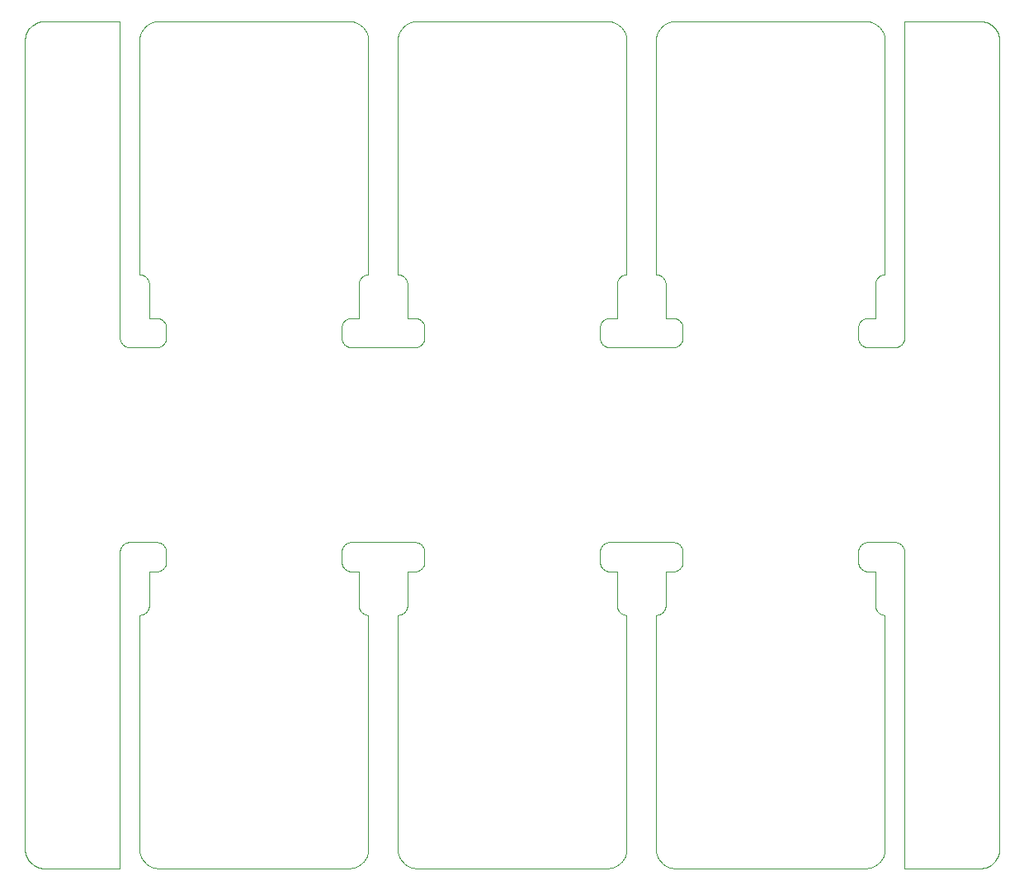
<source format=gbr>
G04 #@! TF.GenerationSoftware,KiCad,Pcbnew,6.0.10+dfsg-1~bpo11+1*
G04 #@! TF.ProjectId,panel,70616e65-6c2e-46b6-9963-61645f706362,rev?*
G04 #@! TF.SameCoordinates,Original*
G04 #@! TF.FileFunction,Profile,NP*
%FSLAX46Y46*%
G04 Gerber Fmt 4.6, Leading zero omitted, Abs format (unit mm)*
%MOMM*%
%LPD*%
G01*
G04 APERTURE LIST*
G04 #@! TA.AperFunction,Profile*
%ADD10C,0.100000*%
G04 #@! TD*
G04 APERTURE END LIST*
D10*
X132743997Y-76475912D02*
X132743544Y-76475724D01*
X131990122Y-73475000D02*
X138509877Y-73475000D01*
X163370483Y-21317138D02*
X163370398Y-21317376D01*
X198045941Y-20731596D02*
X198045630Y-20731216D01*
X99086175Y-20585828D02*
X99085828Y-20586175D01*
X163376180Y-46008316D02*
X163376415Y-46008346D01*
X139333152Y-53035012D02*
X139305173Y-53074740D01*
X137059546Y-106018292D02*
X137059682Y-106018505D01*
X99399385Y-106619248D02*
X99546680Y-106707533D01*
X110881466Y-106408078D02*
X110937854Y-106459023D01*
X188756455Y-20000724D02*
X188756002Y-20000912D01*
X133740700Y-21810295D02*
X133740678Y-21810042D01*
X165107036Y-73479770D02*
X165155262Y-73485718D01*
X186426553Y-46054092D02*
X186426778Y-46054015D01*
X186043204Y-80656963D02*
X186043036Y-80656795D01*
X198500000Y-22012272D02*
X198499996Y-22012027D01*
X131166847Y-73914987D02*
X131194826Y-73875259D01*
X159318292Y-20309546D02*
X159297227Y-20296416D01*
X160237539Y-46000315D02*
X160237789Y-46000306D01*
X196878283Y-20036667D02*
X196878041Y-20036628D01*
X137734020Y-46823753D02*
X137741653Y-46873584D01*
X139243539Y-50800158D02*
X139275278Y-50836952D01*
X111268698Y-20257607D02*
X111268478Y-20257733D01*
X137757387Y-50474583D02*
X137757863Y-50474702D01*
X163809195Y-20613289D02*
X163792093Y-20631280D01*
X131224721Y-53113047D02*
X131194826Y-53074740D01*
X164543861Y-106820895D02*
X164567138Y-106829516D01*
X136926246Y-46015979D02*
X136926479Y-46016021D01*
X185432861Y-20120483D02*
X185432623Y-20120398D01*
X108242136Y-106949702D02*
X108242612Y-106949583D01*
X110573221Y-80895984D02*
X110525121Y-80911075D01*
X165035096Y-20011861D02*
X164959711Y-20021462D01*
X108575158Y-73731460D02*
X108611952Y-73699721D01*
X159245295Y-50473394D02*
X159245703Y-50473121D01*
X108390851Y-73956039D02*
X108416847Y-73914987D01*
X157666847Y-73914987D02*
X157694826Y-73875259D01*
X165995229Y-74367963D02*
X165998804Y-74416423D01*
X186748594Y-45995184D02*
X186748833Y-45994746D01*
X163258571Y-46000073D02*
X163259066Y-46000135D01*
X137341591Y-80755839D02*
X137300215Y-80784638D01*
X112859148Y-52993960D02*
X112833152Y-53035012D01*
X132336789Y-106861690D02*
X132360472Y-106854259D01*
X132753198Y-46924209D02*
X132753216Y-46923973D01*
X197068902Y-20083199D02*
X197068664Y-20083137D01*
X185749583Y-76482387D02*
X185749440Y-76481917D01*
X110376180Y-46008316D02*
X110376415Y-46008346D01*
X163253528Y-21886069D02*
X163253512Y-21886322D01*
X184749450Y-76445328D02*
X184702619Y-76432368D01*
X198169119Y-106050822D02*
X198169248Y-106050614D01*
X163255281Y-45998966D02*
X163255724Y-45999194D01*
X157861952Y-76250278D02*
X157825158Y-76218539D01*
X139060012Y-76308152D02*
X139018960Y-76334148D01*
X111357982Y-106739743D02*
X111358208Y-106739858D01*
X132804092Y-46676553D02*
X132821601Y-46629279D01*
X164158430Y-46582732D02*
X164178310Y-46629059D01*
X163271498Y-21709460D02*
X163271462Y-21709711D01*
X163676296Y-20766168D02*
X163661102Y-20785796D01*
X163326026Y-80946783D02*
X163325790Y-80946801D01*
X137073221Y-80895984D02*
X137025121Y-80911075D01*
X111117831Y-106598356D02*
X111118041Y-106598498D01*
X132740681Y-76475081D02*
X132740190Y-76475057D01*
X136817330Y-105463484D02*
X136838236Y-105536546D01*
X110417270Y-21200008D02*
X110407481Y-21222818D01*
X160173973Y-80946783D02*
X160123819Y-80941683D01*
X110338309Y-21413210D02*
X110338236Y-21413453D01*
X164251353Y-50469874D02*
X164251605Y-50470295D01*
X163253528Y-105063930D02*
X163259299Y-105139704D01*
X159953583Y-105997227D02*
X159953715Y-105997010D01*
X108240681Y-106949918D02*
X108241169Y-106949870D01*
X197068664Y-20083137D02*
X196902085Y-20041411D01*
X164543624Y-20129195D02*
X164473052Y-20157385D01*
X198155628Y-20879002D02*
X198053331Y-20741070D01*
X111663210Y-20088309D02*
X111639527Y-20095740D01*
X159050223Y-106782626D02*
X159119276Y-106750898D01*
X158464651Y-20011833D02*
X158439957Y-20009321D01*
X186745569Y-45998446D02*
X186745973Y-45998155D01*
X186398498Y-20868041D02*
X186398356Y-20867831D01*
X157557874Y-52818519D02*
X157542631Y-52772380D01*
X158156480Y-50532874D02*
X158202619Y-50517631D01*
X185748877Y-50469441D02*
X185749087Y-50468997D01*
X188268960Y-73615851D02*
X188310012Y-73641847D01*
X160246487Y-105063677D02*
X160247744Y-105038887D01*
X108249870Y-106941169D02*
X108249918Y-106940681D01*
X188752170Y-20003902D02*
X188751878Y-20004296D01*
X138509877Y-53475000D02*
X131990122Y-53475000D01*
X188751605Y-106945295D02*
X188751878Y-106945703D01*
X159561954Y-106459190D02*
X159562145Y-106459023D01*
X111253902Y-76477170D02*
X111253522Y-76477482D01*
X136750160Y-104956331D02*
X136752246Y-105038634D01*
X186748335Y-80954390D02*
X186748054Y-80953978D01*
X132745295Y-76476605D02*
X132744874Y-76476353D01*
X133592518Y-105727181D02*
X133592614Y-105726947D01*
X198155628Y-106070997D02*
X198155772Y-106070798D01*
X137524841Y-80581647D02*
X137524691Y-80581831D01*
X163573221Y-80895984D02*
X163525121Y-80911075D01*
X187759877Y-73475000D02*
X187808576Y-73476195D01*
X137101643Y-20867831D02*
X137101501Y-20868041D01*
X159266021Y-80126479D02*
X159265979Y-80126246D01*
X137751353Y-50469874D02*
X137751605Y-50470295D01*
X188730974Y-74271861D02*
X188739281Y-74319737D01*
X186332732Y-80858430D02*
X186332517Y-80858331D01*
X185818292Y-106640453D02*
X185818505Y-106640317D01*
X131140851Y-50956039D02*
X131166847Y-50914987D01*
X108247517Y-106946477D02*
X108247829Y-106946097D01*
X132975158Y-46368352D02*
X132975308Y-46368168D01*
X160174209Y-80946801D02*
X160173973Y-80946783D01*
X111055839Y-46408408D02*
X111084638Y-46449784D01*
X132737972Y-50474996D02*
X132740190Y-50474942D01*
X136826026Y-80946783D02*
X136825790Y-80946801D01*
X111252482Y-76478522D02*
X111252170Y-76478902D01*
X112942125Y-74131480D02*
X112957368Y-74177619D01*
X138261035Y-106889017D02*
X138335062Y-106906196D01*
X158249450Y-73504671D02*
X158296861Y-73494025D01*
X110379195Y-105656375D02*
X110407385Y-105726947D01*
X163620940Y-80878310D02*
X163620720Y-80878398D01*
X197080715Y-106863518D02*
X197091892Y-106859826D01*
X185709375Y-20245441D02*
X185642017Y-20210256D01*
X132750644Y-79975443D02*
X132750319Y-79962601D01*
X158763240Y-106882735D02*
X158763484Y-106882669D01*
X136917270Y-105749991D02*
X136917373Y-105750223D01*
X111290401Y-106704438D02*
X111290624Y-106704558D01*
X159249087Y-76481002D02*
X159248877Y-76480558D01*
X111252170Y-76478902D02*
X111251878Y-76479296D01*
X131838634Y-20002246D02*
X131756331Y-20000160D01*
X165674841Y-73731460D02*
X165710033Y-73764966D01*
X138535096Y-20011861D02*
X138459711Y-20021462D01*
X98590253Y-21407875D02*
X98590173Y-21408107D01*
X186190804Y-20613289D02*
X186190627Y-20613108D01*
X108861144Y-73550362D02*
X108906480Y-73532874D01*
X186573520Y-46016021D02*
X186573753Y-46015979D01*
X158540288Y-20021462D02*
X158464903Y-20011861D01*
X197905120Y-106372455D02*
X197905300Y-106372288D01*
X186741918Y-45999986D02*
X186742404Y-45999875D01*
X164178398Y-46629279D02*
X164195907Y-46676553D01*
X99919284Y-20086481D02*
X99908107Y-20090173D01*
X164223830Y-80175860D02*
X164223776Y-80176091D01*
X197600822Y-106619119D02*
X197610767Y-106612822D01*
X197759124Y-106503182D02*
X197768403Y-106495941D01*
X185263484Y-20067330D02*
X185263240Y-20067264D01*
X139424637Y-51086144D02*
X139442125Y-51131480D01*
X133620895Y-105656138D02*
X133629516Y-105632861D01*
X110620720Y-80878398D02*
X110573446Y-80895907D01*
X164357982Y-20210256D02*
X164290624Y-20245441D01*
X159508145Y-46329918D02*
X159508304Y-46329742D01*
X110460141Y-105841791D02*
X110460256Y-105842017D01*
X165775278Y-73836952D02*
X165805173Y-73875259D01*
X186711246Y-105340376D02*
X186711294Y-105340127D01*
X133275521Y-106242926D02*
X133323545Y-106184030D01*
X163449101Y-21130723D02*
X163417373Y-21199776D01*
X137456878Y-20474640D02*
X137438045Y-20490809D01*
X110370398Y-105632623D02*
X110370483Y-105632861D01*
X131439987Y-50641847D02*
X131481039Y-50615851D01*
X132360713Y-20095818D02*
X132360472Y-20095740D01*
X136775298Y-21684674D02*
X136775256Y-21684924D01*
X185749087Y-76481002D02*
X185748877Y-76480558D01*
X110426246Y-46015979D02*
X110426479Y-46016021D01*
X160154181Y-105560713D02*
X160154259Y-105560472D01*
X198351893Y-21246188D02*
X198351808Y-21245958D01*
X98538679Y-21610119D02*
X98536667Y-21621716D01*
X184075362Y-52863855D02*
X184057874Y-52818519D01*
X159975106Y-80911140D02*
X159974878Y-80911075D01*
X188757387Y-106949583D02*
X188757863Y-106949702D01*
X185748646Y-50469874D02*
X185748877Y-50469441D01*
X197768783Y-106495630D02*
X197777696Y-106487941D01*
X112942125Y-52818519D02*
X112924637Y-52863855D01*
X198461320Y-105339880D02*
X198463332Y-105328283D01*
X198169248Y-106050614D02*
X198257533Y-105903319D01*
X132944300Y-46408217D02*
X132975158Y-46368352D01*
X159884028Y-106102747D02*
X159884176Y-106102541D01*
X197092124Y-20090253D02*
X197091892Y-20090173D01*
X185456138Y-106820895D02*
X185456375Y-106820804D01*
X111118041Y-20351501D02*
X111117831Y-20351643D01*
X110460256Y-21107982D02*
X110460141Y-21108208D01*
X185797227Y-106653583D02*
X185818292Y-106640453D01*
X158490122Y-50475000D02*
X159237727Y-50475000D01*
X112388855Y-76399637D02*
X112343519Y-76417125D01*
X165560012Y-76308152D02*
X165518960Y-76334148D01*
X164567376Y-20120398D02*
X164567138Y-20120483D01*
X198351808Y-105704041D02*
X198351893Y-105703811D01*
X188609148Y-52993960D02*
X188583152Y-53035012D01*
X111473052Y-20157385D02*
X111472818Y-20157481D01*
X188751122Y-20005558D02*
X188750912Y-20006002D01*
X110253512Y-105063677D02*
X110253528Y-105063930D01*
X111257387Y-50474583D02*
X111257863Y-50474702D01*
X132745295Y-50473394D02*
X132745703Y-50473121D01*
X132239210Y-20061042D02*
X132238964Y-20060982D01*
X165203138Y-73494025D02*
X165250549Y-73504671D01*
X197768783Y-20454369D02*
X197768403Y-20454058D01*
X160247753Y-45996419D02*
X160248054Y-45996021D01*
X110250316Y-80957589D02*
X110250217Y-80958078D01*
X111262027Y-76475003D02*
X111259809Y-76475057D01*
X157529671Y-75725549D02*
X157519025Y-75678138D01*
X132975158Y-80581647D02*
X132944300Y-80541782D01*
X163251166Y-80955253D02*
X163250950Y-80955702D01*
X186061954Y-20490809D02*
X186043121Y-20474640D01*
X110317330Y-105463484D02*
X110338236Y-105536546D01*
X158439957Y-106940678D02*
X158464651Y-106938166D01*
X160211246Y-21609623D02*
X160206250Y-21585309D01*
X112599740Y-53280173D02*
X112560012Y-53308152D01*
X186748833Y-45994746D02*
X186749049Y-45994297D01*
X132788924Y-80225121D02*
X132788859Y-80224893D01*
X185750644Y-46974556D02*
X185753198Y-46924209D01*
X139275278Y-73836952D02*
X139305173Y-73875259D01*
X186654181Y-21389286D02*
X186629601Y-21317376D01*
X159249583Y-50467612D02*
X159249702Y-50467136D01*
X159884176Y-106102541D02*
X159898356Y-106082168D01*
X159363869Y-80412742D02*
X159341668Y-80367482D01*
X184000000Y-75484877D02*
X184000000Y-74465122D01*
X188753159Y-20002811D02*
X188752811Y-20003159D01*
X163376180Y-80941683D02*
X163326026Y-80946783D01*
X198461224Y-21609638D02*
X198458645Y-21598153D01*
X136754849Y-80951282D02*
X136754430Y-80951553D01*
X158363677Y-106946487D02*
X158363930Y-106946471D01*
X159248394Y-76479704D02*
X159248121Y-76479296D01*
X137723776Y-80176091D02*
X137711140Y-80224893D01*
X98541411Y-105352085D02*
X98583137Y-105518664D01*
X99389232Y-20337177D02*
X99388824Y-20337450D01*
X133043121Y-106475359D02*
X133061954Y-106459190D01*
X163259066Y-80949864D02*
X163258571Y-80949926D01*
X159243997Y-76475912D02*
X159243544Y-76475724D01*
X110956963Y-80656795D02*
X110956795Y-80656963D01*
X112476681Y-53358099D02*
X112433278Y-53379946D01*
X164035796Y-106538897D02*
X164035999Y-106539049D01*
X159209598Y-20245561D02*
X159209375Y-20245441D01*
X185748394Y-50470295D02*
X185748646Y-50469874D01*
X110573221Y-46054015D02*
X110573446Y-46054092D01*
X138743668Y-20000160D02*
X138661365Y-20002246D01*
X184990122Y-73475000D02*
X187759877Y-73475000D01*
X157501195Y-52533576D02*
X157500000Y-52484877D01*
X197091892Y-106859826D02*
X197092124Y-106859746D01*
X133745150Y-45998717D02*
X133745569Y-45998446D01*
X112243668Y-20000160D02*
X112161365Y-20002246D01*
X139480974Y-74271861D02*
X139489281Y-74319737D01*
X133199982Y-80784769D02*
X133199784Y-80784638D01*
X138067138Y-106829516D02*
X138067376Y-106829601D01*
X185526947Y-20157385D02*
X185456375Y-20129195D01*
X131010718Y-75630262D02*
X131004770Y-75582036D01*
X110601643Y-106082168D02*
X110615823Y-106102541D01*
X164835062Y-20043803D02*
X164761035Y-20060982D01*
X133742884Y-45999740D02*
X133743357Y-45999581D01*
X136949210Y-105819505D02*
X136960141Y-105841791D01*
X111250081Y-50465681D02*
X111250129Y-50466169D01*
X137176296Y-20766168D02*
X137161102Y-20785796D01*
X157756460Y-50800158D02*
X157789966Y-50764966D01*
X163495441Y-21040624D02*
X163460256Y-21107982D01*
X198053182Y-106209124D02*
X198053331Y-106208929D01*
X133706196Y-21585062D02*
X133689017Y-21511035D01*
X137758830Y-50474870D02*
X137759318Y-50474918D01*
X131523318Y-73591900D02*
X131566721Y-73570053D01*
X137046284Y-105997010D02*
X137046416Y-105997227D01*
X110809195Y-20613289D02*
X110792093Y-20631280D01*
X160228537Y-21709711D02*
X160228501Y-21709460D01*
X132797227Y-106653583D02*
X132818292Y-106640453D01*
X186745973Y-45998155D02*
X186746363Y-45997844D01*
X137167267Y-80858430D02*
X137120940Y-80878310D01*
X112243668Y-106949839D02*
X112243794Y-106949841D01*
X160245569Y-80951553D02*
X160245150Y-80951282D01*
X131566721Y-53379946D02*
X131523318Y-53358099D01*
X110258571Y-46000073D02*
X110259066Y-46000135D01*
X165203138Y-50494025D02*
X165250549Y-50504671D01*
X160154259Y-105560472D02*
X160161690Y-105536789D01*
X108249996Y-20012027D02*
X108249942Y-20009809D01*
X138459460Y-106928501D02*
X138459711Y-106928537D01*
X136752255Y-21911112D02*
X136752246Y-21911365D01*
X133629601Y-21317376D02*
X133629516Y-21317138D01*
X108245295Y-106948394D02*
X108245703Y-106948121D01*
X160082626Y-105750223D02*
X160082729Y-105749991D01*
X159475308Y-46368168D02*
X159508145Y-46329918D01*
X186259023Y-20687854D02*
X186208078Y-20631466D01*
X165035348Y-20011833D02*
X165035096Y-20011861D01*
X136759299Y-21810295D02*
X136753528Y-21886069D01*
X185140376Y-20038753D02*
X185140127Y-20038705D01*
X110620720Y-46071601D02*
X110620940Y-46071689D01*
X163938045Y-106459190D02*
X163956878Y-106475359D01*
X139359148Y-52993960D02*
X139333152Y-53035012D01*
X185744874Y-76476353D02*
X185744441Y-76476122D01*
X110841782Y-46194300D02*
X110881647Y-46225158D01*
X198037941Y-20722303D02*
X198037779Y-20722120D01*
X185527181Y-20157481D02*
X185526947Y-20157385D01*
X112904946Y-75908278D02*
X112883099Y-75951681D01*
X159823703Y-106183831D02*
X159838897Y-106164203D01*
X111024841Y-80581647D02*
X111024691Y-80581831D01*
X197758929Y-20446668D02*
X197620997Y-20344371D01*
X159898498Y-20868041D02*
X159898356Y-20867831D01*
X132888444Y-80457030D02*
X132863979Y-80412953D01*
X160249049Y-45994297D02*
X160249243Y-45993838D01*
X197080246Y-106863660D02*
X197080715Y-106863518D01*
X160092518Y-21222818D02*
X160082729Y-21200008D01*
X139138047Y-76250278D02*
X139099740Y-76280173D01*
X131289966Y-76185033D02*
X131256460Y-76149841D01*
X112989281Y-74319737D02*
X112995229Y-74367963D01*
X112989281Y-75630262D02*
X112980974Y-75678138D01*
X131001195Y-51416423D02*
X131004770Y-51367963D01*
X184941423Y-73476195D02*
X184990122Y-73475000D01*
X186689017Y-105438964D02*
X186706196Y-105364937D01*
X131057874Y-52818519D02*
X131042631Y-52772380D01*
X138607036Y-53470229D02*
X138558576Y-53473804D01*
X163791921Y-106318533D02*
X163792093Y-106318719D01*
X138558576Y-76473804D02*
X138509877Y-76475000D01*
X164111435Y-46492764D02*
X164111555Y-46492969D01*
X136759563Y-80949826D02*
X136759066Y-80949864D01*
X112980974Y-52678138D02*
X112970328Y-52725549D01*
X99379201Y-106605772D02*
X99388824Y-106612549D01*
X158256331Y-106949839D02*
X158338634Y-106947753D01*
X132743997Y-50474087D02*
X132744441Y-50473877D01*
X198162822Y-106060767D02*
X198169119Y-106050822D01*
X163809372Y-106336891D02*
X163863108Y-106390627D01*
X159787257Y-80836130D02*
X159787046Y-80836020D01*
X132841668Y-80367482D02*
X132841569Y-80367267D01*
X157640851Y-73956039D02*
X157666847Y-73914987D01*
X159248877Y-76480558D02*
X159248646Y-76480125D01*
X164015969Y-20426454D02*
X163957073Y-20474478D01*
X198413660Y-21419753D02*
X198413518Y-21419284D01*
X184892963Y-73479770D02*
X184941423Y-73476195D01*
X133582729Y-105749991D02*
X133592518Y-105727181D01*
X163262210Y-80949693D02*
X163259563Y-80949826D01*
X188707368Y-52772380D02*
X188692125Y-52818519D01*
X160188957Y-21510789D02*
X160182735Y-21486759D01*
X164250129Y-76483830D02*
X164250081Y-76484318D01*
X112009877Y-53475000D02*
X109240122Y-53475000D01*
X131611144Y-73550362D02*
X131656480Y-73532874D01*
X133338897Y-20785796D02*
X133323703Y-20766168D01*
X133287046Y-46113979D02*
X133287257Y-46113869D01*
X99907875Y-20090253D02*
X99746188Y-20148106D01*
X198409826Y-21408107D02*
X198409746Y-21407875D01*
X111761035Y-20060982D02*
X111760789Y-20061042D01*
X131990122Y-53475000D02*
X131941423Y-53473804D01*
X160249905Y-80959067D02*
X160249856Y-80958571D01*
X98946668Y-106208929D02*
X98946817Y-106209124D01*
X184166847Y-50914987D02*
X184194826Y-50875259D01*
X139500000Y-74465122D02*
X139500000Y-75484877D01*
X137437854Y-20490976D02*
X137381466Y-20541921D01*
X163546416Y-20952772D02*
X163546284Y-20952989D01*
X186504558Y-105909375D02*
X186539743Y-105842017D01*
X133504438Y-21040401D02*
X133492392Y-21018698D01*
X137750003Y-50462972D02*
X137750057Y-50465190D01*
X158156480Y-76417125D02*
X158111144Y-76399637D01*
X132140376Y-20038753D02*
X132140127Y-20038705D01*
X132749583Y-50467612D02*
X132749702Y-50467136D01*
X133118533Y-20541921D02*
X133062145Y-20490976D01*
X185641791Y-106739858D02*
X185642017Y-106739743D01*
X132744441Y-76476122D02*
X132743997Y-76475912D01*
X185744874Y-50473646D02*
X185745295Y-50473394D01*
X160082729Y-105749991D02*
X160092518Y-105727181D01*
X186623819Y-46008316D02*
X186673973Y-46003216D01*
X159209375Y-20245441D02*
X159142017Y-20210256D01*
X165805173Y-73875259D02*
X165833152Y-73914987D01*
X110376415Y-80941653D02*
X110376180Y-80941683D01*
X159926778Y-80895984D02*
X159926553Y-80895907D01*
X110841591Y-80755839D02*
X110800215Y-80784638D01*
X185741655Y-76475201D02*
X185741169Y-76475129D01*
X131796861Y-73494025D02*
X131844737Y-73485718D01*
X185797227Y-20296416D02*
X185797010Y-20296284D01*
X163863289Y-20559195D02*
X163863108Y-20559372D01*
X110288705Y-21609872D02*
X110275298Y-21684674D01*
X163800215Y-80784638D02*
X163800017Y-80784769D01*
X159237972Y-50474996D02*
X159240190Y-50474942D01*
X198458588Y-21597914D02*
X198416862Y-21431335D01*
X137754704Y-50473394D02*
X137755125Y-50473646D01*
X132642017Y-106739743D02*
X132709375Y-106704558D01*
X160243821Y-80950600D02*
X160243357Y-80950418D01*
X163250950Y-45994297D02*
X163251166Y-45994746D01*
X188756002Y-20000912D02*
X188755558Y-20001122D01*
X138756207Y-20000000D02*
X138743794Y-20000158D01*
X111639286Y-106854181D02*
X111639527Y-106854259D01*
X197254041Y-20148191D02*
X197253811Y-20148106D01*
X186623584Y-46008346D02*
X186623819Y-46008316D01*
X185744441Y-76476122D02*
X185743997Y-76475912D01*
X137678398Y-46629279D02*
X137695907Y-46676553D01*
X112518960Y-76334148D02*
X112476681Y-76358099D01*
X186475106Y-46038859D02*
X186523908Y-46026223D01*
X196683776Y-20009028D02*
X196512257Y-20000602D01*
X139480974Y-52678138D02*
X139470328Y-52725549D01*
X159341668Y-46582517D02*
X159363869Y-46537257D01*
X132750000Y-76487272D02*
X132749996Y-76487027D01*
X188751353Y-20005125D02*
X188751122Y-20005558D01*
X132863869Y-80412742D02*
X132841668Y-80367482D01*
X160004438Y-21040401D02*
X159992392Y-21018698D01*
X188388047Y-73699721D02*
X188424841Y-73731460D01*
X110449101Y-21130723D02*
X110417373Y-21199776D01*
X112980974Y-75678138D02*
X112970328Y-75725549D01*
X159382168Y-106598356D02*
X159402541Y-106584176D01*
X111736759Y-106882735D02*
X111760789Y-106888957D01*
X136845740Y-21389527D02*
X136838309Y-21413210D01*
X139489281Y-74319737D02*
X139495229Y-74367963D01*
X110250316Y-45992410D02*
X110250439Y-45992893D01*
X186199982Y-46165230D02*
X186242764Y-46138564D01*
X197068902Y-106866800D02*
X197080246Y-106863660D01*
X184796861Y-73494025D02*
X184844737Y-73485718D01*
X137120940Y-46071689D02*
X137167267Y-46091569D01*
X99723538Y-20157488D02*
X99568300Y-20230910D01*
X185975158Y-80581647D02*
X185944300Y-80541782D01*
X186384176Y-106102541D02*
X186398356Y-106082168D01*
X159027181Y-20157481D02*
X159026947Y-20157385D01*
X110376415Y-46008346D02*
X110426246Y-46015979D01*
X186740678Y-21810042D02*
X186738166Y-21785348D01*
X133706250Y-21585309D02*
X133706196Y-21585062D01*
X137584769Y-46449982D02*
X137611435Y-46492764D01*
X133043036Y-46293204D02*
X133043204Y-46293036D01*
X184140851Y-75993960D02*
X184116900Y-75951681D01*
X186475106Y-80911140D02*
X186474878Y-80911075D01*
X184566721Y-76379946D02*
X184523318Y-76358099D01*
X112297380Y-50517631D02*
X112343519Y-50532874D01*
X164290624Y-20245441D02*
X164290401Y-20245561D01*
X138843519Y-76417125D02*
X138797380Y-76432368D01*
X187905262Y-73485718D02*
X187953138Y-73494025D01*
X160206196Y-105364937D02*
X160206250Y-105364690D01*
X159658217Y-80755699D02*
X159618352Y-80724841D01*
X188750297Y-20007863D02*
X188750201Y-20008344D01*
X108249583Y-106942612D02*
X108249702Y-106942136D01*
X138661365Y-20002246D02*
X138661112Y-20002255D01*
X186674209Y-80946801D02*
X186673973Y-80946783D01*
X159690804Y-20613289D02*
X159690627Y-20613108D01*
X131400259Y-53280173D02*
X131361952Y-53250278D01*
X188758344Y-106949798D02*
X188758830Y-106949870D01*
X158363930Y-106946471D02*
X158439704Y-106940700D01*
X184029671Y-52725549D02*
X184019025Y-52678138D01*
X132744874Y-76476353D02*
X132744441Y-76476122D01*
X111567138Y-106829516D02*
X111567376Y-106829601D01*
X138236759Y-20067264D02*
X138236515Y-20067330D01*
X133743821Y-45999399D02*
X133744275Y-45999194D01*
X186259190Y-20688045D02*
X186259023Y-20687854D01*
X184075362Y-51086144D02*
X184095053Y-51041721D01*
X108242612Y-106949583D02*
X108243082Y-106949440D01*
X131325158Y-73731460D02*
X131361952Y-73699721D01*
X197610767Y-20337177D02*
X197600822Y-20330880D01*
X108247517Y-20003522D02*
X108247188Y-20003159D01*
X133724701Y-21684674D02*
X133711294Y-21609872D01*
X165942125Y-74131480D02*
X165957368Y-74177619D01*
X110841782Y-80755699D02*
X110841591Y-80755839D01*
X164358208Y-20210141D02*
X164357982Y-20210256D01*
X157557874Y-75818519D02*
X157542631Y-75772380D01*
X110252246Y-105038634D02*
X110252255Y-105038887D01*
X139500000Y-75484877D02*
X139498804Y-75533576D01*
X186747753Y-45996419D02*
X186748054Y-45996021D01*
X132750000Y-79937394D02*
X132750000Y-76487272D01*
X159246840Y-50472188D02*
X159247188Y-50471840D01*
X137658430Y-46582732D02*
X137678310Y-46629059D01*
X131400259Y-73669826D02*
X131439987Y-73641847D01*
X165710033Y-50764966D02*
X165743539Y-50800158D01*
X159879279Y-80878398D02*
X159879059Y-80878310D01*
X139138047Y-53250278D02*
X139099740Y-53280173D01*
X131004770Y-51367963D02*
X131010718Y-51319737D01*
X110449101Y-105819276D02*
X110449210Y-105819505D01*
X157500000Y-74465122D02*
X157501195Y-74416423D01*
X132804092Y-80273446D02*
X132804015Y-80273221D01*
X133750000Y-45987535D02*
X133750000Y-22006333D01*
X138359623Y-20038753D02*
X138335309Y-20043749D01*
X185709598Y-106704438D02*
X185731301Y-106692392D01*
X186008304Y-80620257D02*
X186008145Y-80620081D01*
X159636710Y-20559195D02*
X159618719Y-20542093D01*
X137120720Y-80878398D02*
X137073446Y-80895907D01*
X110615971Y-20847252D02*
X110615823Y-20847458D01*
X137756455Y-50474275D02*
X137756917Y-50474440D01*
X157510718Y-52630262D02*
X157504770Y-52582036D01*
X165904946Y-75908278D02*
X165883099Y-75951681D01*
X164233978Y-46823520D02*
X164234020Y-46823753D01*
X132749918Y-76484318D02*
X132749870Y-76483830D01*
X137880723Y-106750898D02*
X137949776Y-106782626D01*
X186199982Y-80784769D02*
X186199784Y-80784638D01*
X186199784Y-80784638D02*
X186158408Y-80755839D01*
X186737539Y-80949684D02*
X186724556Y-80949355D01*
X131001195Y-75533576D02*
X131000000Y-75484877D01*
X133741918Y-45999986D02*
X133742404Y-45999875D01*
X110881466Y-20541921D02*
X110881280Y-20542093D01*
X165980974Y-75678138D02*
X165970328Y-75725549D01*
X186275359Y-106243121D02*
X186275521Y-106242926D01*
X132821601Y-46629279D02*
X132821689Y-46629059D01*
X133748335Y-45995609D02*
X133748594Y-45995184D01*
X159246477Y-76477482D02*
X159246097Y-76477170D01*
X198409746Y-105542124D02*
X198409826Y-105541892D01*
X159898356Y-20867831D02*
X159884176Y-20847458D01*
X160092518Y-105727181D02*
X160092614Y-105726947D01*
X160073753Y-46015979D02*
X160123584Y-46008346D01*
X184702619Y-73517631D02*
X184749450Y-73504671D01*
X137858208Y-20210141D02*
X137857982Y-20210256D01*
X158540288Y-106928537D02*
X158540539Y-106928501D01*
X133688957Y-105439210D02*
X133689017Y-105438964D01*
X131000000Y-74465122D02*
X131001195Y-74416423D01*
X159247829Y-50471097D02*
X159248121Y-50470703D01*
X186339049Y-106164000D02*
X186384028Y-106102747D01*
X138636069Y-20003528D02*
X138560295Y-20009299D01*
X111117831Y-20351643D02*
X111097458Y-20365823D01*
X137618041Y-106598498D02*
X137681494Y-106640317D01*
X186242969Y-46138444D02*
X186287046Y-46113979D01*
X165638047Y-50699721D02*
X165674841Y-50731460D01*
X110255724Y-45999194D02*
X110256178Y-45999399D01*
X136917270Y-21200008D02*
X136907481Y-21222818D01*
X158296861Y-73494025D02*
X158344737Y-73485718D01*
X165710033Y-76185033D02*
X165674841Y-76218539D01*
X163615823Y-20847458D02*
X163601643Y-20867831D01*
X186118533Y-106408078D02*
X186118719Y-106407906D01*
X159026947Y-20157385D02*
X158956375Y-20129195D01*
X112980974Y-51271861D02*
X112989281Y-51319737D01*
X185360472Y-20095740D02*
X185336789Y-20088309D01*
X165859148Y-52993960D02*
X165833152Y-53035012D01*
X137972818Y-20157481D02*
X137950008Y-20167270D01*
X112009877Y-73475000D02*
X112058576Y-73476195D01*
X110251664Y-45995609D02*
X110251945Y-45996021D01*
X132065325Y-20025298D02*
X132065075Y-20025256D01*
X98657488Y-105726461D02*
X98730910Y-105881699D01*
X188756002Y-106949087D02*
X188756455Y-106949275D01*
X111257863Y-50474702D02*
X111258344Y-50474798D01*
X137212742Y-80836130D02*
X137167482Y-80858331D01*
X163250756Y-45993838D02*
X163250950Y-45994297D01*
X164959460Y-106928501D02*
X164959711Y-106928537D01*
X185740190Y-50474942D02*
X185740681Y-50474918D01*
X158249450Y-76445328D02*
X158202619Y-76432368D01*
X132432861Y-20120483D02*
X132432623Y-20120398D01*
X164258344Y-50474798D02*
X164258830Y-50474870D01*
X99919753Y-106863660D02*
X99931097Y-106866800D01*
X132527181Y-20157481D02*
X132526947Y-20157385D01*
X136995561Y-105909598D02*
X137007607Y-105931301D01*
X133747094Y-45997166D02*
X133747432Y-45996801D01*
X139470328Y-75725549D02*
X139457368Y-75772380D01*
X157939987Y-50641847D02*
X157981039Y-50615851D01*
X164250201Y-76483344D02*
X164250129Y-76483830D01*
X184224721Y-53113047D02*
X184194826Y-53074740D01*
X99723762Y-20157385D02*
X99723538Y-20157488D01*
X160050789Y-21130494D02*
X160039858Y-21108208D01*
X163250158Y-104956205D02*
X163250160Y-104956331D01*
X186743821Y-45999399D02*
X186744275Y-45999194D01*
X139210033Y-73764966D02*
X139243539Y-73800158D01*
X159618352Y-80724841D02*
X159618168Y-80724691D01*
X131743792Y-106949999D02*
X131756205Y-106949841D01*
X137762272Y-76475000D02*
X137762027Y-76475003D01*
X165743539Y-73800158D02*
X165775278Y-73836952D01*
X111259809Y-76475057D02*
X111259318Y-76475081D01*
X165433278Y-73570053D02*
X165476681Y-73591900D01*
X98837450Y-20888824D02*
X98837177Y-20889232D01*
X132758346Y-46873584D02*
X132765979Y-46823753D01*
X131004770Y-75582036D02*
X131001195Y-75533576D01*
X111181494Y-106640317D02*
X111181707Y-106640453D01*
X138797380Y-73517631D02*
X138843519Y-73532874D01*
X133398356Y-106082168D02*
X133398498Y-106081958D01*
X159475308Y-80581831D02*
X159475158Y-80581647D01*
X164257387Y-50474583D02*
X164257863Y-50474702D01*
X133749841Y-104956205D02*
X133749999Y-104943792D01*
X159562145Y-106459023D02*
X159618533Y-106408078D01*
X132748646Y-50469874D02*
X132748877Y-50469441D01*
X133706196Y-105364937D02*
X133706250Y-105364690D01*
X186474878Y-80911075D02*
X186426778Y-80895984D01*
X188762272Y-106950000D02*
X196487727Y-106950000D01*
X98730910Y-105881699D02*
X98731017Y-105881919D01*
X163253512Y-105063677D02*
X163253528Y-105063930D01*
X157666847Y-50914987D02*
X157694826Y-50875259D01*
X138750549Y-73504671D02*
X138797380Y-73517631D01*
X160073753Y-80934020D02*
X160073520Y-80933978D01*
X110293803Y-21585062D02*
X110293749Y-21585309D01*
X112343519Y-50532874D02*
X112388855Y-50550362D01*
X158441423Y-76473804D02*
X158392963Y-76470229D01*
X185749942Y-50465190D02*
X185749996Y-50462972D01*
X111111435Y-46492764D02*
X111111555Y-46492969D01*
X138139286Y-20095818D02*
X138067376Y-20120398D01*
X108249918Y-20009318D02*
X108249870Y-20008830D01*
X160189017Y-105438964D02*
X160206196Y-105364937D01*
X132140376Y-106911246D02*
X132164690Y-106906250D01*
X163712953Y-46113979D02*
X163757030Y-46138444D01*
X159832732Y-80858430D02*
X159832517Y-80858331D01*
X133539743Y-105842017D02*
X133539858Y-105841791D01*
X185737727Y-76475000D02*
X184990122Y-76475000D01*
X131702619Y-50517631D02*
X131749450Y-50504671D01*
X112060295Y-20009299D02*
X112060042Y-20009321D01*
X198499406Y-104962012D02*
X198499996Y-104937972D01*
X160228501Y-21709460D02*
X160224743Y-21684924D01*
X164211140Y-46725106D02*
X164223776Y-46773908D01*
X186629601Y-21317376D02*
X186629516Y-21317138D01*
X110740976Y-20687854D02*
X110740809Y-20688045D01*
X131057874Y-51131480D02*
X131075362Y-51086144D01*
X188692125Y-74131480D02*
X188707368Y-74177619D01*
X133158408Y-80755839D02*
X133158217Y-80755699D01*
X158111144Y-53399637D02*
X158066721Y-53379946D01*
X110426479Y-80933978D02*
X110426246Y-80934020D01*
X111211140Y-46725106D02*
X111223776Y-46773908D01*
X98648106Y-105703811D02*
X98648191Y-105704041D01*
X139359148Y-50956039D02*
X139383099Y-50998318D01*
X110476091Y-46026223D02*
X110524893Y-46038859D01*
X112388855Y-53399637D02*
X112343519Y-53417125D01*
X131029671Y-75725549D02*
X131019025Y-75678138D01*
X163250316Y-80957589D02*
X163250217Y-80958078D01*
X163676454Y-106184030D02*
X163724478Y-106242926D01*
X160249905Y-45990932D02*
X160249930Y-45990435D01*
X165433278Y-53379946D02*
X165388855Y-53399637D01*
X185238964Y-20060982D02*
X185164937Y-20043803D01*
X164380723Y-106750898D02*
X164449776Y-106782626D01*
X160023908Y-46026223D02*
X160024139Y-46026169D01*
X185902541Y-106584176D02*
X185902747Y-106584028D01*
X184941423Y-53473804D02*
X184892963Y-53470229D01*
X184289966Y-76185033D02*
X184256460Y-76149841D01*
X163660950Y-20785999D02*
X163615971Y-20847252D01*
X159026947Y-106792614D02*
X159027181Y-106792518D01*
X164254704Y-76476605D02*
X164254296Y-76476878D01*
X136759563Y-46000173D02*
X136762210Y-46000306D01*
X158296861Y-50494025D02*
X158344737Y-50485718D01*
X158023318Y-73591900D02*
X158066721Y-73570053D01*
X136817264Y-105463240D02*
X136817330Y-105463484D01*
X159618168Y-80724691D02*
X159579918Y-80691854D01*
X108689987Y-53308152D02*
X108650259Y-53280173D01*
X157640851Y-50956039D02*
X157666847Y-50914987D01*
X163259321Y-105139957D02*
X163261833Y-105164651D01*
X111760789Y-106888957D02*
X111761035Y-106889017D01*
X184844737Y-50485718D02*
X184892963Y-50479770D01*
X163250000Y-104943666D02*
X163250000Y-104943792D01*
X163507733Y-21018478D02*
X163507607Y-21018698D01*
X159249702Y-76482863D02*
X159249583Y-76482387D01*
X108246840Y-20002811D02*
X108246477Y-20002482D01*
X163310982Y-105438964D02*
X163311042Y-105439210D01*
X110991854Y-80620081D02*
X110991695Y-80620257D01*
X163253262Y-45997514D02*
X163253636Y-45997844D01*
X111543624Y-20129195D02*
X111473052Y-20157385D01*
X138560042Y-20009321D02*
X138535348Y-20011833D01*
X111158331Y-80367482D02*
X111136130Y-80412742D01*
X185881958Y-20351501D02*
X185818505Y-20309682D01*
X111246783Y-80026026D02*
X111241683Y-80076180D01*
X133339049Y-106164000D02*
X133384028Y-106102747D01*
X184611144Y-53399637D02*
X184566721Y-53379946D01*
X186242764Y-46138564D02*
X186242969Y-46138444D01*
X111567138Y-20120483D02*
X111543861Y-20129104D01*
X163724640Y-106243121D02*
X163740809Y-106261954D01*
X132818292Y-20309546D02*
X132797227Y-20296416D01*
X132748877Y-76480558D02*
X132748646Y-76480125D01*
X160224556Y-46000644D02*
X160237539Y-46000315D01*
X98583137Y-105518664D02*
X98583199Y-105518902D01*
X159249870Y-76483830D02*
X159249798Y-76483344D01*
X188609148Y-73956039D02*
X188633099Y-73998318D01*
X188692125Y-52818519D02*
X188674637Y-52863855D01*
X132818505Y-106640317D02*
X132881958Y-106598498D01*
X163338309Y-21413210D02*
X163338236Y-21413453D01*
X111250724Y-50468544D02*
X111250912Y-50468997D01*
X111543861Y-20129104D02*
X111543624Y-20129195D01*
X137759318Y-50474918D02*
X137759809Y-50474942D01*
X133742404Y-45999875D02*
X133742884Y-45999740D01*
X163660950Y-106164000D02*
X163661102Y-106164203D01*
X110293749Y-105364690D02*
X110293803Y-105364937D01*
X132776169Y-80175860D02*
X132766021Y-80126479D01*
X188757387Y-20000416D02*
X188756917Y-20000559D01*
X185164937Y-20043803D02*
X185164690Y-20043749D01*
X157500000Y-51465122D02*
X157501195Y-51416423D01*
X163311042Y-105439210D02*
X163317264Y-105463240D01*
X185642017Y-106739743D02*
X185709375Y-106704558D01*
X185758316Y-80076180D02*
X185753216Y-80026026D01*
X165775278Y-50836952D02*
X165805173Y-50875259D01*
X186746471Y-105063930D02*
X186746487Y-105063677D01*
X159321601Y-46629279D02*
X159321689Y-46629059D01*
X98962058Y-20722303D02*
X98954369Y-20731216D01*
X131838634Y-106947753D02*
X131838887Y-106947744D01*
X137880494Y-20199210D02*
X137858208Y-20210141D01*
X110546284Y-20952989D02*
X110507733Y-21018478D01*
X185765979Y-80126246D02*
X185758346Y-80076415D01*
X196487727Y-20000000D02*
X188762272Y-20000000D01*
X110712953Y-80836020D02*
X110712742Y-80836130D01*
X137212953Y-46113979D02*
X137257030Y-46138444D01*
X186474878Y-46038924D02*
X186475106Y-46038859D01*
X111084769Y-46449982D02*
X111111435Y-46492764D01*
X110920257Y-80691695D02*
X110920081Y-80691854D01*
X139383099Y-73998318D02*
X139404946Y-74041721D01*
X98541354Y-105351846D02*
X98541411Y-105352085D01*
X165107036Y-76470229D02*
X165058576Y-76473804D01*
X184289966Y-50764966D02*
X184325158Y-50731460D01*
X137756455Y-76475724D02*
X137756002Y-76475912D01*
X137437854Y-106459023D02*
X137438045Y-106459190D01*
X137753522Y-76477482D02*
X137753159Y-76477811D01*
X186379059Y-80878310D02*
X186332732Y-80858430D01*
X159618719Y-106407906D02*
X159636710Y-106390804D01*
X110863289Y-106390804D02*
X110881280Y-106407906D01*
X137073446Y-80895907D02*
X137073221Y-80895984D01*
X110317264Y-105463240D02*
X110317330Y-105463484D01*
X159258316Y-46873819D02*
X159258346Y-46873584D01*
X165343519Y-73532874D02*
X165388855Y-73550362D01*
X188762027Y-20000003D02*
X188759809Y-20000057D01*
X184892963Y-76470229D02*
X184844737Y-76464281D01*
X188754704Y-106948394D02*
X188755125Y-106948646D01*
X165243794Y-106949841D02*
X165256207Y-106949999D01*
X157825158Y-73731460D02*
X157861952Y-73699721D01*
X137381466Y-20541921D02*
X137381280Y-20542093D01*
X186747744Y-105038887D02*
X186747753Y-105038634D01*
X99222303Y-106487941D02*
X99231216Y-106495630D01*
X185818505Y-20309682D02*
X185818292Y-20309546D01*
X188555173Y-73875259D02*
X188583152Y-73914987D01*
X133748054Y-45996021D02*
X133748335Y-45995609D01*
X110311042Y-21510789D02*
X110310982Y-21511035D01*
X157557874Y-51131480D02*
X157575362Y-51086144D01*
X111178310Y-46629059D02*
X111178398Y-46629279D01*
X188750724Y-20006455D02*
X188750559Y-20006917D01*
X163957073Y-20474478D02*
X163956878Y-20474640D01*
X188555173Y-53074740D02*
X188525278Y-53113047D01*
X158490122Y-73475000D02*
X165009877Y-73475000D01*
X110379104Y-21293861D02*
X110370483Y-21317138D01*
X112674841Y-53218539D02*
X112638047Y-53250278D01*
X163476091Y-46026223D02*
X163524893Y-46038859D01*
X132065325Y-106924701D02*
X132140127Y-106911294D01*
X131939957Y-106940678D02*
X131964651Y-106938166D01*
X165980974Y-74271861D02*
X165989281Y-74319737D01*
X186747753Y-105038634D02*
X186749839Y-104956331D01*
X198499996Y-104937972D02*
X198500000Y-104937727D01*
X159243544Y-50474275D02*
X159243997Y-50474087D01*
X137007607Y-21018698D02*
X136995561Y-21040401D01*
X159244874Y-50473646D02*
X159245295Y-50473394D01*
X163426246Y-80934020D02*
X163376415Y-80941653D01*
X137711140Y-46725106D02*
X137723776Y-46773908D01*
X110507733Y-105931521D02*
X110546284Y-105997010D01*
X133136891Y-106390627D02*
X133190627Y-106336891D01*
X137101643Y-106082168D02*
X137115823Y-106102541D01*
X137291921Y-20631466D02*
X137240976Y-20687854D01*
X132749275Y-76481455D02*
X132749087Y-76481002D01*
X186620804Y-105656375D02*
X186620895Y-105656138D01*
X185164690Y-20043749D02*
X185140376Y-20038753D01*
X159253198Y-46924209D02*
X159253216Y-46923973D01*
X110338236Y-105536546D02*
X110338309Y-105536789D01*
X110259066Y-46000135D02*
X110259563Y-46000173D01*
X112058576Y-76473804D02*
X112009877Y-76475000D01*
X164111555Y-46492969D02*
X164136020Y-46537046D01*
X159341569Y-80367267D02*
X159321689Y-80320940D01*
X163991854Y-80620081D02*
X163991695Y-80620257D01*
X164262272Y-76475000D02*
X164262027Y-76475003D01*
X163252246Y-80953580D02*
X163251945Y-80953978D01*
X165297380Y-53432368D02*
X165250549Y-53445328D01*
X165343519Y-76417125D02*
X165297380Y-76432368D01*
X164258830Y-50474870D02*
X164259318Y-50474918D01*
X111111435Y-80457235D02*
X111084769Y-80500017D01*
X132964000Y-20410950D02*
X132902747Y-20365971D01*
X133440317Y-20931494D02*
X133398498Y-20868041D01*
X137524691Y-80581831D02*
X137491854Y-80620081D01*
X111202772Y-20296416D02*
X111181707Y-20309546D01*
X186749049Y-80955702D02*
X186748833Y-80955253D01*
X136758081Y-45999986D02*
X136758571Y-46000073D01*
X159742764Y-46138564D02*
X159742969Y-46138444D01*
X164035999Y-106539049D02*
X164097252Y-106584028D01*
X136754026Y-80951844D02*
X136753636Y-80952155D01*
X138756207Y-106949999D02*
X138756333Y-106950000D01*
X158464651Y-106938166D02*
X158464903Y-106938138D01*
X111234020Y-80126246D02*
X111233978Y-80126479D01*
X138535096Y-106938138D02*
X138535348Y-106938166D01*
X139442125Y-51131480D02*
X139457368Y-51177619D01*
X159250000Y-76487272D02*
X159249996Y-76487027D01*
X110254430Y-45998446D02*
X110254849Y-45998717D01*
X136758081Y-80950013D02*
X136757595Y-80950124D01*
X159992392Y-105931301D02*
X160004438Y-105909598D01*
X184057874Y-51131480D02*
X184075362Y-51086144D01*
X137167482Y-46091668D02*
X137212742Y-46113869D01*
X110376180Y-80941683D02*
X110326026Y-80946783D01*
X157575362Y-74086144D02*
X157595053Y-74041721D01*
X186742884Y-45999740D02*
X186743357Y-45999581D01*
X165674841Y-76218539D02*
X165638047Y-76250278D01*
X110546416Y-105997227D02*
X110559546Y-106018292D01*
X157595053Y-52908278D02*
X157575362Y-52863855D01*
X111934674Y-106924701D02*
X111934924Y-106924743D01*
X164250912Y-50468997D02*
X164251122Y-50469441D01*
X157756460Y-53149841D02*
X157724721Y-53113047D01*
X132983831Y-20426296D02*
X132964203Y-20411102D01*
X111357982Y-20210256D02*
X111290624Y-20245441D01*
X132902747Y-106584028D02*
X132964000Y-106539049D01*
X163991854Y-46329918D02*
X164024691Y-46368168D01*
X138636069Y-106946471D02*
X138636322Y-106946487D01*
X139480974Y-51271861D02*
X139489281Y-51319737D01*
X166000000Y-74465122D02*
X166000000Y-75484877D01*
X160004558Y-21040624D02*
X160004438Y-21040401D01*
X165518960Y-50615851D02*
X165560012Y-50641847D01*
X132749087Y-50468997D02*
X132749275Y-50468544D01*
X138509877Y-76475000D02*
X137762272Y-76475000D01*
X132882168Y-20351643D02*
X132881958Y-20351501D01*
X99077711Y-106355300D02*
X99085828Y-106363824D01*
X112775278Y-50836952D02*
X112805173Y-50875259D01*
X188745229Y-52582036D02*
X188739281Y-52630262D01*
X133741428Y-80949926D02*
X133740933Y-80949864D01*
X137524841Y-46368352D02*
X137555699Y-46408217D01*
X131656480Y-53417125D02*
X131611144Y-53399637D01*
X136751945Y-45996021D02*
X136752246Y-45996419D01*
X186623819Y-80941683D02*
X186623584Y-80941653D01*
X132743544Y-76475724D02*
X132743082Y-76475559D01*
X136788705Y-21609872D02*
X136775298Y-21684674D01*
X136750003Y-80962214D02*
X136750000Y-80962464D01*
X112599740Y-50669826D02*
X112638047Y-50699721D01*
X133136710Y-20559195D02*
X133118719Y-20542093D01*
X132944160Y-46408408D02*
X132944300Y-46408217D01*
X164202772Y-20296416D02*
X164181707Y-20309546D01*
X136949101Y-21130723D02*
X136917373Y-21199776D01*
X163250094Y-45990932D02*
X163250143Y-45991428D01*
X136757115Y-80950259D02*
X136756642Y-80950418D01*
X163724478Y-20707073D02*
X163676454Y-20765969D01*
X132984030Y-20426454D02*
X132983831Y-20426296D01*
X111259318Y-50474918D02*
X111259809Y-50474942D01*
X112924637Y-74086144D02*
X112942125Y-74131480D01*
X98511431Y-21791826D02*
X98511398Y-21792069D01*
X108247188Y-106946840D02*
X108247517Y-106946477D01*
X133746471Y-105063930D02*
X133746487Y-105063677D01*
X158640127Y-20038705D02*
X158565325Y-20025298D01*
X185788924Y-46724878D02*
X185804015Y-46676778D01*
X111251605Y-76479704D02*
X111251353Y-76480125D01*
X138163210Y-106861690D02*
X138163453Y-106861763D01*
X164249680Y-46987398D02*
X164250000Y-47012605D01*
X110250950Y-45994297D02*
X110251166Y-45994746D01*
X198488601Y-105157930D02*
X198490042Y-105146248D01*
X159318292Y-106640453D02*
X159318505Y-106640317D01*
X165942125Y-52818519D02*
X165924637Y-52863855D01*
X163293749Y-105364690D02*
X163293803Y-105364937D01*
X108575158Y-53218539D02*
X108539966Y-53185033D01*
X111241653Y-46873584D02*
X111241683Y-46873819D01*
X112136069Y-20003528D02*
X112060295Y-20009299D01*
X110507607Y-21018698D02*
X110495561Y-21040401D01*
X197453107Y-106707656D02*
X197453319Y-106707533D01*
X132915230Y-46449982D02*
X132915361Y-46449784D01*
X188754296Y-20001878D02*
X188753902Y-20002170D01*
X185788859Y-46725106D02*
X185788924Y-46724878D01*
X132456138Y-106820895D02*
X132456375Y-106820804D01*
X131116900Y-75951681D02*
X131095053Y-75908278D01*
X163956795Y-46293036D02*
X163956963Y-46293204D01*
X137535999Y-106539049D02*
X137597252Y-106584028D01*
X165883099Y-73998318D02*
X165904946Y-74041721D01*
X136771498Y-21709460D02*
X136771462Y-21709711D01*
X160249839Y-21993668D02*
X160247753Y-21911365D01*
X186728501Y-21709460D02*
X186724743Y-21684924D01*
X131019025Y-52678138D02*
X131010718Y-52630262D01*
X197453107Y-20242343D02*
X197442866Y-20236541D01*
X100512272Y-106950000D02*
X108237727Y-106950000D01*
X160237539Y-80949684D02*
X160224556Y-80949355D01*
X185749918Y-50465681D02*
X185749942Y-50465190D01*
X186749683Y-80957589D02*
X186749560Y-80957106D01*
X163338309Y-105536789D02*
X163345740Y-105560472D01*
X111246801Y-80025790D02*
X111246783Y-80026026D01*
X138139527Y-20095740D02*
X138139286Y-20095818D01*
X136775443Y-46000644D02*
X136825790Y-46003198D01*
X112904946Y-51041721D02*
X112924637Y-51086144D01*
X133043036Y-80656795D02*
X133008304Y-80620257D01*
X111256455Y-50474275D02*
X111256917Y-50474440D01*
X110251664Y-80954390D02*
X110251405Y-80954815D01*
X132747517Y-50471477D02*
X132747829Y-50471097D01*
X163250316Y-45992410D02*
X163250439Y-45992893D01*
X110559546Y-106018292D02*
X110559682Y-106018505D01*
X137751353Y-76480125D02*
X137751122Y-76480558D01*
X108237727Y-106950000D02*
X108237972Y-106949996D01*
X197620798Y-20344227D02*
X197611175Y-20337450D01*
X160240436Y-46000173D02*
X160240933Y-46000135D01*
X158860472Y-106854259D02*
X158860713Y-106854181D01*
X137750057Y-76484809D02*
X137750003Y-76487027D01*
X158956138Y-20129104D02*
X158932861Y-20120483D01*
X164016168Y-20426296D02*
X164015969Y-20426454D01*
X165136322Y-106946487D02*
X165161112Y-106947744D01*
X198490956Y-21815978D02*
X198490090Y-21804239D01*
X98509957Y-105146248D02*
X98511398Y-105157930D01*
X131400259Y-50669826D02*
X131439987Y-50641847D01*
X133745973Y-45998155D02*
X133746363Y-45997844D01*
X136753262Y-45997514D02*
X136753636Y-45997844D01*
X157519025Y-74271861D02*
X157529671Y-74224450D01*
X100304239Y-106940090D02*
X100315978Y-106940956D01*
X188762272Y-20000000D02*
X188762027Y-20000003D01*
X164934924Y-106924743D02*
X164959460Y-106928501D01*
X163250217Y-45991921D02*
X163250316Y-45992410D01*
X158023318Y-53358099D02*
X157981039Y-53334148D01*
X186673973Y-80946783D02*
X186623819Y-80941683D01*
X112805173Y-53074740D02*
X112775278Y-53113047D01*
X131325158Y-50731460D02*
X131361952Y-50699721D01*
X108906480Y-73532874D02*
X108952619Y-73517631D01*
X158392963Y-73479770D02*
X158441423Y-73476195D01*
X185821689Y-80320940D02*
X185821601Y-80320720D01*
X159241169Y-76475129D02*
X159240681Y-76475081D01*
X133259190Y-20688045D02*
X133259023Y-20687854D01*
X137438045Y-20490809D02*
X137437854Y-20490976D01*
X110460141Y-21108208D02*
X110449210Y-21130494D01*
X112970328Y-75725549D02*
X112957368Y-75772380D01*
X138459460Y-20021498D02*
X138434924Y-20025256D01*
X157595053Y-75908278D02*
X157575362Y-75863855D01*
X184439987Y-76308152D02*
X184400259Y-76280173D01*
X187808576Y-73476195D02*
X187857036Y-73479770D01*
X110250069Y-45990435D02*
X110250094Y-45990932D01*
X160244718Y-45998966D02*
X160245150Y-45998717D01*
X186748594Y-80954815D02*
X186748335Y-80954390D01*
X136753528Y-21886069D02*
X136753512Y-21886322D01*
X163259066Y-46000135D02*
X163259563Y-46000173D01*
X137750129Y-50466169D02*
X137750201Y-50466655D01*
X138797380Y-76432368D02*
X138750549Y-76445328D01*
X99241070Y-20446668D02*
X99240875Y-20446817D01*
X99094879Y-20577544D02*
X99094699Y-20577711D01*
X188755558Y-106948877D02*
X188756002Y-106949087D01*
X136752905Y-80952833D02*
X136752567Y-80953198D01*
X164136130Y-46537257D02*
X164158331Y-46582517D01*
X132749702Y-50467136D02*
X132749798Y-50466655D01*
X159636891Y-106390627D02*
X159690627Y-106336891D01*
X137240976Y-106262145D02*
X137291921Y-106318533D01*
X132788924Y-46724878D02*
X132804015Y-46676778D01*
X139457368Y-75772380D02*
X139442125Y-75818519D01*
X138558576Y-53473804D02*
X138509877Y-53475000D01*
X163251166Y-45994746D02*
X163251405Y-45995184D01*
X164256455Y-50474275D02*
X164256917Y-50474440D01*
X98586339Y-105530246D02*
X98586481Y-105530715D01*
X138933278Y-50570053D02*
X138976681Y-50591900D01*
X137535796Y-106538897D02*
X137535999Y-106539049D01*
X197759124Y-20446817D02*
X197758929Y-20446668D01*
X164181494Y-106640317D02*
X164181707Y-106640453D01*
X159245703Y-50473121D02*
X159246097Y-50472829D01*
X132642017Y-20210256D02*
X132641791Y-20210141D01*
X132709598Y-106704438D02*
X132731301Y-106692392D01*
X164195907Y-46676553D02*
X164195984Y-46676778D01*
X188730974Y-52678138D02*
X188720328Y-52725549D01*
X137741683Y-80076180D02*
X137741653Y-80076415D01*
X111253159Y-50472188D02*
X111253522Y-50472517D01*
X110881831Y-46225308D02*
X110920081Y-46258145D01*
X110259299Y-21810295D02*
X110253528Y-21886069D01*
X111567376Y-20120398D02*
X111567138Y-20120483D01*
X186398498Y-106081958D02*
X186440317Y-106018505D01*
X163601643Y-106082168D02*
X163615823Y-106102541D01*
X165599740Y-73669826D02*
X165638047Y-73699721D01*
X136825790Y-80946801D02*
X136775443Y-80949355D01*
X108241655Y-106949798D02*
X108242136Y-106949702D01*
X186158408Y-46194160D02*
X186199784Y-46165361D01*
X112924637Y-52863855D02*
X112904946Y-52908278D01*
X109094737Y-53464281D02*
X109046861Y-53455974D01*
X188268960Y-53334148D02*
X188226681Y-53358099D01*
X185758346Y-46873584D02*
X185765979Y-46823753D01*
X184844737Y-76464281D02*
X184796861Y-76455974D01*
X164760789Y-106888957D02*
X164761035Y-106889017D01*
X160123819Y-80941683D02*
X160123584Y-80941653D01*
X139174841Y-53218539D02*
X139138047Y-53250278D01*
X108773318Y-53358099D02*
X108731039Y-53334148D01*
X159926778Y-46054015D02*
X159974878Y-46038924D01*
X110661102Y-20785796D02*
X110660950Y-20785999D01*
X133550898Y-105819276D02*
X133582626Y-105750223D01*
X108249440Y-20006917D02*
X108249275Y-20006455D01*
X112060042Y-20009321D02*
X112035348Y-20011833D01*
X159953715Y-20952989D02*
X159953583Y-20952772D01*
X184656480Y-76417125D02*
X184611144Y-76399637D01*
X186737789Y-80949693D02*
X186737539Y-80949684D01*
X164015969Y-106523545D02*
X164016168Y-106523703D01*
X100292069Y-20011398D02*
X100291826Y-20011431D01*
X159119505Y-20199210D02*
X159119276Y-20199101D01*
X184523318Y-73591900D02*
X184566721Y-73570053D01*
X137750297Y-76482863D02*
X137750201Y-76483344D01*
X99085828Y-20586175D02*
X99077711Y-20594699D01*
X186748335Y-45995609D02*
X186748594Y-45995184D01*
X163317330Y-105463484D02*
X163338236Y-105536546D01*
X132746840Y-76477811D02*
X132746477Y-76477482D01*
X136810982Y-21511035D02*
X136793803Y-21585062D01*
X98652428Y-105715023D02*
X98652615Y-105715477D01*
X160224556Y-80949355D02*
X160174209Y-80946801D01*
X184838634Y-106947753D02*
X184838887Y-106947744D01*
X187905262Y-53464281D02*
X187857036Y-53470229D01*
X111934924Y-106924743D02*
X111959460Y-106928501D01*
X131194826Y-76074740D02*
X131166847Y-76035012D01*
X186043036Y-46293204D02*
X186043204Y-46293036D01*
X133524139Y-80923830D02*
X133523908Y-80923776D01*
X164250081Y-50465681D02*
X164250129Y-50466169D01*
X133749930Y-80959564D02*
X133749905Y-80959067D01*
X188756455Y-106949275D02*
X188756917Y-106949440D01*
X158439704Y-20009299D02*
X158363930Y-20003528D01*
X165980974Y-52678138D02*
X165970328Y-52725549D01*
X139333152Y-73914987D02*
X139359148Y-73956039D01*
X159690627Y-20613108D02*
X159636891Y-20559372D01*
X185745703Y-76476878D02*
X185745295Y-76476605D01*
X112998804Y-51416423D02*
X113000000Y-51465122D01*
X186079742Y-80691695D02*
X186043204Y-80656963D01*
X163370483Y-105632861D02*
X163379104Y-105656138D01*
X131224721Y-76113047D02*
X131194826Y-76074740D01*
X136879104Y-105656138D02*
X136879195Y-105656375D01*
X159249918Y-50465681D02*
X159249942Y-50465190D01*
X100291826Y-20011431D02*
X100121958Y-20036628D01*
X160211246Y-105340376D02*
X160211294Y-105340127D01*
X132741169Y-50474870D02*
X132741655Y-50474798D01*
X164257387Y-76475416D02*
X164256917Y-76475559D01*
X164255558Y-76476122D02*
X164255125Y-76476353D01*
X185744441Y-50473877D02*
X185744874Y-50473646D01*
X185239210Y-20061042D02*
X185238964Y-20060982D01*
X112710033Y-73764966D02*
X112743539Y-73800158D01*
X186379279Y-80878398D02*
X186379059Y-80878310D01*
X110559682Y-20931494D02*
X110559546Y-20931707D01*
X132746477Y-76477482D02*
X132746097Y-76477170D01*
X137711075Y-46724878D02*
X137711140Y-46725106D01*
X159237727Y-50475000D02*
X159237972Y-50474996D01*
X185753216Y-46923973D02*
X185758316Y-46873819D01*
X198463332Y-105328283D02*
X198463371Y-105328041D01*
X133654259Y-21389527D02*
X133654181Y-21389286D01*
X133550898Y-21130723D02*
X133550789Y-21130494D01*
X108249918Y-106940681D02*
X108249942Y-106940190D01*
X163256178Y-80950600D02*
X163255724Y-80950805D01*
X159297010Y-20296284D02*
X159231521Y-20257733D01*
X163376415Y-80941653D02*
X163376180Y-80941683D01*
X164639286Y-20095818D02*
X164567376Y-20120398D01*
X158296861Y-76455974D02*
X158249450Y-76445328D01*
X198351893Y-105703811D02*
X198409746Y-105542124D01*
X184042631Y-75772380D02*
X184029671Y-75725549D01*
X110495441Y-105909375D02*
X110495561Y-105909598D01*
X185550223Y-20167373D02*
X185549991Y-20167270D01*
X111202772Y-106653583D02*
X111202989Y-106653715D01*
X160129516Y-105632861D02*
X160129601Y-105632623D01*
X110317330Y-21486515D02*
X110317264Y-21486759D01*
X110920081Y-46258145D02*
X110920257Y-46258304D01*
X133711246Y-21609623D02*
X133706250Y-21585309D01*
X138661365Y-106947753D02*
X138743668Y-106949839D01*
X185748646Y-76480125D02*
X185748394Y-76479704D01*
X109240122Y-53475000D02*
X109191423Y-53473804D01*
X137611555Y-46492969D02*
X137636020Y-46537046D01*
X163712953Y-80836020D02*
X163712742Y-80836130D01*
X139305173Y-50875259D02*
X139333152Y-50914987D01*
X133738166Y-105164651D02*
X133740678Y-105139957D01*
X165833152Y-53035012D02*
X165805173Y-53074740D01*
X110881831Y-80724691D02*
X110881647Y-80724841D01*
X110757030Y-80811555D02*
X110712953Y-80836020D01*
X158956138Y-106820895D02*
X158956375Y-106820804D01*
X163256642Y-45999581D02*
X163257115Y-45999740D01*
X137702989Y-20296284D02*
X137702772Y-20296416D01*
X131042631Y-74177619D02*
X131057874Y-74131480D01*
X136793803Y-105364937D02*
X136810982Y-105438964D01*
X184990122Y-53475000D02*
X184941423Y-53473804D01*
X163255724Y-45999194D02*
X163256178Y-45999399D01*
X111249355Y-79975443D02*
X111246801Y-80025790D01*
X163250950Y-80955702D02*
X163250756Y-80956161D01*
X185749918Y-76484318D02*
X185749870Y-76483830D01*
X157504770Y-52582036D02*
X157501195Y-52533576D01*
X158464903Y-20011861D02*
X158464651Y-20011833D01*
X160129601Y-105632623D02*
X160154181Y-105560713D01*
X131019025Y-74271861D02*
X131029671Y-74224450D01*
X197276237Y-20157385D02*
X197265477Y-20152615D01*
X137751605Y-50470295D02*
X137751878Y-50470703D01*
X108249275Y-106943544D02*
X108249440Y-106943082D01*
X163258081Y-80950013D02*
X163257595Y-80950124D01*
X111195907Y-46676553D02*
X111195984Y-46676778D01*
X165942125Y-75818519D02*
X165924637Y-75863855D01*
X164639286Y-106854181D02*
X164639527Y-106854259D01*
X186706250Y-21585309D02*
X186706196Y-21585062D01*
X165599740Y-50669826D02*
X165638047Y-50699721D01*
X197777696Y-20462058D02*
X197768783Y-20454369D01*
X137762027Y-50474996D02*
X137762272Y-50475000D01*
X188759318Y-106949918D02*
X188759809Y-106949942D01*
X185747829Y-76478902D02*
X185747517Y-76478522D01*
X112995229Y-51367963D02*
X112998804Y-51416423D01*
X186682669Y-21486515D02*
X186661763Y-21413453D01*
X136750000Y-45987535D02*
X136750003Y-45987785D01*
X198263689Y-21057566D02*
X198263458Y-21057133D01*
X164959460Y-20021498D02*
X164934924Y-20025256D01*
X163288753Y-21609623D02*
X163288705Y-21609872D01*
X108250000Y-20012272D02*
X108249996Y-20012027D01*
X137491854Y-46329918D02*
X137524691Y-46368168D01*
X111035796Y-20411102D02*
X111016168Y-20426296D01*
X111178398Y-80320720D02*
X111178310Y-80320940D01*
X188752170Y-106946097D02*
X188752482Y-106946477D01*
X131042631Y-51177619D02*
X131057874Y-51131480D01*
X99240875Y-20446817D02*
X99231596Y-20454058D01*
X164959711Y-106928537D02*
X165035096Y-106938138D01*
X136907481Y-105727181D02*
X136917270Y-105749991D01*
X133492392Y-21018698D02*
X133492266Y-21018478D01*
X163757030Y-46138444D02*
X163757235Y-46138564D01*
X111202989Y-20296284D02*
X111202772Y-20296416D01*
X163495441Y-105909375D02*
X163495561Y-105909598D01*
X136845818Y-21389286D02*
X136845740Y-21389527D01*
X185745703Y-50473121D02*
X185746097Y-50472829D01*
X159484030Y-20426454D02*
X159483831Y-20426296D01*
X165883099Y-75951681D02*
X165859148Y-75993960D01*
X137240809Y-106261954D02*
X137240976Y-106262145D01*
X137753522Y-50472517D02*
X137753902Y-50472829D01*
X163800017Y-80784769D02*
X163757235Y-80811435D01*
X160246487Y-21886322D02*
X160246471Y-21886069D01*
X160129516Y-21317138D02*
X160120895Y-21293861D01*
X98844371Y-106070997D02*
X98946668Y-106208929D01*
X137240809Y-20688045D02*
X137224640Y-20706878D01*
X136758571Y-80949926D02*
X136758081Y-80950013D01*
X184042631Y-51177619D02*
X184057874Y-51131480D01*
X137363289Y-106390804D02*
X137381280Y-106407906D01*
X186706250Y-105364690D02*
X186711246Y-105340376D01*
X110251405Y-80954815D02*
X110251166Y-80955253D01*
X164254296Y-76476878D02*
X164253902Y-76477170D01*
X136757595Y-45999875D02*
X136758081Y-45999986D01*
X198499996Y-22012027D02*
X198499406Y-21987987D01*
X138797380Y-53432368D02*
X138750549Y-53445328D01*
X109094737Y-73485718D02*
X109142963Y-73479770D01*
X112155262Y-73485718D02*
X112203138Y-73494025D01*
X159543036Y-46293204D02*
X159543204Y-46293036D01*
X112518960Y-73615851D02*
X112560012Y-73641847D01*
X99086175Y-106364171D02*
X99094699Y-106372288D01*
X132456375Y-106820804D02*
X132526947Y-106792614D01*
X159247829Y-76478902D02*
X159247517Y-76478522D01*
X137167267Y-46091569D02*
X137167482Y-46091668D01*
X185749798Y-76483344D02*
X185749702Y-76482863D01*
X185749087Y-50468997D02*
X185749275Y-50468544D01*
X163620940Y-46071689D02*
X163667267Y-46091569D01*
X110740976Y-106262145D02*
X110791921Y-106318533D01*
X198342511Y-21223538D02*
X198269089Y-21068300D01*
X131844737Y-76464281D02*
X131796861Y-76455974D01*
X99094879Y-106372455D02*
X99222120Y-106487779D01*
X164251605Y-50470295D02*
X164251878Y-50470703D01*
X111251122Y-76480558D02*
X111250912Y-76481002D01*
X131702619Y-73517631D02*
X131749450Y-73504671D01*
X139383099Y-75951681D02*
X139359148Y-75993960D01*
X111250081Y-76484318D02*
X111250057Y-76484809D01*
X133740700Y-105139704D02*
X133746471Y-105063930D01*
X110293749Y-21585309D02*
X110288753Y-21609623D01*
X139275278Y-50836952D02*
X139305173Y-50875259D01*
X137524691Y-46368168D02*
X137524841Y-46368352D01*
X198268982Y-105881919D02*
X198269089Y-105881699D01*
X98590253Y-105542124D02*
X98648106Y-105703811D01*
X163257595Y-80950124D02*
X163257115Y-80950259D01*
X110460256Y-105842017D02*
X110495441Y-105909375D01*
X164084769Y-80500017D02*
X164084638Y-80500215D01*
X132765979Y-80126246D02*
X132758346Y-80076415D01*
X188755558Y-20001122D02*
X188755125Y-20001353D01*
X186492392Y-105931301D02*
X186504438Y-105909598D01*
X111055839Y-80541591D02*
X111055699Y-80541782D01*
X164252170Y-76478902D02*
X164251878Y-76479296D01*
X137702989Y-106653715D02*
X137768478Y-106692266D01*
X98583199Y-105518902D02*
X98586339Y-105530246D01*
X108248394Y-106945295D02*
X108248646Y-106944874D01*
X136771498Y-105240539D02*
X136775256Y-105265075D01*
X108248121Y-106945703D02*
X108248394Y-106945295D01*
X163250143Y-80958571D02*
X163250094Y-80959067D01*
X108241169Y-20000129D02*
X108240681Y-20000081D01*
X159258316Y-80076180D02*
X159253216Y-80026026D01*
X137858208Y-106739858D02*
X137880494Y-106750789D01*
X164268698Y-20257607D02*
X164268478Y-20257733D01*
X164253902Y-76477170D02*
X164253522Y-76477482D01*
X188750000Y-20012272D02*
X188750000Y-52484877D01*
X165476681Y-53358099D02*
X165433278Y-53379946D01*
X99085828Y-106363824D02*
X99086175Y-106364171D01*
X131256460Y-76149841D02*
X131224721Y-76113047D01*
X158338887Y-20002255D02*
X158338634Y-20002246D01*
X164250129Y-50466169D02*
X164250201Y-50466655D01*
X163254849Y-45998717D02*
X163255281Y-45998966D01*
X136793749Y-21585309D02*
X136788753Y-21609623D01*
X159288859Y-46725106D02*
X159288924Y-46724878D01*
X198463371Y-105328041D02*
X198488568Y-105158173D01*
X112957368Y-75772380D02*
X112942125Y-75818519D01*
X132776169Y-46774139D02*
X132776223Y-46773908D01*
X198490090Y-21804239D02*
X198490042Y-21803751D01*
X165297380Y-76432368D02*
X165250549Y-76445328D01*
X131116900Y-73998318D02*
X131140851Y-73956039D01*
X137658430Y-80367267D02*
X137658331Y-80367482D01*
X159543204Y-46293036D02*
X159579742Y-46258304D01*
X165970328Y-51224450D02*
X165980974Y-51271861D01*
X185776223Y-80176091D02*
X185776169Y-80175860D01*
X164252170Y-50471097D02*
X164252482Y-50471477D01*
X111639527Y-106854259D02*
X111663210Y-106861690D01*
X164035796Y-20411102D02*
X164016168Y-20426296D01*
X108244874Y-20001353D02*
X108244441Y-20001122D01*
X110524893Y-80911140D02*
X110476091Y-80923776D01*
X185164937Y-106906196D02*
X185238964Y-106889017D01*
X186592518Y-105727181D02*
X186592614Y-105726947D01*
X159276223Y-80176091D02*
X159276169Y-80175860D01*
X111084638Y-80500215D02*
X111055839Y-80541591D01*
X186749560Y-45992893D02*
X186749683Y-45992410D01*
X166000000Y-75484877D02*
X165998804Y-75533576D01*
X164449776Y-106782626D02*
X164450008Y-106782729D01*
X184256460Y-73800158D02*
X184289966Y-73764966D01*
X138335309Y-106906250D02*
X138359623Y-106911246D01*
X185746840Y-76477811D02*
X185746477Y-76477482D01*
X185432623Y-20120398D02*
X185360713Y-20095818D01*
X138434924Y-20025256D02*
X138434674Y-20025298D01*
X164253159Y-50472188D02*
X164253522Y-50472517D01*
X160245569Y-45998446D02*
X160245973Y-45998155D01*
X163252567Y-80953198D02*
X163252246Y-80953580D01*
X185888444Y-46492969D02*
X185888564Y-46492764D01*
X136755281Y-80951033D02*
X136754849Y-80951282D01*
X133440453Y-20931707D02*
X133440317Y-20931494D01*
X197091892Y-20090173D02*
X197080715Y-20086481D01*
X99388824Y-20337450D02*
X99379201Y-20344227D01*
X160247744Y-21911112D02*
X160246487Y-21886322D01*
X112998804Y-52533576D02*
X112995229Y-52582036D01*
X138888855Y-50550362D02*
X138933278Y-50570053D01*
X163800017Y-46165230D02*
X163800215Y-46165361D01*
X137758344Y-76475201D02*
X137757863Y-76475297D01*
X186654259Y-21389527D02*
X186654181Y-21389286D01*
X137750129Y-76483830D02*
X137750081Y-76484318D01*
X160224701Y-105265325D02*
X160224743Y-105265075D01*
X159823703Y-20766168D02*
X159823545Y-20765969D01*
X137695907Y-46676553D02*
X137695984Y-46676778D01*
X132821689Y-80320940D02*
X132821601Y-80320720D01*
X163250143Y-45991428D02*
X163250217Y-45991921D01*
X111258344Y-76475201D02*
X111257863Y-76475297D01*
X99546892Y-20242343D02*
X99546680Y-20242466D01*
X160092614Y-105726947D02*
X160120804Y-105656375D01*
X98954058Y-106218403D02*
X98954369Y-106218783D01*
X110863108Y-106390627D02*
X110863289Y-106390804D01*
X188493539Y-73800158D02*
X188525278Y-73836952D01*
X139099740Y-53280173D02*
X139060012Y-53308152D01*
X188753522Y-106947517D02*
X188753902Y-106947829D01*
X158392963Y-76470229D02*
X158344737Y-76464281D01*
X137120720Y-46071601D02*
X137120940Y-46071689D01*
X198342511Y-105726461D02*
X198342614Y-105726237D01*
X110449210Y-105819505D02*
X110460141Y-105841791D01*
X137160950Y-20785999D02*
X137115971Y-20847252D01*
X184439987Y-50641847D02*
X184481039Y-50615851D01*
X133504558Y-105909375D02*
X133539743Y-105842017D01*
X136754430Y-45998446D02*
X136754849Y-45998717D01*
X157981039Y-76334148D02*
X157939987Y-76308152D01*
X163881831Y-80724691D02*
X163881647Y-80724841D01*
X184361952Y-50699721D02*
X184400259Y-50669826D01*
X164181494Y-20309682D02*
X164118041Y-20351501D01*
X164118041Y-106598498D02*
X164181494Y-106640317D01*
X164055839Y-46408408D02*
X164084638Y-46449784D01*
X184116900Y-75951681D02*
X184095053Y-75908278D01*
X158249450Y-53445328D02*
X158202619Y-53432368D01*
X159402747Y-106584028D02*
X159464000Y-106539049D01*
X137381831Y-80724691D02*
X137381647Y-80724841D01*
X159249798Y-76483344D02*
X159249702Y-76482863D01*
X185746477Y-50472517D02*
X185746840Y-50472188D01*
X186749856Y-80958571D02*
X186749782Y-80958078D01*
X185749702Y-76482863D02*
X185749583Y-76482387D01*
X137750297Y-50467136D02*
X137750416Y-50467612D01*
X131656480Y-73532874D02*
X131702619Y-73517631D01*
X132915361Y-46449784D02*
X132944160Y-46408408D01*
X137758344Y-50474798D02*
X137758830Y-50474870D01*
X160161763Y-21413453D02*
X160161690Y-21413210D01*
X163956878Y-20474640D02*
X163938045Y-20490809D01*
X132641791Y-20210141D02*
X132619505Y-20199210D01*
X139424637Y-75863855D02*
X139404946Y-75908278D01*
X108279671Y-52725549D02*
X108269025Y-52678138D01*
X159388564Y-80457235D02*
X159388444Y-80457030D01*
X111543624Y-106820804D02*
X111543861Y-106820895D01*
X185731521Y-106692266D02*
X185797010Y-106653715D01*
X137224478Y-106242926D02*
X137224640Y-106243121D01*
X133384176Y-20847458D02*
X133384028Y-20847252D01*
X188739281Y-74319737D02*
X188745229Y-74367963D01*
X112638047Y-53250278D02*
X112599740Y-53280173D01*
X136907385Y-105726947D02*
X136907481Y-105727181D01*
X163863289Y-106390804D02*
X163881280Y-106407906D01*
X163460141Y-21108208D02*
X163449210Y-21130494D01*
X198463332Y-21621716D02*
X198461320Y-21610119D01*
X137584638Y-46449784D02*
X137584769Y-46449982D01*
X196512012Y-20000593D02*
X196487972Y-20000003D01*
X160240700Y-105139704D02*
X160246471Y-105063930D01*
X136949210Y-21130494D02*
X136949101Y-21130723D01*
X165256333Y-20000000D02*
X165256207Y-20000000D01*
X188750416Y-106942612D02*
X188750559Y-106943082D01*
X138067376Y-20120398D02*
X138067138Y-20120483D01*
X186339049Y-20785999D02*
X186338897Y-20785796D01*
X138888855Y-73550362D02*
X138933278Y-73570053D01*
X137457073Y-20474478D02*
X137456878Y-20474640D01*
X133492266Y-105931521D02*
X133492392Y-105931301D01*
X112980974Y-74271861D02*
X112989281Y-74319737D01*
X110601501Y-106081958D02*
X110601643Y-106082168D01*
X133453715Y-105997010D02*
X133492266Y-105931521D01*
X186740700Y-105139704D02*
X186746471Y-105063930D01*
X110937854Y-20490976D02*
X110881466Y-20541921D01*
X185641791Y-20210141D02*
X185619505Y-20199210D01*
X137597458Y-20365823D02*
X137597252Y-20365971D01*
X131075362Y-74086144D02*
X131095053Y-74041721D01*
X159244441Y-76476122D02*
X159243997Y-76475912D01*
X111256002Y-76475912D02*
X111255558Y-76476122D01*
X157640851Y-52993960D02*
X157616900Y-52951681D01*
X159898356Y-106082168D02*
X159898498Y-106081958D01*
X138703138Y-76455974D02*
X138655262Y-76464281D01*
X136750000Y-104943666D02*
X136750000Y-104943792D01*
X165343519Y-50532874D02*
X165388855Y-50550362D01*
X188750000Y-74465122D02*
X188750000Y-106937727D01*
X163863108Y-106390627D02*
X163863289Y-106390804D01*
X186746363Y-45997844D02*
X186746737Y-45997514D01*
X184743792Y-20000000D02*
X184743666Y-20000000D01*
X138756333Y-20000000D02*
X138756207Y-20000000D01*
X185642017Y-20210256D02*
X185641791Y-20210141D01*
X138743794Y-20000158D02*
X138743668Y-20000160D01*
X136771462Y-21709711D02*
X136761861Y-21785096D01*
X157825158Y-50731460D02*
X157861952Y-50699721D01*
X186118352Y-80724841D02*
X186118168Y-80724691D01*
X132797010Y-20296284D02*
X132731521Y-20257733D01*
X164567376Y-106829601D02*
X164639286Y-106854181D01*
X111250003Y-50462972D02*
X111250057Y-50465190D01*
X137750081Y-50465681D02*
X137750129Y-50466169D01*
X112805173Y-76074740D02*
X112775278Y-76113047D01*
X137880494Y-106750789D02*
X137880723Y-106750898D01*
X185743544Y-50474275D02*
X185743997Y-50474087D01*
X186740436Y-46000173D02*
X186740933Y-46000135D01*
X184941423Y-50476195D02*
X184990122Y-50475000D01*
X131838887Y-20002255D02*
X131838634Y-20002246D01*
X186242969Y-80811555D02*
X186242764Y-80811435D01*
X99908107Y-106859826D02*
X99919284Y-106863518D01*
X131939704Y-106940700D02*
X131939957Y-106940678D01*
X160206196Y-21585062D02*
X160189017Y-21511035D01*
X111253902Y-50472829D02*
X111254296Y-50473121D01*
X138434674Y-106924701D02*
X138434924Y-106924743D01*
X132065075Y-106924743D02*
X132065325Y-106924701D01*
X160247094Y-80952833D02*
X160246737Y-80952485D01*
X111472818Y-106792518D02*
X111473052Y-106792614D01*
X184029671Y-75725549D02*
X184019025Y-75678138D01*
X159243082Y-76475559D02*
X159242612Y-76475416D01*
X132902541Y-20365823D02*
X132882168Y-20351643D01*
X110920257Y-46258304D02*
X110956795Y-46293036D01*
X137750559Y-50468082D02*
X137750724Y-50468544D01*
X132984030Y-106523545D02*
X133042926Y-106475521D01*
X133749996Y-80962214D02*
X133749930Y-80959564D01*
X159288924Y-80225121D02*
X159288859Y-80224893D01*
X164472818Y-106792518D02*
X164473052Y-106792614D01*
X110757235Y-46138564D02*
X110800017Y-46165230D01*
X108260718Y-52630262D02*
X108254770Y-52582036D01*
X133745973Y-80951844D02*
X133745569Y-80951553D01*
X108269025Y-52678138D02*
X108260718Y-52630262D01*
X163863108Y-20559372D02*
X163809372Y-20613108D01*
X136756642Y-45999581D02*
X136757115Y-45999740D01*
X99908107Y-20090173D02*
X99907875Y-20090253D01*
X185983831Y-20426296D02*
X185964203Y-20411102D01*
X133749243Y-45993838D02*
X133749413Y-45993369D01*
X196708173Y-106938568D02*
X196878041Y-106913371D01*
X133745569Y-80951553D02*
X133745150Y-80951282D01*
X163426246Y-46015979D02*
X163426479Y-46016021D01*
X184939957Y-106940678D02*
X184964651Y-106938166D01*
X111450008Y-106782729D02*
X111472818Y-106792518D01*
X165710033Y-73764966D02*
X165743539Y-73800158D01*
X159142017Y-20210256D02*
X159141791Y-20210141D01*
X100487987Y-106949406D02*
X100512027Y-106949996D01*
X132744441Y-50473877D02*
X132744874Y-50473646D01*
X186287257Y-80836130D02*
X186287046Y-80836020D01*
X165058576Y-53473804D02*
X165009877Y-53475000D01*
X111639286Y-20095818D02*
X111567376Y-20120398D01*
X164663210Y-20088309D02*
X164639527Y-20095740D01*
X133750000Y-22006333D02*
X133749999Y-22006207D01*
X184116900Y-52951681D02*
X184095053Y-52908278D01*
X165161112Y-106947744D02*
X165161365Y-106947753D01*
X159363869Y-46537257D02*
X159363979Y-46537046D01*
X111024691Y-80581831D02*
X110991854Y-80620081D01*
X186008145Y-80620081D02*
X185975308Y-80581831D01*
X186747432Y-80953198D02*
X186747094Y-80952833D01*
X110800215Y-46165361D02*
X110841591Y-46194160D01*
X133738138Y-105164903D02*
X133738166Y-105164651D01*
X111253159Y-76477811D02*
X111252811Y-76478159D01*
X112058576Y-73476195D02*
X112107036Y-73479770D01*
X158763484Y-106882669D02*
X158836546Y-106861763D01*
X163841782Y-80755699D02*
X163841591Y-80755839D01*
X133629601Y-105632623D02*
X133654181Y-105560713D01*
X159775521Y-106242926D02*
X159823545Y-106184030D01*
X133741428Y-46000073D02*
X133741918Y-45999986D01*
X131892963Y-73479770D02*
X131941423Y-73476195D01*
X184838887Y-106947744D02*
X184863677Y-106946487D01*
X186623584Y-80941653D02*
X186573753Y-80934020D01*
X99557566Y-20236310D02*
X99557133Y-20236541D01*
X133440453Y-106018292D02*
X133453583Y-105997227D01*
X188758830Y-106949870D02*
X188759318Y-106949918D01*
X159579742Y-80691695D02*
X159543204Y-80656963D01*
X110956878Y-106475359D02*
X110957073Y-106475521D01*
X108731039Y-73615851D02*
X108773318Y-73591900D01*
X198257656Y-105903107D02*
X198263458Y-105892866D01*
X197431699Y-20230910D02*
X197276461Y-20157488D01*
X112161365Y-20002246D02*
X112161112Y-20002255D01*
X163250000Y-22006207D02*
X163250000Y-22006333D01*
X184042631Y-74177619D02*
X184057874Y-74131480D01*
X164241653Y-80076415D02*
X164234020Y-80126246D01*
X110261833Y-21785348D02*
X110259321Y-21810042D01*
X164246801Y-46924209D02*
X164249355Y-46974556D01*
X159832517Y-46091668D02*
X159832732Y-46091569D01*
X164257863Y-50474702D02*
X164258344Y-50474798D01*
X197600822Y-20330880D02*
X197600614Y-20330751D01*
X163956963Y-80656795D02*
X163956795Y-80656963D01*
X110370483Y-21317138D02*
X110370398Y-21317376D01*
X137073446Y-46054092D02*
X137120720Y-46071601D01*
X164024691Y-80581831D02*
X163991854Y-80620081D01*
X137658331Y-46582517D02*
X137658430Y-46582732D01*
X186492266Y-21018478D02*
X186453715Y-20952989D01*
X157595053Y-51041721D02*
X157616900Y-50998318D01*
X100315978Y-20009043D02*
X100304239Y-20009909D01*
X110345818Y-21389286D02*
X110345740Y-21389527D01*
X133440317Y-106018505D02*
X133440453Y-106018292D01*
X157616900Y-73998318D02*
X157640851Y-73956039D01*
X165476681Y-73591900D02*
X165518960Y-73615851D01*
X132748877Y-50469441D02*
X132749087Y-50468997D01*
X186384028Y-106102747D02*
X186384176Y-106102541D01*
X100121958Y-106913371D02*
X100291826Y-106938568D01*
X108240190Y-20000057D02*
X108237972Y-20000003D01*
X159231301Y-20257607D02*
X159209598Y-20245561D01*
X137341782Y-46194300D02*
X137381647Y-46225158D01*
X159049991Y-106782729D02*
X159050223Y-106782626D01*
X132804015Y-80273221D02*
X132788924Y-80225121D01*
X164251878Y-50470703D02*
X164252170Y-50471097D01*
X98509043Y-21815978D02*
X98509028Y-21816223D01*
X188226681Y-73591900D02*
X188268960Y-73615851D01*
X108251195Y-74416423D02*
X108254770Y-74367963D01*
X110881280Y-106407906D02*
X110881466Y-106408078D01*
X132983831Y-106523703D02*
X132984030Y-106523545D01*
X133620804Y-105656375D02*
X133620895Y-105656138D01*
X198490956Y-105134021D02*
X198490971Y-105133776D01*
X137755558Y-76476122D02*
X137755125Y-76476353D01*
X131000000Y-75484877D02*
X131000000Y-74465122D01*
X98742466Y-21046680D02*
X98742343Y-21046892D01*
X136755724Y-80950805D02*
X136755281Y-80951033D01*
X98730910Y-21068300D02*
X98657488Y-21223538D01*
X139404946Y-74041721D02*
X139424637Y-74086144D01*
X133746471Y-21886069D02*
X133740700Y-21810295D01*
X159926553Y-46054092D02*
X159926778Y-46054015D01*
X196487972Y-20000003D02*
X196487727Y-20000000D01*
X159707906Y-20631280D02*
X159690804Y-20613289D01*
X157595053Y-74041721D02*
X157616900Y-73998318D01*
X137025121Y-80911075D02*
X137024893Y-80911140D01*
X132741655Y-50474798D02*
X132742136Y-50474702D01*
X163275298Y-21684674D02*
X163275256Y-21684924D01*
X132975308Y-46368168D02*
X133008145Y-46329918D01*
X133287046Y-80836020D02*
X133242969Y-80811555D01*
X131566721Y-76379946D02*
X131523318Y-76358099D01*
X110407385Y-105726947D02*
X110407481Y-105727181D01*
X184756205Y-20000158D02*
X184743792Y-20000000D01*
X186338897Y-20785796D02*
X186323703Y-20766168D01*
X110417373Y-21199776D02*
X110417270Y-21200008D01*
X108650259Y-73669826D02*
X108689987Y-73641847D01*
X111255558Y-76476122D02*
X111255125Y-76476353D01*
X197276461Y-20157488D02*
X197276237Y-20157385D01*
X185748121Y-50470703D02*
X185748394Y-50470295D01*
X133749905Y-80959067D02*
X133749856Y-80958571D01*
X196695760Y-20009909D02*
X196684021Y-20009043D01*
X163253512Y-21886322D02*
X163252255Y-21911112D01*
X186749782Y-80958078D02*
X186749683Y-80957589D01*
X112998804Y-75533576D02*
X112995229Y-75582036D01*
X112995229Y-74367963D02*
X112998804Y-74416423D01*
X164859623Y-20038753D02*
X164835309Y-20043749D01*
X159250000Y-50462727D02*
X159250000Y-47012605D01*
X132619276Y-106750898D02*
X132619505Y-106750789D01*
X132749702Y-76482863D02*
X132749583Y-76482387D01*
X188047380Y-73517631D02*
X188093519Y-73532874D01*
X112136322Y-106946487D02*
X112161112Y-106947744D01*
X188047380Y-53432368D02*
X188000549Y-53445328D01*
X188460033Y-73764966D02*
X188493539Y-73800158D01*
X131019025Y-51271861D02*
X131029671Y-51224450D01*
X186384028Y-20847252D02*
X186339049Y-20785999D01*
X133287257Y-46113869D02*
X133332517Y-46091668D01*
X98652615Y-105715477D02*
X98657385Y-105726237D01*
X138560042Y-106940678D02*
X138560295Y-106940700D01*
X112433278Y-53379946D02*
X112388855Y-53399637D01*
X108416847Y-53035012D02*
X108390851Y-52993960D01*
X138139286Y-106854181D02*
X138139527Y-106854259D01*
X185749942Y-76484809D02*
X185749918Y-76484318D01*
X136750950Y-80955702D02*
X136750756Y-80956161D01*
X185749870Y-76483830D02*
X185749798Y-76483344D01*
X163325790Y-46003198D02*
X163326026Y-46003216D01*
X163311042Y-21510789D02*
X163310982Y-21511035D01*
X108248877Y-20005558D02*
X108248646Y-20005125D01*
X160242884Y-45999740D02*
X160243357Y-45999581D01*
X108243544Y-20000724D02*
X108243082Y-20000559D01*
X186738138Y-21785096D02*
X186728537Y-21709711D01*
X165904946Y-51041721D02*
X165924637Y-51086144D01*
X184892963Y-50479770D02*
X184941423Y-50476195D01*
X157724721Y-76113047D02*
X157694826Y-76074740D01*
X110426479Y-46016021D02*
X110475860Y-46026169D01*
X133706250Y-105364690D02*
X133711246Y-105340376D01*
X157724721Y-50836952D02*
X157756460Y-50800158D01*
X110370398Y-21317376D02*
X110345818Y-21389286D01*
X157694826Y-50875259D02*
X157724721Y-50836952D01*
X159244874Y-76476353D02*
X159244441Y-76476122D01*
X184095053Y-51041721D02*
X184116900Y-50998318D01*
X132432861Y-106829516D02*
X132456138Y-106820895D01*
X133275521Y-20707073D02*
X133275359Y-20706878D01*
X186711294Y-105340127D02*
X186724701Y-105265325D01*
X99077544Y-20594879D02*
X98962220Y-20722120D01*
X185750319Y-46987398D02*
X185750644Y-46974556D01*
X163261861Y-21785096D02*
X163261833Y-21785348D01*
X159318505Y-106640317D02*
X159381958Y-106598498D01*
X137754296Y-76476878D02*
X137753902Y-76477170D01*
X137749680Y-46987398D02*
X137750000Y-47012605D01*
X112035348Y-106938166D02*
X112060042Y-106940678D01*
X112343519Y-76417125D02*
X112297380Y-76432368D01*
X159247517Y-50471477D02*
X159247829Y-50471097D01*
X159484030Y-106523545D02*
X159542926Y-106475521D01*
X159248121Y-50470703D02*
X159248394Y-50470295D01*
X163525121Y-46038924D02*
X163573221Y-46054015D01*
X163252246Y-21911365D02*
X163250160Y-21993668D01*
X186749683Y-45992410D02*
X186749782Y-45991921D01*
X98586481Y-105530715D02*
X98590173Y-105541892D01*
X163275443Y-46000644D02*
X163325790Y-46003198D01*
X184001195Y-51416423D02*
X184004770Y-51367963D01*
X137762027Y-76475003D02*
X137759809Y-76475057D01*
X110257595Y-80950124D02*
X110257115Y-80950259D01*
X99077544Y-106355120D02*
X99077711Y-106355300D01*
X185743997Y-50474087D02*
X185744441Y-50473877D01*
X110251945Y-80953978D02*
X110251664Y-80954390D01*
X108248121Y-20004296D02*
X108247829Y-20003902D01*
X137753159Y-50472188D02*
X137753522Y-50472517D01*
X131224721Y-73836952D02*
X131256460Y-73800158D01*
X164035999Y-20410950D02*
X164035796Y-20411102D01*
X158344737Y-73485718D02*
X158392963Y-73479770D01*
X133592518Y-21222818D02*
X133582729Y-21200008D01*
X132748121Y-50470703D02*
X132748394Y-50470295D01*
X99379201Y-20344227D02*
X99379002Y-20344371D01*
X137880723Y-20199101D02*
X137880494Y-20199210D01*
X133207906Y-106318719D02*
X133208078Y-106318533D01*
X164760789Y-20061042D02*
X164736759Y-20067264D01*
X158256205Y-20000158D02*
X158243792Y-20000000D01*
X110250000Y-104943666D02*
X110250000Y-104943792D01*
X133749839Y-104956331D02*
X133749841Y-104956205D01*
X160240933Y-80949864D02*
X160240436Y-80949826D01*
X98830880Y-106050822D02*
X98837177Y-106060767D01*
X159240681Y-50474918D02*
X159241169Y-50474870D01*
X132749918Y-50465681D02*
X132749942Y-50465190D01*
X111249680Y-79962601D02*
X111249355Y-79975443D01*
X137535796Y-20411102D02*
X137516168Y-20426296D01*
X185797010Y-106653715D02*
X185797227Y-106653583D01*
X133379059Y-46071689D02*
X133379279Y-46071601D01*
X165058576Y-76473804D02*
X165009877Y-76475000D01*
X184010718Y-51319737D02*
X184019025Y-51271861D01*
X132746097Y-76477170D02*
X132745703Y-76476878D01*
X110253528Y-105063930D02*
X110259299Y-105139704D01*
X184702619Y-50517631D02*
X184749450Y-50504671D01*
X131756331Y-106949839D02*
X131838634Y-106947753D01*
X164118041Y-20351501D02*
X164117831Y-20351643D01*
X110252905Y-80952833D02*
X110252567Y-80953198D01*
X159245295Y-76476605D02*
X159244874Y-76476353D01*
X187953138Y-73494025D02*
X188000549Y-73504671D01*
X133492392Y-105931301D02*
X133504438Y-105909598D01*
X137746801Y-80025790D02*
X137746783Y-80026026D01*
X186043204Y-46293036D02*
X186079742Y-46258304D01*
X111380494Y-106750789D02*
X111380723Y-106750898D01*
X197080246Y-20086339D02*
X197068902Y-20083199D01*
X131325158Y-53218539D02*
X131289966Y-53185033D01*
X185841569Y-80367267D02*
X185821689Y-80320940D01*
X132841668Y-46582517D02*
X132863869Y-46537257D01*
X136788705Y-105340127D02*
X136788753Y-105340376D01*
X186749839Y-21993668D02*
X186747753Y-21911365D01*
X184029671Y-74224450D02*
X184042631Y-74177619D01*
X112957368Y-74177619D02*
X112970328Y-74224450D01*
X132737727Y-76475000D02*
X131990122Y-76475000D01*
X164084769Y-46449982D02*
X164111435Y-46492764D01*
X112388855Y-50550362D02*
X112433278Y-50570053D01*
X160249683Y-80957589D02*
X160249560Y-80957106D01*
X186492266Y-105931521D02*
X186492392Y-105931301D01*
X137759809Y-76475057D02*
X137759318Y-76475081D01*
X160240436Y-80949826D02*
X160237789Y-80949693D01*
X132746840Y-50472188D02*
X132747188Y-50471840D01*
X111256917Y-76475559D02*
X111256455Y-76475724D01*
X112476681Y-50591900D02*
X112518960Y-50615851D01*
X131964651Y-106938166D02*
X131964903Y-106938138D01*
X157575362Y-51086144D02*
X157595053Y-51041721D01*
X188750559Y-106943082D02*
X188750724Y-106943544D01*
X112743539Y-50800158D02*
X112775278Y-50836952D01*
X98731017Y-21068080D02*
X98730910Y-21068300D01*
X163809372Y-20613108D02*
X163809195Y-20613289D01*
X159321601Y-80320720D02*
X159304092Y-80273446D01*
X110256642Y-45999581D02*
X110257115Y-45999740D01*
X131941423Y-53473804D02*
X131892963Y-53470229D01*
X163261833Y-105164651D02*
X163261861Y-105164903D01*
X112942125Y-51131480D02*
X112957368Y-51177619D01*
X111380723Y-20199101D02*
X111380494Y-20199210D01*
X158565325Y-106924701D02*
X158640127Y-106911294D01*
X136761861Y-21785096D02*
X136761833Y-21785348D01*
X157542631Y-74177619D02*
X157557874Y-74131480D01*
X133592614Y-21223052D02*
X133592518Y-21222818D01*
X163426479Y-46016021D02*
X163475860Y-46026169D01*
X159381958Y-20351501D02*
X159318505Y-20309682D01*
X186688957Y-105439210D02*
X186689017Y-105438964D01*
X137046416Y-20952772D02*
X137046284Y-20952989D01*
X163559682Y-20931494D02*
X163559546Y-20931707D01*
X112560012Y-53308152D02*
X112518960Y-53334148D01*
X137753902Y-76477170D02*
X137753522Y-76477482D01*
X139305173Y-73875259D02*
X139333152Y-73914987D01*
X163757235Y-46138564D02*
X163800017Y-46165230D01*
X186738138Y-105164903D02*
X186738166Y-105164651D01*
X185902747Y-20365971D02*
X185902541Y-20365823D01*
X131656480Y-50532874D02*
X131702619Y-50517631D01*
X136995441Y-21040624D02*
X136960256Y-21107982D01*
X138636322Y-106946487D02*
X138661112Y-106947744D01*
X188583152Y-53035012D02*
X188555173Y-53074740D01*
X132749583Y-76482387D02*
X132749440Y-76481917D01*
X186008145Y-46329918D02*
X186008304Y-46329742D01*
X185964203Y-106538897D02*
X185983831Y-106523703D01*
X111250201Y-50466655D02*
X111250297Y-50467136D01*
X165560012Y-50641847D02*
X165599740Y-50669826D01*
X137381280Y-106407906D02*
X137381466Y-106408078D01*
X185750000Y-79937394D02*
X185750000Y-76487272D01*
X133673973Y-46003216D02*
X133674209Y-46003198D01*
X186749999Y-104943792D02*
X186750000Y-104943666D01*
X163667267Y-80858430D02*
X163620940Y-80878310D01*
X165775278Y-76113047D02*
X165743539Y-76149841D01*
X158738964Y-106889017D02*
X158739210Y-106888957D01*
X111158331Y-46582517D02*
X111158430Y-46582732D01*
X108249702Y-20007863D02*
X108249583Y-20007387D01*
X163250069Y-45990435D02*
X163250094Y-45990932D01*
X197431919Y-106718982D02*
X197442433Y-106713689D01*
X110956795Y-80656963D02*
X110920257Y-80691695D01*
X98648191Y-105704041D02*
X98652428Y-105715023D01*
X158565075Y-106924743D02*
X158565325Y-106924701D01*
X164663453Y-106861763D02*
X164736515Y-106882669D01*
X99931097Y-20083199D02*
X99919753Y-20086339D01*
X184000000Y-51465122D02*
X184001195Y-51416423D01*
X186079918Y-80691854D02*
X186079742Y-80691695D01*
X112203138Y-76455974D02*
X112155262Y-76464281D01*
X158932861Y-20120483D02*
X158932623Y-20120398D01*
X112859148Y-73956039D02*
X112883099Y-73998318D01*
X196696248Y-106940042D02*
X196707930Y-106938601D01*
X110293803Y-105364937D02*
X110310982Y-105438964D01*
X186453583Y-105997227D02*
X186453715Y-105997010D01*
X185731301Y-106692392D02*
X185731521Y-106692266D01*
X133136710Y-106390804D02*
X133136891Y-106390627D01*
X186582729Y-105749991D02*
X186592518Y-105727181D01*
X110379104Y-105656138D02*
X110379195Y-105656375D01*
X138359623Y-106911246D02*
X138359872Y-106911294D01*
X110250000Y-80962464D02*
X110250000Y-104943666D01*
X110254430Y-80951553D02*
X110254026Y-80951844D01*
X164252811Y-50471840D02*
X164253159Y-50472188D01*
X132749440Y-76481917D02*
X132749275Y-76481455D01*
X136751945Y-80953978D02*
X136751664Y-80954390D01*
X163841591Y-80755839D02*
X163800215Y-80784638D01*
X108246097Y-106947829D02*
X108246477Y-106947517D01*
X108773318Y-73591900D02*
X108816721Y-73570053D01*
X133742404Y-80950124D02*
X133741918Y-80950013D01*
X185745295Y-50473394D02*
X185745703Y-50473121D01*
X160004558Y-105909375D02*
X160039743Y-105842017D01*
X164250416Y-50467612D02*
X164250559Y-50468082D01*
X133524139Y-46026169D02*
X133573520Y-46016021D01*
X164380723Y-20199101D02*
X164380494Y-20199210D01*
X110250158Y-21993794D02*
X110250000Y-22006207D01*
X133573520Y-80933978D02*
X133524139Y-80923830D01*
X132944300Y-80541782D02*
X132944160Y-80541591D01*
X186724743Y-21684924D02*
X186724701Y-21684674D01*
X139495229Y-52582036D02*
X139489281Y-52630262D01*
X110250143Y-80958571D02*
X110250094Y-80959067D01*
X159249942Y-76484809D02*
X159249918Y-76484318D01*
X108260718Y-74319737D02*
X108269025Y-74271861D01*
X139404946Y-75908278D02*
X139383099Y-75951681D01*
X164268478Y-106692266D02*
X164268698Y-106692392D01*
X137381647Y-46225158D02*
X137381831Y-46225308D01*
X163559546Y-20931707D02*
X163546416Y-20952772D01*
X111258344Y-50474798D02*
X111258830Y-50474870D01*
X186728537Y-21709711D02*
X186728501Y-21709460D01*
X185527181Y-106792518D02*
X185549991Y-106782729D01*
X196890361Y-20038775D02*
X196889880Y-20038679D01*
X138756333Y-106950000D02*
X158243666Y-106950000D01*
X111136130Y-80412742D02*
X111136020Y-80412953D01*
X131796861Y-76455974D02*
X131749450Y-76445328D01*
X186749905Y-45990932D02*
X186749930Y-45990435D01*
X112250549Y-73504671D02*
X112297380Y-73517631D01*
X198499397Y-21987742D02*
X198490971Y-21816223D01*
X133275359Y-20706878D02*
X133259190Y-20688045D01*
X137491854Y-80620081D02*
X137491695Y-80620257D01*
X136960256Y-105842017D02*
X136995441Y-105909375D01*
X185526947Y-106792614D02*
X185527181Y-106792518D01*
X137007607Y-105931301D02*
X137007733Y-105931521D01*
X164251122Y-50469441D02*
X164251353Y-50469874D01*
X137212953Y-80836020D02*
X137212742Y-80836130D01*
X133654181Y-21389286D02*
X133629601Y-21317376D01*
X163573446Y-80895907D02*
X163573221Y-80895984D01*
X157575362Y-52863855D02*
X157557874Y-52818519D01*
X132742136Y-76475297D02*
X132741655Y-76475201D01*
X138067376Y-106829601D02*
X138139286Y-106854181D01*
X112433278Y-73570053D02*
X112476681Y-73591900D01*
X100121716Y-106913332D02*
X100121958Y-106913371D01*
X133339049Y-20785999D02*
X133338897Y-20785796D01*
X159244441Y-50473877D02*
X159244874Y-50473646D01*
X139210033Y-76185033D02*
X139174841Y-76218539D01*
X186042926Y-106475521D02*
X186043121Y-106475359D01*
X159242136Y-50474702D02*
X159242612Y-50474583D01*
X137750201Y-76483344D02*
X137750129Y-76483830D01*
X132432623Y-106829601D02*
X132432861Y-106829516D01*
X186259023Y-106262145D02*
X186259190Y-106261954D01*
X164567138Y-20120483D02*
X164543861Y-20129104D01*
X136752567Y-80953198D02*
X136752246Y-80953580D01*
X198169119Y-20899177D02*
X198162822Y-20889232D01*
X186747094Y-80952833D02*
X186746737Y-80952485D01*
X133743357Y-45999581D02*
X133743821Y-45999399D01*
X138434674Y-20025298D02*
X138359872Y-20038705D01*
X185164690Y-106906250D02*
X185164937Y-106906196D01*
X165035096Y-106938138D02*
X165035348Y-106938166D01*
X184863930Y-20003528D02*
X184863677Y-20003512D01*
X184325158Y-50731460D02*
X184361952Y-50699721D01*
X160123819Y-46008316D02*
X160173973Y-46003216D01*
X136753636Y-80952155D02*
X136753262Y-80952485D01*
X188654946Y-74041721D02*
X188674637Y-74086144D01*
X164136020Y-46537046D02*
X164136130Y-46537257D01*
X186661690Y-21413210D02*
X186654259Y-21389527D01*
X110863108Y-20559372D02*
X110809372Y-20613108D01*
X112250549Y-53445328D02*
X112203138Y-53455974D01*
X111024691Y-46368168D02*
X111024841Y-46368352D01*
X108254770Y-52582036D02*
X108251195Y-52533576D01*
X160240678Y-21810042D02*
X160238166Y-21785348D01*
X159879279Y-46071601D02*
X159926553Y-46054092D01*
X110258571Y-80949926D02*
X110258081Y-80950013D01*
X165957368Y-51177619D02*
X165970328Y-51224450D01*
X184289966Y-73764966D02*
X184325158Y-73731460D01*
X185040539Y-20021498D02*
X185040288Y-20021462D01*
X133749999Y-22006207D02*
X133749841Y-21993794D01*
X98954369Y-20731216D02*
X98954058Y-20731596D01*
X188753902Y-106947829D02*
X188754296Y-106948121D01*
X110841591Y-46194160D02*
X110841782Y-46194300D01*
X133453583Y-105997227D02*
X133453715Y-105997010D01*
X137555699Y-80541782D02*
X137524841Y-80581647D01*
X137752811Y-76478159D02*
X137752482Y-76478522D01*
X159926553Y-80895907D02*
X159879279Y-80878398D01*
X137750416Y-50467612D02*
X137750559Y-50468082D01*
X133623584Y-80941653D02*
X133573753Y-80934020D01*
X163460256Y-21107982D02*
X163460141Y-21108208D01*
X160120804Y-21293624D02*
X160092614Y-21223052D01*
X100110119Y-106911320D02*
X100121716Y-106913332D01*
X99919284Y-106863518D02*
X99919753Y-106863660D01*
X112995229Y-75582036D02*
X112989281Y-75630262D01*
X163881280Y-106407906D02*
X163881466Y-106408078D01*
X164241653Y-46873584D02*
X164241683Y-46873819D01*
X132748394Y-50470295D02*
X132748646Y-50469874D01*
X159388564Y-46492764D02*
X159415230Y-46449982D01*
X163275443Y-80949355D02*
X163262460Y-80949684D01*
X198409746Y-21407875D02*
X198351893Y-21246188D01*
X108246477Y-20002482D02*
X108246097Y-20002170D01*
X136751166Y-80955253D02*
X136750950Y-80955702D01*
X137257235Y-80811435D02*
X137257030Y-80811555D01*
X163661102Y-20785796D02*
X163660950Y-20785999D01*
X159742764Y-80811435D02*
X159699982Y-80784769D01*
X160242404Y-45999875D02*
X160242884Y-45999740D01*
X131749450Y-53445328D02*
X131702619Y-53432368D01*
X136926246Y-80934020D02*
X136876415Y-80941653D01*
X133738166Y-21785348D02*
X133738138Y-21785096D01*
X163956795Y-80656963D02*
X163920257Y-80691695D01*
X159543121Y-20474640D02*
X159542926Y-20474478D01*
X133539858Y-105841791D02*
X133550789Y-105819505D01*
X158441423Y-73476195D02*
X158490122Y-73475000D01*
X133740436Y-80949826D02*
X133737789Y-80949693D01*
X137768478Y-20257733D02*
X137702989Y-20296284D01*
X157900259Y-50669826D02*
X157939987Y-50641847D01*
X184256460Y-53149841D02*
X184224721Y-53113047D01*
X188739281Y-52630262D02*
X188730974Y-52678138D01*
X133737539Y-80949684D02*
X133724556Y-80949355D01*
X112883099Y-52951681D02*
X112859148Y-52993960D01*
X136750586Y-45993369D02*
X136750756Y-45993838D01*
X164663453Y-20088236D02*
X164663210Y-20088309D01*
X100292069Y-106938601D02*
X100303751Y-106940042D01*
X110257115Y-80950259D02*
X110256642Y-80950418D01*
X184224721Y-50836952D02*
X184256460Y-50800158D01*
X160244275Y-45999194D02*
X160244718Y-45998966D01*
X137741653Y-46873584D02*
X137741683Y-46873819D01*
X138843519Y-73532874D02*
X138888855Y-73550362D01*
X186492392Y-21018698D02*
X186492266Y-21018478D01*
X132888444Y-46492969D02*
X132888564Y-46492764D01*
X112942125Y-75818519D02*
X112924637Y-75863855D01*
X110938045Y-20490809D02*
X110937854Y-20490976D01*
X186323545Y-106184030D02*
X186323703Y-106183831D01*
X160250000Y-104943666D02*
X160250000Y-80962464D01*
X159049991Y-20167270D02*
X159027181Y-20157481D01*
X136793803Y-21585062D02*
X136793749Y-21585309D01*
X185788859Y-80224893D02*
X185776223Y-80176091D01*
X111158430Y-80367267D02*
X111158331Y-80367482D01*
X159562145Y-20490976D02*
X159561954Y-20490809D01*
X159838897Y-106164203D02*
X159839049Y-106164000D01*
X136753262Y-80952485D02*
X136752905Y-80952833D01*
X165883099Y-50998318D02*
X165904946Y-51041721D01*
X133379059Y-80878310D02*
X133332732Y-80858430D01*
X185888564Y-80457235D02*
X185888444Y-80457030D01*
X163256642Y-80950418D02*
X163256178Y-80950600D01*
X186749905Y-80959067D02*
X186749856Y-80958571D01*
X186504558Y-21040624D02*
X186504438Y-21040401D01*
X133749856Y-80958571D02*
X133749782Y-80958078D01*
X133711246Y-105340376D02*
X133711294Y-105340127D01*
X132741169Y-76475129D02*
X132740681Y-76475081D01*
X131289966Y-53185033D02*
X131256460Y-53149841D01*
X111760789Y-20061042D02*
X111736759Y-20067264D01*
X188750129Y-20008830D02*
X188750081Y-20009318D01*
X112998804Y-74416423D02*
X113000000Y-74465122D01*
X165989281Y-74319737D02*
X165995229Y-74367963D01*
X165883099Y-52951681D02*
X165859148Y-52993960D01*
X138750549Y-50504671D02*
X138797380Y-50517631D01*
X186724556Y-80949355D02*
X186674209Y-80946801D01*
X137751878Y-50470703D02*
X137752170Y-50471097D01*
X110317264Y-21486759D02*
X110311042Y-21510789D01*
X112060295Y-106940700D02*
X112136069Y-106946471D01*
X185975308Y-46368168D02*
X186008145Y-46329918D01*
X133061954Y-20490809D02*
X133043121Y-20474640D01*
X188748804Y-52533576D02*
X188745229Y-52582036D01*
X163257115Y-80950259D02*
X163256642Y-80950418D01*
X197905300Y-106372288D02*
X197913824Y-106364171D01*
X164761035Y-20060982D02*
X164760789Y-20061042D01*
X186673973Y-46003216D02*
X186674209Y-46003198D01*
X186398356Y-20867831D02*
X186384176Y-20847458D01*
X110920081Y-80691854D02*
X110881831Y-80724691D01*
X186043036Y-80656795D02*
X186008304Y-80620257D01*
X110253636Y-45997844D02*
X110254026Y-45998155D01*
X131481039Y-73615851D02*
X131523318Y-73591900D01*
X133398498Y-106081958D02*
X133440317Y-106018505D01*
X160154181Y-21389286D02*
X160129601Y-21317376D01*
X196901846Y-106908645D02*
X196902085Y-106908588D01*
X110271462Y-105240288D02*
X110271498Y-105240539D01*
X186207906Y-20631280D02*
X186190804Y-20613289D01*
X185619276Y-20199101D02*
X185550223Y-20167373D01*
X184964651Y-20011833D02*
X184939957Y-20009321D01*
X186745569Y-80951553D02*
X186745150Y-80951282D01*
X186654181Y-105560713D02*
X186654259Y-105560472D01*
X165243794Y-20000158D02*
X165243668Y-20000160D01*
X137438045Y-106459190D02*
X137456878Y-106475359D01*
X186711246Y-21609623D02*
X186706250Y-21585309D01*
X137636020Y-80412953D02*
X137611555Y-80457030D01*
X99557566Y-106713689D02*
X99568080Y-106718982D01*
X164380494Y-106750789D02*
X164380723Y-106750898D01*
X98844371Y-20879002D02*
X98844227Y-20879201D01*
X112970328Y-74224450D02*
X112980974Y-74271861D01*
X110250756Y-80956161D02*
X110250586Y-80956630D01*
X165833152Y-73914987D02*
X165859148Y-73956039D01*
X163449101Y-105819276D02*
X163449210Y-105819505D01*
X197276237Y-106792614D02*
X197276461Y-106792511D01*
X165009877Y-73475000D02*
X165058576Y-73476195D01*
X110667267Y-46091569D02*
X110667482Y-46091668D01*
X185743082Y-76475559D02*
X185742612Y-76475416D01*
X111223776Y-80176091D02*
X111211140Y-80224893D01*
X136826026Y-46003216D02*
X136876180Y-46008316D01*
X157789966Y-76185033D02*
X157756460Y-76149841D01*
X108251195Y-52533576D02*
X108250000Y-52484877D01*
X133043204Y-80656963D02*
X133043036Y-80656795D01*
X136817330Y-21486515D02*
X136817264Y-21486759D01*
X137949776Y-20167373D02*
X137880723Y-20199101D01*
X111178310Y-80320940D02*
X111158430Y-80367267D01*
X196707930Y-20011398D02*
X196696248Y-20009957D01*
X139138047Y-73699721D02*
X139174841Y-73731460D01*
X186746363Y-80952155D02*
X186745973Y-80951844D01*
X165599740Y-76280173D02*
X165560012Y-76308152D01*
X109191423Y-53473804D02*
X109142963Y-53470229D01*
X132164690Y-20043749D02*
X132140376Y-20038753D01*
X185743997Y-76475912D02*
X185743544Y-76475724D01*
X184990122Y-76475000D02*
X184941423Y-76473804D01*
X186118719Y-20542093D02*
X186118533Y-20541921D01*
X186742404Y-45999875D02*
X186742884Y-45999740D01*
X112250549Y-76445328D02*
X112203138Y-76455974D01*
X159142017Y-106739743D02*
X159209375Y-106704558D01*
X137723830Y-46774139D02*
X137733978Y-46823520D01*
X136757595Y-80950124D02*
X136757115Y-80950259D01*
X186523908Y-46026223D02*
X186524139Y-46026169D01*
X133384176Y-106102541D02*
X133398356Y-106082168D01*
X137857982Y-20210256D02*
X137790624Y-20245441D01*
X163258571Y-80949926D02*
X163258081Y-80950013D01*
X111255125Y-50473646D02*
X111255558Y-50473877D01*
X137115971Y-106102747D02*
X137160950Y-106164000D01*
X159759023Y-20687854D02*
X159708078Y-20631466D01*
X197922288Y-20594699D02*
X197914171Y-20586175D01*
X132619505Y-106750789D02*
X132641791Y-106739858D01*
X133661690Y-105536789D02*
X133661763Y-105536546D01*
X138933278Y-73570053D02*
X138976681Y-73591900D01*
X137790401Y-20245561D02*
X137768698Y-20257607D01*
X111450008Y-20167270D02*
X111449776Y-20167373D01*
X159341668Y-80367482D02*
X159341569Y-80367267D01*
X132263484Y-106882669D02*
X132336546Y-106861763D01*
X160250000Y-45987535D02*
X160250000Y-22006333D01*
X186620804Y-21293624D02*
X186592614Y-21223052D01*
X185888444Y-80457030D02*
X185863979Y-80412953D01*
X159483831Y-106523703D02*
X159484030Y-106523545D01*
X139333152Y-50914987D02*
X139359148Y-50956039D01*
X139498804Y-51416423D02*
X139500000Y-51465122D01*
X139457368Y-74177619D02*
X139470328Y-74224450D01*
X159246097Y-50472829D02*
X159246477Y-50472517D01*
X110310982Y-105438964D02*
X110311042Y-105439210D01*
X136750439Y-80957106D02*
X136750316Y-80957589D01*
X158836789Y-20088309D02*
X158836546Y-20088236D01*
X186539743Y-105842017D02*
X186539858Y-105841791D01*
X112343519Y-53417125D02*
X112297380Y-53432368D01*
X163259563Y-46000173D02*
X163262210Y-46000306D01*
X186573753Y-46015979D02*
X186623584Y-46008346D01*
X133199982Y-46165230D02*
X133242764Y-46138564D01*
X137115823Y-20847458D02*
X137101643Y-20867831D01*
X138163453Y-106861763D02*
X138236515Y-106882669D01*
X159838897Y-20785796D02*
X159823703Y-20766168D01*
X163620720Y-46071601D02*
X163620940Y-46071689D01*
X188460033Y-53185033D02*
X188424841Y-53218539D01*
X133746487Y-105063677D02*
X133747744Y-105038887D01*
X198416862Y-105518664D02*
X198458588Y-105352085D01*
X133259023Y-106262145D02*
X133259190Y-106261954D01*
X110724640Y-106243121D02*
X110740809Y-106261954D01*
X136750000Y-22006207D02*
X136750000Y-22006333D01*
X198037779Y-106227879D02*
X198037941Y-106227696D01*
X136752255Y-105038887D02*
X136753512Y-105063677D01*
X111959460Y-20021498D02*
X111934924Y-20025256D01*
X100303751Y-106940042D02*
X100304239Y-106940090D01*
X184566721Y-50570053D02*
X184611144Y-50550362D01*
X136752246Y-80953580D02*
X136751945Y-80953978D01*
X184964903Y-20011861D02*
X184964651Y-20011833D01*
X133728501Y-105240539D02*
X133728537Y-105240288D01*
X197777879Y-106487779D02*
X197905120Y-106372455D01*
X132743544Y-50474275D02*
X132743997Y-50474087D01*
X137516168Y-106523703D02*
X137535796Y-106538897D01*
X98844227Y-106070798D02*
X98844371Y-106070997D01*
X99734976Y-106797571D02*
X99745958Y-106801808D01*
X108243997Y-106949087D02*
X108244441Y-106948877D01*
X111181494Y-20309682D02*
X111118041Y-20351501D01*
X160082626Y-21199776D02*
X160050898Y-21130723D01*
X159248121Y-76479296D02*
X159247829Y-76478902D01*
X158640376Y-20038753D02*
X158640127Y-20038705D01*
X133746737Y-80952485D02*
X133746363Y-80952155D01*
X133136891Y-20559372D02*
X133136710Y-20559195D01*
X157666847Y-76035012D02*
X157640851Y-75993960D01*
X163601501Y-20868041D02*
X163559682Y-20931494D01*
X111859623Y-20038753D02*
X111835309Y-20043749D01*
X137007733Y-105931521D02*
X137046284Y-105997010D01*
X163495561Y-21040401D02*
X163495441Y-21040624D01*
X138163453Y-20088236D02*
X138163210Y-20088309D01*
X112775278Y-76113047D02*
X112743539Y-76149841D01*
X132746477Y-50472517D02*
X132746840Y-50472188D01*
X186742404Y-80950124D02*
X186741918Y-80950013D01*
X133550789Y-105819505D02*
X133550898Y-105819276D01*
X111258830Y-50474870D02*
X111259318Y-50474918D01*
X186661690Y-105536789D02*
X186661763Y-105536546D01*
X110250950Y-80955702D02*
X110250756Y-80956161D01*
X184095053Y-75908278D02*
X184075362Y-75863855D01*
X111250416Y-50467612D02*
X111250559Y-50468082D01*
X163740976Y-106262145D02*
X163791921Y-106318533D01*
X160249049Y-80955702D02*
X160248833Y-80955253D01*
X165989281Y-75630262D02*
X165980974Y-75678138D01*
X133323545Y-20765969D02*
X133275521Y-20707073D01*
X159579742Y-46258304D02*
X159579918Y-46258145D01*
X131892963Y-76470229D02*
X131844737Y-76464281D01*
X112058576Y-53473804D02*
X112009877Y-53475000D01*
X110615823Y-20847458D02*
X110601643Y-20867831D01*
X159381958Y-106598498D02*
X159382168Y-106598356D01*
X186524139Y-80923830D02*
X186523908Y-80923776D01*
X108650259Y-53280173D02*
X108611952Y-53250278D01*
X110252255Y-105038887D02*
X110253512Y-105063677D01*
X133453583Y-20952772D02*
X133440453Y-20931707D01*
X111254296Y-50473121D02*
X111254704Y-50473394D01*
X98736310Y-105892433D02*
X98736541Y-105892866D01*
X132750644Y-46974556D02*
X132753198Y-46924209D01*
X99546680Y-20242466D02*
X99399385Y-20330751D01*
X108249798Y-106941655D02*
X108249870Y-106941169D01*
X100303751Y-20009957D02*
X100292069Y-20011398D01*
X165136069Y-106946471D02*
X165136322Y-106946487D01*
X160248054Y-45996021D02*
X160248335Y-45995609D01*
X164472818Y-20157481D02*
X164450008Y-20167270D01*
X197068664Y-106866862D02*
X197068902Y-106866800D01*
X138560295Y-20009299D02*
X138560042Y-20009321D01*
X112107036Y-53470229D02*
X112058576Y-53473804D01*
X112599740Y-73669826D02*
X112638047Y-73699721D01*
X198499406Y-21987987D02*
X198499397Y-21987742D01*
X131075362Y-75863855D02*
X131057874Y-75818519D01*
X163757030Y-80811555D02*
X163712953Y-80836020D01*
X186738166Y-21785348D02*
X186738138Y-21785096D01*
X165107036Y-53470229D02*
X165058576Y-53473804D01*
X98652615Y-21234522D02*
X98652428Y-21234976D01*
X165674841Y-50731460D02*
X165710033Y-50764966D01*
X186582626Y-21199776D02*
X186550898Y-21130723D01*
X133749905Y-45990932D02*
X133749930Y-45990435D01*
X185140127Y-106911294D02*
X185140376Y-106911246D01*
X110712742Y-46113869D02*
X110712953Y-46113979D01*
X111241683Y-46873819D02*
X111246783Y-46923973D01*
X198263458Y-21057133D02*
X198257656Y-21046892D01*
X137750000Y-47012605D02*
X137750000Y-50462727D01*
X164195907Y-80273446D02*
X164178398Y-80320720D01*
X160237789Y-80949693D02*
X160237539Y-80949684D01*
X159249702Y-50467136D02*
X159249798Y-50466655D01*
X159253198Y-80025790D02*
X159250644Y-79975443D01*
X186323703Y-20766168D02*
X186323545Y-20765969D01*
X111250057Y-76484809D02*
X111250003Y-76487027D01*
X197611175Y-20337450D02*
X197610767Y-20337177D01*
X164178310Y-80320940D02*
X164158430Y-80367267D01*
X186748054Y-80953978D02*
X186747753Y-80953580D01*
X108731039Y-53334148D02*
X108689987Y-53308152D01*
X165388855Y-53399637D02*
X165343519Y-53417125D01*
X137161102Y-20785796D02*
X137160950Y-20785999D01*
X165107036Y-50479770D02*
X165155262Y-50485718D01*
X112297380Y-76432368D02*
X112250549Y-76445328D01*
X111268478Y-20257733D02*
X111202989Y-20296284D01*
X184004770Y-51367963D02*
X184010718Y-51319737D01*
X159119276Y-20199101D02*
X159050223Y-20167373D01*
X163661102Y-106164203D02*
X163676296Y-106183831D01*
X131939704Y-20009299D02*
X131863930Y-20003528D01*
X185749798Y-50466655D02*
X185749870Y-50466169D01*
X131523318Y-76358099D02*
X131481039Y-76334148D01*
X137702772Y-106653583D02*
X137702989Y-106653715D01*
X108243082Y-20000559D02*
X108242612Y-20000416D01*
X159241169Y-50474870D02*
X159241655Y-50474798D01*
X133190804Y-106336710D02*
X133207906Y-106318719D01*
X100315978Y-106940956D02*
X100316223Y-106940971D01*
X108816721Y-53379946D02*
X108773318Y-53358099D01*
X188633099Y-52951681D02*
X188609148Y-52993960D01*
X111358208Y-106739858D02*
X111380494Y-106750789D01*
X186740678Y-105139957D02*
X186740700Y-105139704D01*
X111181707Y-106640453D02*
X111202772Y-106653583D01*
X159879059Y-46071689D02*
X159879279Y-46071601D01*
X100487987Y-20000593D02*
X100487742Y-20000602D01*
X108248877Y-106944441D02*
X108249087Y-106943997D01*
X108269025Y-74271861D02*
X108279671Y-74224450D01*
X98509957Y-21803751D02*
X98509909Y-21804239D01*
X137381466Y-106408078D02*
X137437854Y-106459023D01*
X188753522Y-20002482D02*
X188753159Y-20002811D01*
X159464203Y-106538897D02*
X159483831Y-106523703D01*
X196890361Y-106911224D02*
X196901846Y-106908645D01*
X98500593Y-104962012D02*
X98500602Y-104962257D01*
X111015969Y-106523545D02*
X111016168Y-106523703D01*
X186744275Y-80950805D02*
X186743821Y-80950600D01*
X137750000Y-76487272D02*
X137750000Y-79937394D01*
X185550223Y-106782626D02*
X185619276Y-106750898D01*
X198045630Y-20731216D02*
X198037941Y-20722303D01*
X163800215Y-46165361D02*
X163841591Y-46194160D01*
X186743357Y-45999581D02*
X186743821Y-45999399D01*
X133744718Y-45998966D02*
X133745150Y-45998717D01*
X110261833Y-105164651D02*
X110261861Y-105164903D01*
X159297227Y-106653583D02*
X159318292Y-106640453D01*
X137751605Y-76479704D02*
X137751353Y-76480125D01*
X165957368Y-52772380D02*
X165942125Y-52818519D01*
X138335062Y-106906196D02*
X138335309Y-106906250D01*
X110407481Y-105727181D02*
X110417270Y-105749991D01*
X110288753Y-105340376D02*
X110293749Y-105364690D01*
X159707906Y-106318719D02*
X159708078Y-106318533D01*
X163676454Y-20765969D02*
X163676296Y-20766168D01*
X188674637Y-52863855D02*
X188654946Y-52908278D01*
X184400259Y-76280173D02*
X184361952Y-76250278D01*
X132776223Y-80176091D02*
X132776169Y-80175860D01*
X163252905Y-45997166D02*
X163253262Y-45997514D01*
X163379104Y-21293861D02*
X163370483Y-21317138D01*
X159209375Y-106704558D02*
X159209598Y-106704438D01*
X137597252Y-20365971D02*
X137535999Y-20410950D01*
X112970328Y-52725549D02*
X112957368Y-52772380D01*
X158392963Y-50479770D02*
X158441423Y-50476195D01*
X112638047Y-50699721D02*
X112674841Y-50731460D01*
X99231216Y-106495630D02*
X99231596Y-106495941D01*
X188750129Y-106941169D02*
X188750201Y-106941655D01*
X131095053Y-52908278D02*
X131075362Y-52863855D01*
X133259023Y-20687854D02*
X133208078Y-20631466D01*
X137681707Y-20309546D02*
X137681494Y-20309682D01*
X159464000Y-20410950D02*
X159402747Y-20365971D01*
X136775298Y-105265325D02*
X136788705Y-105340127D01*
X98946817Y-20740875D02*
X98946668Y-20741070D01*
X110275443Y-80949355D02*
X110262460Y-80949684D01*
X164639527Y-20095740D02*
X164639286Y-20095818D01*
X112833152Y-53035012D02*
X112805173Y-53074740D01*
X188754296Y-106948121D02*
X188754704Y-106948394D01*
X133190804Y-20613289D02*
X133190627Y-20613108D01*
X132788859Y-46725106D02*
X132788924Y-46724878D01*
X160120804Y-105656375D02*
X160120895Y-105656138D01*
X163740976Y-20687854D02*
X163740809Y-20688045D01*
X110250000Y-104943792D02*
X110250158Y-104956205D01*
X196487727Y-106950000D02*
X196487972Y-106949996D01*
X112957368Y-51177619D02*
X112970328Y-51224450D01*
X136845740Y-105560472D02*
X136845818Y-105560713D01*
X137681494Y-20309682D02*
X137618041Y-20351501D01*
X131029671Y-51224450D02*
X131042631Y-51177619D01*
X186504438Y-21040401D02*
X186492392Y-21018698D01*
X131361952Y-50699721D02*
X131400259Y-50669826D01*
X133738138Y-21785096D02*
X133728537Y-21709711D01*
X196901846Y-20041354D02*
X196890361Y-20038775D01*
X110740809Y-20688045D02*
X110724640Y-20706878D01*
X131749450Y-50504671D02*
X131796861Y-50494025D01*
X185749275Y-50468544D02*
X185749440Y-50468082D01*
X163475860Y-46026169D02*
X163476091Y-46026223D01*
X159444300Y-80541782D02*
X159444160Y-80541591D01*
X136750069Y-80959564D02*
X136750003Y-80962214D01*
X132731521Y-106692266D02*
X132797010Y-106653715D01*
X137755558Y-50473877D02*
X137756002Y-50474087D01*
X110345740Y-21389527D02*
X110338309Y-21413210D01*
X184892963Y-53470229D02*
X184844737Y-53464281D01*
X186724556Y-46000644D02*
X186737539Y-46000315D01*
X133749856Y-45991428D02*
X133749905Y-45990932D01*
X112743539Y-73800158D02*
X112775278Y-73836952D01*
X137611435Y-46492764D02*
X137611555Y-46492969D01*
X131361952Y-76250278D02*
X131325158Y-76218539D01*
X133749841Y-21993794D02*
X133749839Y-21993668D01*
X110573446Y-46054092D02*
X110620720Y-46071601D01*
X186749839Y-104956331D02*
X186749841Y-104956205D01*
X198490971Y-105133776D02*
X198499397Y-104962257D01*
X160247432Y-80953198D02*
X160247094Y-80952833D01*
X108999450Y-53445328D02*
X108952619Y-53432368D01*
X112833152Y-76035012D02*
X112805173Y-76074740D01*
X133711294Y-21609872D02*
X133711246Y-21609623D01*
X131743666Y-20000000D02*
X112256333Y-20000000D01*
X110250439Y-45992893D02*
X110250586Y-45993369D01*
X111016168Y-20426296D02*
X111015969Y-20426454D01*
X185753198Y-80025790D02*
X185750644Y-79975443D01*
X159240190Y-76475057D02*
X159237972Y-76475003D01*
X137759809Y-50474942D02*
X137762027Y-50474996D01*
X163449210Y-21130494D02*
X163449101Y-21130723D01*
X160246363Y-80952155D02*
X160245973Y-80951844D01*
X159318505Y-20309682D02*
X159318292Y-20309546D01*
X157724721Y-73836952D02*
X157756460Y-73800158D01*
X136975860Y-46026169D02*
X136976091Y-46026223D01*
X137749355Y-46974556D02*
X137749680Y-46987398D01*
X133661763Y-21413453D02*
X133661690Y-21413210D01*
X132753216Y-80026026D02*
X132753198Y-80025790D01*
X139243539Y-73800158D02*
X139275278Y-73836952D01*
X131361952Y-53250278D02*
X131325158Y-53218539D01*
X109046861Y-53455974D02*
X108999450Y-53445328D01*
X99568300Y-106719089D02*
X99723538Y-106792511D01*
X111223776Y-46773908D02*
X111223830Y-46774139D01*
X184001195Y-74416423D02*
X184004770Y-74367963D01*
X184439987Y-53308152D02*
X184400259Y-53280173D01*
X184566721Y-53379946D02*
X184523318Y-53358099D01*
X165297380Y-73517631D02*
X165343519Y-73532874D01*
X196684021Y-20009043D02*
X196683776Y-20009028D01*
X165161112Y-20002255D02*
X165136322Y-20003512D01*
X133688957Y-21510789D02*
X133682735Y-21486759D01*
X185983831Y-106523703D02*
X185984030Y-106523545D01*
X186453583Y-20952772D02*
X186440453Y-20931707D01*
X110957073Y-106475521D02*
X111015969Y-106523545D01*
X165998804Y-75533576D02*
X165995229Y-75582036D01*
X159246477Y-50472517D02*
X159246840Y-50472188D01*
X198342614Y-21223762D02*
X198342511Y-21223538D01*
X137754296Y-50473121D02*
X137754704Y-50473394D01*
X139470328Y-51224450D02*
X139480974Y-51271861D01*
X136750756Y-80956161D02*
X136750586Y-80956630D01*
X160182735Y-21486759D02*
X160182669Y-21486515D01*
X112343519Y-73532874D02*
X112388855Y-73550362D01*
X132360472Y-106854259D02*
X132360713Y-106854181D01*
X188752482Y-106946477D02*
X188752811Y-106946840D01*
X138661112Y-106947744D02*
X138661365Y-106947753D01*
X99557133Y-20236541D02*
X99546892Y-20242343D01*
X111256917Y-50474440D02*
X111257387Y-50474583D01*
X111254704Y-76476605D02*
X111254296Y-76476878D01*
X159508304Y-46329742D02*
X159543036Y-46293204D01*
X184166847Y-76035012D02*
X184140851Y-75993960D01*
X133746363Y-45997844D02*
X133746737Y-45997514D01*
X186682735Y-105463240D02*
X186688957Y-105439210D01*
X159249440Y-76481917D02*
X159249275Y-76481455D01*
X131611144Y-76399637D02*
X131566721Y-76379946D01*
X137224640Y-106243121D02*
X137240809Y-106261954D01*
X110250094Y-45990932D02*
X110250143Y-45991428D01*
X112297380Y-53432368D02*
X112250549Y-53445328D01*
X133582626Y-21199776D02*
X133550898Y-21130723D01*
X111202989Y-106653715D02*
X111268478Y-106692266D01*
X112243794Y-106949841D02*
X112256207Y-106949999D01*
X136775256Y-105265075D02*
X136775298Y-105265325D01*
X164250297Y-76482863D02*
X164250201Y-76483344D01*
X111181707Y-20309546D02*
X111181494Y-20309682D01*
X163841591Y-46194160D02*
X163841782Y-46194300D01*
X131000000Y-51465122D02*
X131001195Y-51416423D01*
X184656480Y-73532874D02*
X184702619Y-73517631D01*
X160249841Y-21993794D02*
X160249839Y-21993668D01*
X185742612Y-50474583D02*
X185743082Y-50474440D01*
X158565075Y-20025256D02*
X158540539Y-20021498D01*
X165009877Y-53475000D02*
X158490122Y-53475000D01*
X108249087Y-20006002D02*
X108248877Y-20005558D01*
X138976681Y-73591900D02*
X139018960Y-73615851D01*
X110259321Y-105139957D02*
X110261833Y-105164651D01*
X159775521Y-20707073D02*
X159775359Y-20706878D01*
X158202619Y-53432368D02*
X158156480Y-53417125D01*
X160244718Y-80951033D02*
X160244275Y-80950805D01*
X186118533Y-20541921D02*
X186062145Y-20490976D01*
X160073520Y-80933978D02*
X160024139Y-80923830D01*
X159823545Y-20765969D02*
X159775521Y-20707073D01*
X159245703Y-76476878D02*
X159245295Y-76476605D01*
X99734522Y-106797384D02*
X99734976Y-106797571D01*
X188752482Y-20003522D02*
X188752170Y-20003902D01*
X133724556Y-80949355D02*
X133674209Y-80946801D01*
X185984030Y-106523545D02*
X186042926Y-106475521D01*
X164249355Y-46974556D02*
X164249680Y-46987398D01*
X157542631Y-75772380D02*
X157529671Y-75725549D01*
X110310982Y-21511035D02*
X110293803Y-21585062D01*
X99745958Y-20148191D02*
X99734976Y-20152428D01*
X131194826Y-73875259D02*
X131224721Y-73836952D01*
X184004770Y-75582036D02*
X184001195Y-75533576D01*
X186118168Y-80724691D02*
X186079918Y-80691854D01*
X98538775Y-105340361D02*
X98541354Y-105351846D01*
X158664937Y-106906196D02*
X158738964Y-106889017D01*
X133682735Y-21486759D02*
X133682669Y-21486515D01*
X197620798Y-106605772D02*
X197620997Y-106605628D01*
X160249782Y-80958078D02*
X160249683Y-80957589D01*
X133748594Y-80954815D02*
X133748335Y-80954390D01*
X108345053Y-74041721D02*
X108366900Y-73998318D01*
X111035796Y-106538897D02*
X111035999Y-106539049D01*
X136750756Y-45993838D02*
X136750950Y-45994297D01*
X133323545Y-106184030D02*
X133323703Y-106183831D01*
X133062145Y-20490976D02*
X133061954Y-20490809D01*
X133748833Y-80955253D02*
X133748594Y-80954815D01*
X159249798Y-50466655D02*
X159249870Y-50466169D01*
X138933278Y-53379946D02*
X138888855Y-53399637D01*
X164181707Y-106640453D02*
X164202772Y-106653583D01*
X160241428Y-80949926D02*
X160240933Y-80949864D01*
X186749930Y-80959564D02*
X186749905Y-80959067D01*
X111250000Y-50462727D02*
X111250003Y-50462972D01*
X111663453Y-20088236D02*
X111663210Y-20088309D01*
X197253811Y-106801893D02*
X197254041Y-106801808D01*
X185743082Y-50474440D02*
X185743544Y-50474275D01*
X163601643Y-20867831D02*
X163601501Y-20868041D01*
X136976091Y-80923776D02*
X136975860Y-80923830D01*
X163791921Y-20631466D02*
X163740976Y-20687854D01*
X197905300Y-20577711D02*
X197905120Y-20577544D01*
X137733978Y-46823520D02*
X137734020Y-46823753D01*
X159242612Y-50474583D02*
X159243082Y-50474440D01*
X133118352Y-46225158D02*
X133158217Y-46194300D01*
X137024893Y-80911140D02*
X136976091Y-80923776D01*
X136751405Y-45995184D02*
X136751664Y-45995609D01*
X136870483Y-21317138D02*
X136870398Y-21317376D01*
X158344737Y-50485718D02*
X158392963Y-50479770D01*
X165518960Y-53334148D02*
X165476681Y-53358099D01*
X137757387Y-76475416D02*
X137756917Y-76475559D01*
X163259299Y-105139704D02*
X163259321Y-105139957D01*
X184702619Y-53432368D02*
X184656480Y-53417125D01*
X110724478Y-20707073D02*
X110676454Y-20765969D01*
X158565325Y-20025298D02*
X158565075Y-20025256D01*
X185741169Y-50474870D02*
X185741655Y-50474798D01*
X139275278Y-76113047D02*
X139243539Y-76149841D01*
X137584638Y-80500215D02*
X137555839Y-80541591D01*
X133008304Y-80620257D02*
X133008145Y-80620081D01*
X188759809Y-20000057D02*
X188759318Y-20000081D01*
X185065075Y-106924743D02*
X185065325Y-106924701D01*
X164268698Y-106692392D02*
X164290401Y-106704438D01*
X112388855Y-73550362D02*
X112433278Y-73570053D01*
X163288705Y-21609872D02*
X163275298Y-21684674D01*
X184224721Y-76113047D02*
X184194826Y-76074740D01*
X185619276Y-106750898D02*
X185619505Y-106750789D01*
X136750950Y-45994297D02*
X136751166Y-45994746D01*
X159475158Y-80581647D02*
X159444300Y-80541782D01*
X110573446Y-80895907D02*
X110573221Y-80895984D01*
X184939704Y-106940700D02*
X184939957Y-106940678D01*
X163257115Y-45999740D02*
X163257595Y-45999875D01*
X165833152Y-76035012D02*
X165805173Y-76074740D01*
X185984030Y-20426454D02*
X185983831Y-20426296D01*
X136751166Y-45994746D02*
X136751405Y-45995184D01*
X131289966Y-73764966D02*
X131325158Y-73731460D01*
X163275256Y-21684924D02*
X163271498Y-21709460D01*
X164473052Y-106792614D02*
X164543624Y-106820804D01*
X139442125Y-74131480D02*
X139457368Y-74177619D01*
X108861144Y-53399637D02*
X108816721Y-53379946D01*
X163338236Y-21413453D02*
X163317330Y-21486515D01*
X136771462Y-105240288D02*
X136771498Y-105240539D01*
X136750160Y-21993668D02*
X136750158Y-21993794D01*
X160120895Y-105656138D02*
X160129516Y-105632861D01*
X100487742Y-106949397D02*
X100487987Y-106949406D01*
X160224743Y-105265075D02*
X160228501Y-105240539D01*
X164254704Y-50473394D02*
X164255125Y-50473646D01*
X184116900Y-73998318D02*
X184140851Y-73956039D01*
X108237972Y-106949996D02*
X108240190Y-106949942D01*
X108244874Y-106948646D02*
X108245295Y-106948394D01*
X185065075Y-20025256D02*
X185040539Y-20021498D01*
X185882168Y-20351643D02*
X185881958Y-20351501D01*
X108444826Y-53074740D02*
X108416847Y-53035012D01*
X132432623Y-20120398D02*
X132360713Y-20095818D01*
X164250724Y-76481455D02*
X164250559Y-76481917D01*
X164246783Y-80026026D02*
X164241683Y-80076180D01*
X133008145Y-46329918D02*
X133008304Y-46329742D01*
X110407481Y-21222818D02*
X110407385Y-21223052D01*
X111136130Y-46537257D02*
X111158331Y-46582517D01*
X110792093Y-106318719D02*
X110809195Y-106336710D01*
X165805173Y-76074740D02*
X165775278Y-76113047D01*
X138509877Y-73475000D02*
X138558576Y-73476195D01*
X132526947Y-20157385D02*
X132456375Y-20129195D01*
X111259809Y-50474942D02*
X111262027Y-50474996D01*
X186724701Y-21684674D02*
X186711294Y-21609872D01*
X185456138Y-20129104D02*
X185432861Y-20120483D01*
X188759809Y-106949942D02*
X188762027Y-106949996D01*
X164761035Y-106889017D02*
X164835062Y-106906196D01*
X185731301Y-20257607D02*
X185709598Y-20245561D01*
X98509909Y-21804239D02*
X98509043Y-21815978D01*
X132641791Y-106739858D02*
X132642017Y-106739743D01*
X185776223Y-46773908D02*
X185788859Y-46725106D01*
X133426778Y-46054015D02*
X133474878Y-46038924D01*
X184481039Y-50615851D02*
X184523318Y-50591900D01*
X111097458Y-20365823D02*
X111097252Y-20365971D01*
X163956878Y-106475359D02*
X163957073Y-106475521D01*
X139275278Y-53113047D02*
X139243539Y-53149841D01*
X165058576Y-50476195D02*
X165107036Y-50479770D01*
X163757235Y-80811435D02*
X163757030Y-80811555D01*
X198045941Y-106218403D02*
X198053182Y-106209124D01*
X137751878Y-76479296D02*
X137751605Y-76479704D01*
X158023318Y-50591900D02*
X158066721Y-50570053D01*
X160245973Y-45998155D02*
X160246363Y-45997844D01*
X186749996Y-80962214D02*
X186749930Y-80959564D01*
X186275521Y-106242926D02*
X186323545Y-106184030D01*
X110258081Y-45999986D02*
X110258571Y-46000073D01*
X196487972Y-106949996D02*
X196512012Y-106949406D01*
X188753159Y-106947188D02*
X188753522Y-106947517D01*
X159974878Y-46038924D02*
X159975106Y-46038859D01*
X110255281Y-45998966D02*
X110255724Y-45999194D01*
X132766021Y-80126479D02*
X132765979Y-80126246D01*
X131656480Y-76417125D02*
X131611144Y-76399637D01*
X137678310Y-80320940D02*
X137658430Y-80367267D01*
X159508145Y-80620081D02*
X159475308Y-80581831D01*
X133118719Y-106407906D02*
X133136710Y-106390804D01*
X160206250Y-21585309D02*
X160206196Y-21585062D01*
X185749996Y-50462972D02*
X185750000Y-50462727D01*
X111158430Y-46582732D02*
X111178310Y-46629059D01*
X133740678Y-105139957D02*
X133740700Y-105139704D01*
X164736515Y-106882669D02*
X164736759Y-106882735D01*
X111084769Y-80500017D02*
X111084638Y-80500215D01*
X137755125Y-76476353D02*
X137754704Y-76476605D01*
X164254296Y-50473121D02*
X164254704Y-50473394D01*
X188138855Y-73550362D02*
X188183278Y-73570053D01*
X137750000Y-79937394D02*
X137749680Y-79962601D01*
X186426778Y-80895984D02*
X186426553Y-80895907D01*
X138535348Y-106938166D02*
X138560042Y-106940678D01*
X132619505Y-20199210D02*
X132619276Y-20199101D01*
X164259809Y-76475057D02*
X164259318Y-76475081D01*
X110676296Y-20766168D02*
X110661102Y-20785796D01*
X186688957Y-21510789D02*
X186682735Y-21486759D01*
X160247753Y-105038634D02*
X160249839Y-104956331D01*
X136755724Y-45999194D02*
X136756178Y-45999399D01*
X157575362Y-75863855D02*
X157557874Y-75818519D01*
X188093519Y-73532874D02*
X188138855Y-73550362D01*
X158738964Y-20060982D02*
X158664937Y-20043803D01*
X197442433Y-106713689D02*
X197442866Y-106713458D01*
X110495441Y-21040624D02*
X110460256Y-21107982D01*
X186629516Y-105632861D02*
X186629601Y-105632623D01*
X110956878Y-20474640D02*
X110938045Y-20490809D01*
X188633099Y-73998318D02*
X188654946Y-74041721D01*
X111268698Y-106692392D02*
X111290401Y-106704438D01*
X159250000Y-79937394D02*
X159250000Y-76487272D01*
X198263689Y-105892433D02*
X198268982Y-105881919D01*
X110476091Y-80923776D02*
X110475860Y-80923830D01*
X110426246Y-80934020D02*
X110376415Y-80941653D01*
X188720328Y-52725549D02*
X188707368Y-52772380D01*
X198257656Y-21046892D02*
X198257533Y-21046680D01*
X111290401Y-20245561D02*
X111268698Y-20257607D01*
X138560295Y-106940700D02*
X138636069Y-106946471D01*
X131000000Y-52484877D02*
X131000000Y-51465122D01*
X184749450Y-50504671D02*
X184796861Y-50494025D01*
X186550789Y-105819505D02*
X186550898Y-105819276D01*
X131566721Y-73570053D02*
X131611144Y-73550362D01*
X131863930Y-20003528D02*
X131863677Y-20003512D01*
X164639527Y-106854259D02*
X164663210Y-106861690D01*
X132818505Y-20309682D02*
X132818292Y-20309546D01*
X132709375Y-106704558D02*
X132709598Y-106704438D01*
X160242884Y-80950259D02*
X160242404Y-80950124D01*
X133620895Y-21293861D02*
X133620804Y-21293624D01*
X197431699Y-106719089D02*
X197431919Y-106718982D01*
X100109638Y-20038775D02*
X100098153Y-20041354D01*
X188748804Y-74416423D02*
X188750000Y-74465122D01*
X184194826Y-50875259D02*
X184224721Y-50836952D01*
X139138047Y-50699721D02*
X139174841Y-50731460D01*
X157789966Y-73764966D02*
X157825158Y-73731460D01*
X159543204Y-80656963D02*
X159543036Y-80656795D01*
X198490090Y-105145760D02*
X198490956Y-105134021D01*
X110546284Y-105997010D02*
X110546416Y-105997227D01*
X163251945Y-45996021D02*
X163252246Y-45996419D01*
X157504770Y-74367963D02*
X157510718Y-74319737D01*
X138163210Y-20088309D02*
X138139527Y-20095740D01*
X131116900Y-50998318D02*
X131140851Y-50956039D01*
X113000000Y-51465122D02*
X113000000Y-52484877D01*
X138509877Y-50475000D02*
X138558576Y-50476195D01*
X110559682Y-106018505D02*
X110601501Y-106081958D01*
X108292631Y-52772380D02*
X108279671Y-52725549D01*
X158540539Y-20021498D02*
X158540288Y-20021462D01*
X111097252Y-20365971D02*
X111035999Y-20410950D01*
X164859872Y-20038705D02*
X164859623Y-20038753D01*
X131863930Y-106946471D02*
X131939704Y-106940700D01*
X186539743Y-21107982D02*
X186504558Y-21040624D01*
X164358208Y-106739858D02*
X164380494Y-106750789D01*
X131844737Y-50485718D02*
X131892963Y-50479770D01*
X165433278Y-76379946D02*
X165388855Y-76399637D01*
X186749243Y-45993838D02*
X186749413Y-45993369D01*
X158243666Y-20000000D02*
X138756333Y-20000000D01*
X159231521Y-20257733D02*
X159231301Y-20257607D01*
X98500000Y-104937727D02*
X98500003Y-104937972D01*
X112989281Y-51319737D02*
X112995229Y-51367963D01*
X136879104Y-21293861D02*
X136870483Y-21317138D01*
X110288753Y-21609623D02*
X110288705Y-21609872D01*
X112560012Y-50641847D02*
X112599740Y-50669826D01*
X186750000Y-45987535D02*
X186750000Y-22006333D01*
X185745295Y-76476605D02*
X185744874Y-76476353D01*
X111249680Y-46987398D02*
X111250000Y-47012605D01*
X98536628Y-105328041D02*
X98536667Y-105328283D01*
X131194826Y-53074740D02*
X131166847Y-53035012D01*
X159475158Y-46368352D02*
X159475308Y-46368168D01*
X185740681Y-76475081D02*
X185740190Y-76475057D01*
X185749275Y-76481455D02*
X185749087Y-76481002D01*
X197276461Y-106792511D02*
X197431699Y-106719089D01*
X186379279Y-46071601D02*
X186426553Y-46054092D01*
X137751122Y-76480558D02*
X137750912Y-76481002D01*
X186747753Y-80953580D02*
X186747432Y-80953198D01*
X163724478Y-106242926D02*
X163724640Y-106243121D01*
X159237727Y-76475000D02*
X158490122Y-76475000D01*
X160182669Y-21486515D02*
X160161763Y-21413453D01*
X160250000Y-22006333D02*
X160249999Y-22006207D01*
X138335062Y-20043803D02*
X138261035Y-20060982D01*
X132709598Y-20245561D02*
X132709375Y-20245441D01*
X100121716Y-20036667D02*
X100110119Y-20038679D01*
X136754430Y-80951553D02*
X136754026Y-80951844D01*
X111118041Y-106598498D02*
X111181494Y-106640317D01*
X98844227Y-20879201D02*
X98837450Y-20888824D01*
X110261861Y-21785096D02*
X110261833Y-21785348D01*
X133384028Y-20847252D02*
X133339049Y-20785999D01*
X184075362Y-75863855D02*
X184057874Y-75818519D01*
X112518960Y-50615851D02*
X112560012Y-50641847D01*
X137752170Y-50471097D02*
X137752482Y-50471477D01*
X111211075Y-80225121D02*
X111195984Y-80273221D01*
X136750069Y-45990435D02*
X136750094Y-45990932D01*
X138843519Y-50532874D02*
X138888855Y-50550362D01*
X163345818Y-105560713D02*
X163370398Y-105632623D01*
X133623819Y-46008316D02*
X133673973Y-46003216D01*
X184656480Y-50532874D02*
X184702619Y-50517631D01*
X111835309Y-106906250D02*
X111859623Y-106911246D01*
X132915361Y-80500215D02*
X132915230Y-80500017D01*
X159249583Y-76482387D02*
X159249440Y-76481917D01*
X131611144Y-53399637D02*
X131566721Y-53379946D01*
X160246471Y-21886069D02*
X160240700Y-21810295D01*
X164543861Y-20129104D02*
X164543624Y-20129195D01*
X139500000Y-51465122D02*
X139500000Y-52484877D01*
X160249930Y-45990435D02*
X160249996Y-45987785D01*
X165250549Y-73504671D02*
X165297380Y-73517631D01*
X139457368Y-52772380D02*
X139442125Y-52818519D01*
X186749560Y-80957106D02*
X186749413Y-80956630D01*
X137950008Y-20167270D02*
X137949776Y-20167373D01*
X110676454Y-20765969D02*
X110676296Y-20766168D01*
X159250644Y-46974556D02*
X159253198Y-46924209D01*
X163271462Y-21709711D02*
X163261861Y-21785096D01*
X159658217Y-46194300D02*
X159658408Y-46194160D01*
X185263484Y-106882669D02*
X185336546Y-106861763D01*
X111250297Y-76482863D02*
X111250201Y-76483344D01*
X159636891Y-20559372D02*
X159636710Y-20559195D01*
X137224478Y-20707073D02*
X137176454Y-20765969D01*
X163426479Y-80933978D02*
X163426246Y-80934020D01*
X165256207Y-106949999D02*
X165256333Y-106950000D01*
X112883099Y-75951681D02*
X112859148Y-75993960D01*
X163449210Y-105819505D02*
X163460141Y-105841791D01*
X133747432Y-80953198D02*
X133747094Y-80952833D01*
X133654259Y-105560472D02*
X133661690Y-105536789D01*
X112203138Y-73494025D02*
X112250549Y-73504671D01*
X157756460Y-73800158D02*
X157789966Y-73764966D01*
X137756917Y-50474440D02*
X137757387Y-50474583D01*
X110326026Y-46003216D02*
X110376180Y-46008316D01*
X163417373Y-21199776D02*
X163417270Y-21200008D01*
X112203138Y-53455974D02*
X112155262Y-53464281D01*
X133745150Y-80951282D02*
X133744718Y-80951033D01*
X133747432Y-45996801D02*
X133747753Y-45996419D01*
X185804015Y-80273221D02*
X185788924Y-80225121D01*
X132745703Y-50473121D02*
X132746097Y-50472829D01*
X158860713Y-20095818D02*
X158860472Y-20095740D01*
X184000000Y-74465122D02*
X184001195Y-74416423D01*
X138703138Y-50494025D02*
X138750549Y-50504671D01*
X110338309Y-105536789D02*
X110345740Y-105560472D01*
X185731521Y-20257733D02*
X185731301Y-20257607D01*
X111246783Y-46923973D02*
X111246801Y-46924209D01*
X133332517Y-80858331D02*
X133287257Y-80836130D01*
X198162549Y-20888824D02*
X198155772Y-20879201D01*
X158860472Y-20095740D02*
X158836789Y-20088309D01*
X159276169Y-80175860D02*
X159266021Y-80126479D01*
X138459711Y-20021462D02*
X138459460Y-20021498D01*
X184010718Y-74319737D02*
X184019025Y-74271861D01*
X184796861Y-53455974D02*
X184749450Y-53445328D01*
X139495229Y-74367963D02*
X139498804Y-74416423D01*
X165599740Y-53280173D02*
X165560012Y-53308152D01*
X196878041Y-20036628D02*
X196708173Y-20011431D01*
X163252246Y-105038634D02*
X163252255Y-105038887D01*
X165805173Y-53074740D02*
X165775278Y-53113047D01*
X133682669Y-105463484D02*
X133682735Y-105463240D01*
X108244441Y-20001122D02*
X108243997Y-20000912D01*
X186453715Y-20952989D02*
X186453583Y-20952772D01*
X133323703Y-106183831D02*
X133338897Y-106164203D01*
X185747829Y-50471097D02*
X185748121Y-50470703D01*
X137768698Y-106692392D02*
X137790401Y-106704438D01*
X164016168Y-106523703D02*
X164035796Y-106538897D01*
X158111144Y-73550362D02*
X158156480Y-73532874D01*
X163254026Y-80951844D02*
X163253636Y-80952155D01*
X160224701Y-21684674D02*
X160211294Y-21609872D01*
X111259318Y-76475081D02*
X111258830Y-76475129D01*
X160248054Y-80953978D02*
X160247753Y-80953580D01*
X160182669Y-105463484D02*
X160182735Y-105463240D01*
X98536628Y-21621958D02*
X98511431Y-21791826D01*
X137363108Y-106390627D02*
X137363289Y-106390804D01*
X132238964Y-20060982D02*
X132164937Y-20043803D01*
X158860713Y-106854181D02*
X158932623Y-106829601D01*
X138655262Y-73485718D02*
X138703138Y-73494025D01*
X185456375Y-106820804D02*
X185526947Y-106792614D01*
X139305173Y-53074740D02*
X139275278Y-53113047D01*
X185742136Y-76475297D02*
X185741655Y-76475201D01*
X136751664Y-45995609D02*
X136751945Y-45996021D01*
X160241918Y-80950013D02*
X160241428Y-80949926D01*
X198416800Y-105518902D02*
X198416862Y-105518664D01*
X112009877Y-50475000D02*
X112058576Y-50476195D01*
X164181707Y-20309546D02*
X164181494Y-20309682D01*
X157529671Y-52725549D02*
X157519025Y-52678138D01*
X133661763Y-105536546D02*
X133682669Y-105463484D01*
X133747753Y-21911365D02*
X133747744Y-21911112D01*
X160123584Y-46008346D02*
X160123819Y-46008316D01*
X138359872Y-20038705D02*
X138359623Y-20038753D01*
X98742466Y-105903319D02*
X98830751Y-106050614D01*
X133062145Y-106459023D02*
X133118533Y-106408078D01*
X112743539Y-76149841D02*
X112710033Y-76185033D01*
X159253216Y-80026026D02*
X159253198Y-80025790D01*
X112995229Y-52582036D02*
X112989281Y-52630262D01*
X137515969Y-20426454D02*
X137457073Y-20474478D01*
X133208078Y-106318533D02*
X133259023Y-106262145D01*
X139404946Y-51041721D02*
X139424637Y-51086144D01*
X131844737Y-53464281D02*
X131796861Y-53455974D01*
X131400259Y-76280173D02*
X131361952Y-76250278D01*
X185750000Y-47012605D02*
X185750319Y-46987398D01*
X108506460Y-73800158D02*
X108539966Y-73764966D01*
X98830751Y-20899385D02*
X98742466Y-21046680D01*
X188756917Y-106949440D02*
X188757387Y-106949583D01*
X112155262Y-53464281D02*
X112107036Y-53470229D01*
X197265477Y-106797384D02*
X197276237Y-106792614D01*
X184939957Y-20009321D02*
X184939704Y-20009299D01*
X108366900Y-73998318D02*
X108390851Y-73956039D01*
X108249702Y-106942136D02*
X108249798Y-106941655D01*
X159250319Y-46987398D02*
X159250644Y-46974556D01*
X111211075Y-46724878D02*
X111211140Y-46725106D01*
X137757863Y-50474702D02*
X137758344Y-50474798D01*
X197768403Y-20454058D02*
X197759124Y-20446817D01*
X111111555Y-46492969D02*
X111136020Y-46537046D01*
X110326026Y-80946783D02*
X110325790Y-80946801D01*
X136750316Y-80957589D02*
X136750217Y-80958078D01*
X164262027Y-50474996D02*
X164262272Y-50475000D01*
X112256207Y-20000000D02*
X112243794Y-20000158D01*
X185964000Y-106539049D02*
X185964203Y-106538897D01*
X100316223Y-106940971D02*
X100487742Y-106949397D01*
X133743357Y-80950418D02*
X133742884Y-80950259D01*
X110262210Y-46000306D02*
X110262460Y-46000315D01*
X159297010Y-106653715D02*
X159297227Y-106653583D01*
X184194826Y-53074740D02*
X184166847Y-53035012D01*
X184844737Y-73485718D02*
X184892963Y-73479770D01*
X111543861Y-106820895D02*
X111567138Y-106829516D01*
X163250158Y-21993794D02*
X163250000Y-22006207D01*
X164136130Y-80412742D02*
X164136020Y-80412953D01*
X100512027Y-20000003D02*
X100487987Y-20000593D01*
X98731017Y-105881919D02*
X98736310Y-105892433D01*
X163259321Y-21810042D02*
X163259299Y-21810295D01*
X112710033Y-50764966D02*
X112743539Y-50800158D01*
X132915230Y-80500017D02*
X132888564Y-80457235D01*
X164736515Y-20067330D02*
X164663453Y-20088236D01*
X186728537Y-105240288D02*
X186738138Y-105164903D01*
X184361952Y-76250278D02*
X184325158Y-76218539D01*
X137456963Y-46293204D02*
X137491695Y-46329742D01*
X186440317Y-20931494D02*
X186398498Y-20868041D01*
X98736541Y-21057133D02*
X98736310Y-21057566D01*
X185975308Y-80581831D02*
X185975158Y-80581647D01*
X112155262Y-76464281D02*
X112107036Y-76470229D01*
X165203138Y-53455974D02*
X165155262Y-53464281D01*
X133323703Y-20766168D02*
X133323545Y-20765969D01*
X110325790Y-80946801D02*
X110275443Y-80949355D01*
X112035096Y-20011861D02*
X111959711Y-20021462D01*
X187808576Y-53473804D02*
X187759877Y-53475000D01*
X132527181Y-106792518D02*
X132549991Y-106782729D01*
X184042631Y-52772380D02*
X184029671Y-52725549D01*
X132040539Y-106928501D02*
X132065075Y-106924743D01*
X184289966Y-53185033D02*
X184256460Y-53149841D01*
X131481039Y-50615851D02*
X131523318Y-50591900D01*
X98946817Y-106209124D02*
X98954058Y-106218403D01*
X186728501Y-105240539D02*
X186728537Y-105240288D01*
X163524893Y-46038859D02*
X163525121Y-46038924D01*
X112476681Y-73591900D02*
X112518960Y-73615851D01*
X110254849Y-45998717D02*
X110255281Y-45998966D01*
X137309372Y-20613108D02*
X137309195Y-20613289D01*
X186062145Y-106459023D02*
X186118533Y-106408078D01*
X163676296Y-106183831D02*
X163676454Y-106184030D01*
X197080715Y-20086481D02*
X197080246Y-20086339D01*
X185975158Y-46368352D02*
X185975308Y-46368168D01*
X164567138Y-106829516D02*
X164567376Y-106829601D01*
X188756917Y-20000559D02*
X188756455Y-20000724D01*
X159297227Y-20296416D02*
X159297010Y-20296284D01*
X186744718Y-80951033D02*
X186744275Y-80950805D01*
X110252905Y-45997166D02*
X110253262Y-45997514D01*
X111250003Y-76487027D02*
X111250000Y-76487272D01*
X163920081Y-80691854D02*
X163881831Y-80724691D01*
X159742969Y-80811555D02*
X159742764Y-80811435D01*
X132744874Y-50473646D02*
X132745295Y-50473394D01*
X165009877Y-50475000D02*
X165058576Y-50476195D01*
X139424637Y-52863855D02*
X139404946Y-52908278D01*
X131941423Y-50476195D02*
X131990122Y-50475000D01*
X110417373Y-105750223D02*
X110449101Y-105819276D01*
X185263240Y-20067264D02*
X185239210Y-20061042D01*
X133079742Y-46258304D02*
X133079918Y-46258145D01*
X109240122Y-73475000D02*
X112009877Y-73475000D01*
X132753216Y-46923973D02*
X132758316Y-46873819D01*
X160248833Y-45994746D02*
X160249049Y-45994297D01*
X160161690Y-21413210D02*
X160154259Y-21389527D01*
X186620895Y-105656138D02*
X186629516Y-105632861D01*
X184166847Y-73914987D02*
X184194826Y-73875259D01*
X112136069Y-106946471D02*
X112136322Y-106946487D01*
X132740190Y-50474942D02*
X132740681Y-50474918D01*
X132140127Y-20038705D02*
X132065325Y-20025298D01*
X164450008Y-20167270D02*
X164449776Y-20167373D01*
X133749782Y-80958078D02*
X133749683Y-80957589D01*
X165957368Y-75772380D02*
X165942125Y-75818519D01*
X131057874Y-75818519D02*
X131042631Y-75772380D01*
X160039743Y-21107982D02*
X160004558Y-21040624D01*
X159249870Y-50466169D02*
X159249918Y-50465681D01*
X164258830Y-76475129D02*
X164258344Y-76475201D01*
X137733978Y-80126479D02*
X137723830Y-80175860D01*
X138750549Y-76445328D02*
X138703138Y-76455974D01*
X198488568Y-21791826D02*
X198463371Y-21621958D01*
X160244275Y-80950805D02*
X160243821Y-80950600D01*
X137759318Y-76475081D02*
X137758830Y-76475129D01*
X136762210Y-46000306D02*
X136762460Y-46000315D01*
X110325790Y-46003198D02*
X110326026Y-46003216D01*
X137711075Y-80225121D02*
X137695984Y-80273221D01*
X110937854Y-106459023D02*
X110938045Y-106459190D01*
X160250000Y-80962464D02*
X160249996Y-80962214D01*
X100097914Y-106908588D02*
X100098153Y-106908645D01*
X98586339Y-21419753D02*
X98583199Y-21431097D01*
X110863289Y-20559195D02*
X110863108Y-20559372D01*
X110546416Y-20952772D02*
X110546284Y-20952989D01*
X110792093Y-20631280D02*
X110791921Y-20631466D01*
X184756331Y-106949839D02*
X184838634Y-106947753D01*
X184566721Y-73570053D02*
X184611144Y-73550362D01*
X133740678Y-21810042D02*
X133738166Y-21785348D01*
X133287257Y-80836130D02*
X133287046Y-80836020D01*
X99222120Y-20462220D02*
X99094879Y-20577544D01*
X136750143Y-80958571D02*
X136750094Y-80959067D01*
X137059682Y-106018505D02*
X137101501Y-106081958D01*
X112805173Y-73875259D02*
X112833152Y-73914987D01*
X185747188Y-50471840D02*
X185747517Y-50471477D01*
X158344737Y-76464281D02*
X158296861Y-76455974D01*
X185360713Y-20095818D02*
X185360472Y-20095740D01*
X197777879Y-20462220D02*
X197777696Y-20462058D01*
X197777696Y-106487941D02*
X197777879Y-106487779D01*
X132749870Y-76483830D02*
X132749798Y-76483344D01*
X108245703Y-20001878D02*
X108245295Y-20001605D01*
X132881958Y-20351501D02*
X132818505Y-20309682D01*
X138655262Y-50485718D02*
X138703138Y-50494025D01*
X110259066Y-80949864D02*
X110258571Y-80949926D01*
X132776223Y-46773908D02*
X132788859Y-46725106D01*
X110712742Y-80836130D02*
X110667482Y-80858331D01*
X99399177Y-106619119D02*
X99399385Y-106619248D01*
X108248394Y-20004704D02*
X108248121Y-20004296D01*
X133746737Y-45997514D02*
X133747094Y-45997166D01*
X186745150Y-80951282D02*
X186744718Y-80951033D01*
X112243794Y-20000158D02*
X112243668Y-20000160D01*
X185238964Y-106889017D02*
X185239210Y-106888957D01*
X185881958Y-106598498D02*
X185882168Y-106598356D01*
X137341782Y-80755699D02*
X137341591Y-80755839D01*
X136788753Y-21609623D02*
X136788705Y-21609872D01*
X185888564Y-46492764D02*
X185915230Y-46449982D01*
X185841668Y-46582517D02*
X185863869Y-46537257D01*
X185746477Y-76477482D02*
X185746097Y-76477170D01*
X157694826Y-73875259D02*
X157724721Y-73836952D01*
X197442866Y-20236541D02*
X197442433Y-20236310D01*
X133008145Y-80620081D02*
X132975308Y-80581831D01*
X137046416Y-105997227D02*
X137059546Y-106018292D01*
X159975106Y-46038859D02*
X160023908Y-46026223D01*
X159415361Y-46449784D02*
X159444160Y-46408408D01*
X131939957Y-20009321D02*
X131939704Y-20009299D01*
X188750057Y-106940190D02*
X188750081Y-106940681D01*
X164097458Y-106584176D02*
X164117831Y-106598356D01*
X164253902Y-50472829D02*
X164254296Y-50473121D01*
X185263240Y-106882735D02*
X185263484Y-106882669D01*
X185818505Y-106640317D02*
X185881958Y-106598498D01*
X159240681Y-76475081D02*
X159240190Y-76475057D01*
X163881466Y-106408078D02*
X163937854Y-106459023D01*
X136750094Y-45990932D02*
X136750143Y-45991428D01*
X159250319Y-79962601D02*
X159250000Y-79937394D01*
X133749243Y-80956161D02*
X133749049Y-80955702D01*
X165297380Y-50517631D02*
X165343519Y-50532874D01*
X112638047Y-73699721D02*
X112674841Y-73731460D01*
X159708078Y-106318533D02*
X159759023Y-106262145D01*
X137756917Y-76475559D02*
X137756455Y-76475724D01*
X165904946Y-52908278D02*
X165883099Y-52951681D01*
X132882168Y-106598356D02*
X132902541Y-106584176D01*
X132742612Y-50474583D02*
X132743082Y-50474440D01*
X188752811Y-106946840D02*
X188753159Y-106947188D01*
X186746487Y-105063677D02*
X186747744Y-105038887D01*
X108249996Y-106937972D02*
X108250000Y-106937727D01*
X159940317Y-20931494D02*
X159898498Y-20868041D01*
X166000000Y-51465122D02*
X166000000Y-52484877D01*
X197265023Y-106797571D02*
X197265477Y-106797384D01*
X139495229Y-75582036D02*
X139489281Y-75630262D01*
X186749841Y-21993794D02*
X186749839Y-21993668D01*
X185788924Y-80225121D02*
X185788859Y-80224893D01*
X137752811Y-50471840D02*
X137753159Y-50472188D01*
X133623584Y-46008346D02*
X133623819Y-46008316D01*
X157981039Y-53334148D02*
X157939987Y-53308152D01*
X137741683Y-46873819D02*
X137746783Y-46923973D01*
X185804015Y-46676778D02*
X185804092Y-46676553D01*
X196708173Y-20011431D02*
X196707930Y-20011398D01*
X188093519Y-53417125D02*
X188047380Y-53432368D01*
X139498804Y-52533576D02*
X139495229Y-52582036D01*
X186743821Y-80950600D02*
X186743357Y-80950418D01*
X131892963Y-53470229D02*
X131844737Y-53464281D01*
X133749560Y-80957106D02*
X133749413Y-80956630D01*
X160238166Y-21785348D02*
X160238138Y-21785096D01*
X137176296Y-106183831D02*
X137176454Y-106184030D01*
X184325158Y-73731460D02*
X184361952Y-73699721D01*
X112775278Y-73836952D02*
X112805173Y-73875259D01*
X184611144Y-50550362D02*
X184656480Y-50532874D01*
X186190627Y-20613108D02*
X186136891Y-20559372D01*
X98536667Y-105328283D02*
X98538679Y-105339880D01*
X133749996Y-45987785D02*
X133750000Y-45987535D01*
X99734522Y-20152615D02*
X99723762Y-20157385D01*
X160228537Y-105240288D02*
X160238138Y-105164903D01*
X188750000Y-52484877D02*
X188748804Y-52533576D01*
X160039858Y-105841791D02*
X160050789Y-105819505D01*
X110252567Y-45996801D02*
X110252905Y-45997166D01*
X138236515Y-20067330D02*
X138163453Y-20088236D01*
X164259318Y-50474918D02*
X164259809Y-50474942D01*
X186740436Y-80949826D02*
X186737789Y-80949693D01*
X186550898Y-105819276D02*
X186582626Y-105750223D01*
X159699982Y-80784769D02*
X159699784Y-80784638D01*
X110667482Y-80858331D02*
X110667267Y-80858430D01*
X159304092Y-80273446D02*
X159304015Y-80273221D01*
X185741169Y-76475129D02*
X185740681Y-76475081D01*
X136750158Y-21993794D02*
X136750000Y-22006207D01*
X108292631Y-74177619D02*
X108307874Y-74131480D01*
X110275298Y-105265325D02*
X110288705Y-105340127D01*
X133749413Y-80956630D02*
X133749243Y-80956161D01*
X139457368Y-51177619D02*
X139470328Y-51224450D01*
X164249680Y-79962601D02*
X164249355Y-79975443D01*
X159787046Y-80836020D02*
X159742969Y-80811555D01*
X160237789Y-46000306D02*
X160240436Y-46000173D01*
X164251878Y-76479296D02*
X164251605Y-76479704D01*
X137300215Y-80784638D02*
X137300017Y-80784769D01*
X111258830Y-76475129D02*
X111258344Y-76475201D01*
X158932861Y-106829516D02*
X158956138Y-106820895D01*
X139060012Y-73641847D02*
X139099740Y-73669826D01*
X110475860Y-46026169D02*
X110476091Y-46026223D01*
X157616900Y-52951681D02*
X157595053Y-52908278D01*
X188758830Y-20000129D02*
X188758344Y-20000201D01*
X165989281Y-52630262D02*
X165980974Y-52678138D01*
X108906480Y-53417125D02*
X108861144Y-53399637D01*
X185863869Y-46537257D02*
X185863979Y-46537046D01*
X186747094Y-45997166D02*
X186747432Y-45996801D01*
X163417373Y-105750223D02*
X163449101Y-105819276D01*
X163293803Y-21585062D02*
X163293749Y-21585309D01*
X160249560Y-80957106D02*
X160249413Y-80956630D01*
X196695760Y-106940090D02*
X196696248Y-106940042D01*
X132360713Y-106854181D02*
X132432623Y-106829601D01*
X184019025Y-75678138D02*
X184010718Y-75630262D01*
X160246737Y-45997514D02*
X160247094Y-45997166D01*
X164223830Y-46774139D02*
X164233978Y-46823520D01*
X157519025Y-51271861D02*
X157529671Y-51224450D01*
X112060042Y-106940678D02*
X112060295Y-106940700D01*
X163740809Y-106261954D02*
X163740976Y-106262145D01*
X159775359Y-106243121D02*
X159775521Y-106242926D01*
X132797227Y-20296416D02*
X132797010Y-20296284D01*
X108390851Y-52993960D02*
X108366900Y-52951681D01*
X164259809Y-50474942D02*
X164262027Y-50474996D01*
X112970328Y-51224450D02*
X112980974Y-51271861D01*
X186524139Y-46026169D02*
X186573520Y-46016021D01*
X137176454Y-20765969D02*
X137176296Y-20766168D01*
X185915230Y-46449982D02*
X185915361Y-46449784D01*
X132863979Y-80412953D02*
X132863869Y-80412742D01*
X186062145Y-20490976D02*
X186061954Y-20490809D01*
X111250129Y-50466169D02*
X111250201Y-50466655D01*
X110271498Y-21709460D02*
X110271462Y-21709711D01*
X111663453Y-106861763D02*
X111736515Y-106882669D01*
X110417270Y-105749991D02*
X110417373Y-105750223D01*
X184439987Y-73641847D02*
X184481039Y-73615851D01*
X137420081Y-46258145D02*
X137420257Y-46258304D01*
X160249683Y-45992410D02*
X160249782Y-45991921D01*
X163250586Y-45993369D02*
X163250756Y-45993838D01*
X164250000Y-47012605D02*
X164250000Y-50462727D01*
X197758929Y-106503331D02*
X197759124Y-106503182D01*
X185821689Y-46629059D02*
X185841569Y-46582732D01*
X133673973Y-80946783D02*
X133623819Y-80941683D01*
X188424841Y-53218539D02*
X188388047Y-53250278D01*
X163620720Y-80878398D02*
X163573446Y-80895907D01*
X133042926Y-106475521D02*
X133043121Y-106475359D01*
X185619505Y-106750789D02*
X185641791Y-106739858D01*
X110525121Y-80911075D02*
X110524893Y-80911140D01*
X110601501Y-20868041D02*
X110559682Y-20931494D01*
X136876415Y-46008346D02*
X136926246Y-46015979D01*
X185750000Y-76487272D02*
X185749996Y-76487027D01*
X137750559Y-76481917D02*
X137750416Y-76482387D01*
X198053331Y-20741070D02*
X198053182Y-20740875D01*
X111136020Y-46537046D02*
X111136130Y-46537257D01*
X186136891Y-20559372D02*
X186136710Y-20559195D01*
X163881647Y-46225158D02*
X163881831Y-46225308D01*
X137746801Y-46924209D02*
X137749355Y-46974556D01*
X197265023Y-20152428D02*
X197254041Y-20148191D01*
X137420081Y-80691854D02*
X137381831Y-80724691D01*
X137456795Y-80656963D02*
X137420257Y-80691695D01*
X110809195Y-106336710D02*
X110809372Y-106336891D01*
X163881280Y-20542093D02*
X163863289Y-20559195D01*
X99240875Y-106503182D02*
X99241070Y-106503331D01*
X186747432Y-45996801D02*
X186747753Y-45996419D01*
X165161365Y-106947753D02*
X165243668Y-106949839D01*
X138067138Y-20120483D02*
X138043861Y-20129104D01*
X198347384Y-105715477D02*
X198347571Y-105715023D01*
X164290401Y-106704438D02*
X164290624Y-106704558D01*
X99222303Y-20462058D02*
X99222120Y-20462220D01*
X132737972Y-76475003D02*
X132737727Y-76475000D01*
X131756205Y-106949841D02*
X131756331Y-106949839D01*
X137309195Y-106336710D02*
X137309372Y-106336891D01*
X186742884Y-80950259D02*
X186742404Y-80950124D01*
X133504438Y-105909598D02*
X133504558Y-105909375D01*
X131289966Y-50764966D02*
X131325158Y-50731460D01*
X138459711Y-106928537D02*
X138535096Y-106938138D01*
X137309372Y-106336891D02*
X137363108Y-106390627D01*
X137750057Y-50465190D02*
X137750081Y-50465681D01*
X163288753Y-105340376D02*
X163293749Y-105364690D01*
X163259299Y-21810295D02*
X163253528Y-21886069D01*
X163250003Y-80962214D02*
X163250000Y-80962464D01*
X158066721Y-50570053D02*
X158111144Y-50550362D01*
X159464000Y-106539049D02*
X159464203Y-106538897D01*
X137695984Y-80273221D02*
X137695907Y-80273446D01*
X158066721Y-76379946D02*
X158023318Y-76358099D01*
X139383099Y-52951681D02*
X139359148Y-52993960D01*
X158243666Y-106950000D02*
X158243792Y-106949999D01*
X132758316Y-80076180D02*
X132753216Y-80026026D01*
X100121958Y-20036628D02*
X100121716Y-20036667D01*
X197453319Y-106707533D02*
X197600614Y-106619248D01*
X132164937Y-106906196D02*
X132238964Y-106889017D01*
X160248833Y-80955253D02*
X160248594Y-80954815D01*
X163370398Y-105632623D02*
X163370483Y-105632861D01*
X159241655Y-76475201D02*
X159241169Y-76475129D01*
X198458645Y-21598153D02*
X198458588Y-21597914D01*
X159248646Y-50469874D02*
X159248877Y-50469441D01*
X185753216Y-80026026D02*
X185753198Y-80025790D01*
X197431919Y-20231017D02*
X197431699Y-20230910D01*
X112155262Y-50485718D02*
X112203138Y-50494025D01*
X164450008Y-106782729D02*
X164472818Y-106792518D01*
X110250160Y-104956331D02*
X110252246Y-105038634D01*
X160248335Y-45995609D02*
X160248594Y-45995184D01*
X163258081Y-45999986D02*
X163258571Y-46000073D01*
X188226681Y-53358099D02*
X188183278Y-53379946D01*
X158256331Y-20000160D02*
X158256205Y-20000158D01*
X133061954Y-106459190D02*
X133062145Y-106459023D01*
X165970328Y-75725549D02*
X165957368Y-75772380D01*
X110252567Y-80953198D02*
X110252246Y-80953580D01*
X132758316Y-46873819D02*
X132758346Y-46873584D01*
X136759299Y-105139704D02*
X136759321Y-105139957D01*
X159119505Y-106750789D02*
X159141791Y-106739858D01*
X136817264Y-21486759D02*
X136811042Y-21510789D01*
X136750439Y-45992893D02*
X136750586Y-45993369D01*
X185944300Y-46408217D02*
X185975158Y-46368352D01*
X186453715Y-105997010D02*
X186492266Y-105931521D01*
X137456878Y-106475359D02*
X137457073Y-106475521D01*
X164251353Y-76480125D02*
X164251122Y-76480558D01*
X159940453Y-20931707D02*
X159940317Y-20931494D01*
X186741918Y-80950013D02*
X186741428Y-80949926D01*
X111035999Y-20410950D02*
X111035796Y-20411102D01*
X110991695Y-80620257D02*
X110956963Y-80656795D01*
X165256207Y-20000000D02*
X165243794Y-20000158D01*
X137790401Y-106704438D02*
X137790624Y-106704558D01*
X163407481Y-21222818D02*
X163407385Y-21223052D01*
X163956963Y-46293204D02*
X163991695Y-46329742D01*
X164234020Y-46823753D02*
X164241653Y-46873584D01*
X186749856Y-45991428D02*
X186749905Y-45990932D01*
X136756178Y-80950600D02*
X136755724Y-80950805D01*
X159246840Y-76477811D02*
X159246477Y-76477482D01*
X133737539Y-46000315D02*
X133737789Y-46000306D01*
X132731521Y-20257733D02*
X132731301Y-20257607D01*
X132888564Y-80457235D02*
X132888444Y-80457030D01*
X132749275Y-50468544D02*
X132749440Y-50468082D01*
X159561954Y-20490809D02*
X159543121Y-20474640D01*
X99389232Y-106612822D02*
X99399177Y-106619119D01*
X111111555Y-80457030D02*
X111111435Y-80457235D01*
X136838236Y-105536546D02*
X136838309Y-105536789D01*
X133740436Y-46000173D02*
X133740933Y-46000135D01*
X160247094Y-45997166D02*
X160247432Y-45996801D01*
X137007733Y-21018478D02*
X137007607Y-21018698D01*
X164255125Y-76476353D02*
X164254704Y-76476605D01*
X158202619Y-50517631D02*
X158249450Y-50504671D01*
X133749683Y-45992410D02*
X133749782Y-45991921D01*
X158664690Y-20043749D02*
X158640376Y-20038753D01*
X110881280Y-20542093D02*
X110863289Y-20559195D01*
X99746188Y-20148106D02*
X99745958Y-20148191D01*
X132550223Y-20167373D02*
X132549991Y-20167270D01*
X184140851Y-50956039D02*
X184166847Y-50914987D01*
X184611144Y-73550362D02*
X184656480Y-73532874D01*
X138743668Y-106949839D02*
X138743794Y-106949841D01*
X110620940Y-80878310D02*
X110620720Y-80878398D01*
X158836546Y-106861763D02*
X158836789Y-106861690D01*
X139060012Y-50641847D02*
X139099740Y-50669826D01*
X196902085Y-106908588D02*
X197068664Y-106866862D01*
X108249798Y-20008344D02*
X108249702Y-20007863D01*
X163546284Y-20952989D02*
X163507733Y-21018478D01*
X158739210Y-106888957D02*
X158763240Y-106882735D01*
X163252905Y-80952833D02*
X163252567Y-80953198D01*
X164211075Y-46724878D02*
X164211140Y-46725106D01*
X110250000Y-22006207D02*
X110250000Y-22006333D01*
X112833152Y-73914987D02*
X112859148Y-73956039D01*
X185239210Y-106888957D02*
X185263240Y-106882735D01*
X112833152Y-50914987D02*
X112859148Y-50956039D01*
X137535999Y-20410950D02*
X137535796Y-20411102D01*
X160249930Y-80959564D02*
X160249905Y-80959067D01*
X165998804Y-52533576D02*
X165995229Y-52582036D01*
X138558576Y-50476195D02*
X138607036Y-50479770D01*
X137101501Y-106081958D02*
X137101643Y-106082168D01*
X133747094Y-80952833D02*
X133746737Y-80952485D01*
X163345818Y-21389286D02*
X163345740Y-21389527D01*
X132821689Y-46629059D02*
X132841569Y-46582732D01*
X163252255Y-105038887D02*
X163253512Y-105063677D01*
X188758344Y-20000201D02*
X188757863Y-20000297D01*
X98657488Y-21223538D02*
X98657385Y-21223762D01*
X186746737Y-45997514D02*
X186747094Y-45997166D01*
X160247753Y-21911365D02*
X160247744Y-21911112D01*
X185549991Y-20167270D02*
X185527181Y-20157481D01*
X198463371Y-21621958D02*
X198463332Y-21621716D01*
X159266021Y-46823520D02*
X159276169Y-46774139D01*
X163252255Y-21911112D02*
X163252246Y-21911365D01*
X157981039Y-50615851D02*
X158023318Y-50591900D01*
X139174841Y-50731460D02*
X139210033Y-50764966D01*
X184481039Y-76334148D02*
X184439987Y-76308152D01*
X133740933Y-46000135D02*
X133741428Y-46000073D01*
X188349740Y-53280173D02*
X188310012Y-53308152D01*
X159247188Y-50471840D02*
X159247517Y-50471477D01*
X184964651Y-106938166D02*
X184964903Y-106938138D01*
X160249856Y-45991428D02*
X160249905Y-45990932D01*
X131029671Y-74224450D02*
X131042631Y-74177619D01*
X159141791Y-106739858D02*
X159142017Y-106739743D01*
X136759066Y-80949864D02*
X136758571Y-80949926D01*
X133744275Y-80950805D02*
X133743821Y-80950600D01*
X133042926Y-20474478D02*
X132984030Y-20426454D01*
X159742969Y-46138444D02*
X159787046Y-46113979D01*
X165250549Y-53445328D02*
X165203138Y-53455974D01*
X160248594Y-80954815D02*
X160248335Y-80954390D01*
X136750000Y-22006333D02*
X136750000Y-45987535D01*
X99546680Y-106707533D02*
X99546892Y-106707656D01*
X112904946Y-52908278D02*
X112883099Y-52951681D01*
X186190804Y-106336710D02*
X186207906Y-106318719D01*
X110667267Y-80858430D02*
X110620940Y-80878310D01*
X165060295Y-106940700D02*
X165136069Y-106946471D01*
X131844737Y-73485718D02*
X131892963Y-73479770D01*
X136907385Y-21223052D02*
X136879195Y-21293624D01*
X159444160Y-80541591D02*
X159415361Y-80500215D01*
X188750297Y-106942136D02*
X188750416Y-106942612D01*
X158156480Y-73532874D02*
X158202619Y-73517631D01*
X131566721Y-50570053D02*
X131611144Y-50550362D01*
X157666847Y-53035012D02*
X157640851Y-52993960D01*
X158363677Y-20003512D02*
X158338887Y-20002255D01*
X108242136Y-20000297D02*
X108241655Y-20000201D01*
X111252170Y-50471097D02*
X111252482Y-50471477D01*
X111473052Y-106792614D02*
X111543624Y-106820804D01*
X185336789Y-20088309D02*
X185336546Y-20088236D01*
X137753902Y-50472829D02*
X137754296Y-50473121D01*
X132731301Y-20257607D02*
X132709598Y-20245561D01*
X111035999Y-106539049D02*
X111097252Y-106584028D01*
X164158430Y-80367267D02*
X164158331Y-80367482D01*
X133661690Y-21413210D02*
X133654259Y-21389527D01*
X138888855Y-53399637D02*
X138843519Y-53417125D01*
X188750912Y-20006002D02*
X188750724Y-20006455D01*
X159839049Y-20785999D02*
X159838897Y-20785796D01*
X164253159Y-76477811D02*
X164252811Y-76478159D01*
X186573520Y-80933978D02*
X186524139Y-80923830D01*
X186744275Y-45999194D02*
X186744718Y-45998966D01*
X160249413Y-45993369D02*
X160249560Y-45992893D01*
X185915361Y-80500215D02*
X185915230Y-80500017D01*
X137750912Y-76481002D02*
X137750724Y-76481455D01*
X158439704Y-106940700D02*
X158439957Y-106940678D01*
X110757030Y-46138444D02*
X110757235Y-46138564D01*
X137161102Y-106164203D02*
X137176296Y-106183831D01*
X160039858Y-21108208D02*
X160039743Y-21107982D01*
X163525121Y-80911075D02*
X163524893Y-80911140D01*
X198037779Y-20722120D02*
X197922455Y-20594879D01*
X157756460Y-76149841D02*
X157724721Y-76113047D01*
X108506460Y-53149841D02*
X108474721Y-53113047D01*
X110345740Y-105560472D02*
X110345818Y-105560713D01*
X137618041Y-20351501D02*
X137617831Y-20351643D01*
X136750316Y-45992410D02*
X136750439Y-45992893D01*
X112161112Y-106947744D02*
X112161365Y-106947753D01*
X158763484Y-20067330D02*
X158763240Y-20067264D01*
X197092124Y-106859746D02*
X197253811Y-106801893D01*
X98648106Y-21246188D02*
X98590253Y-21407875D01*
X131140851Y-75993960D02*
X131116900Y-75951681D01*
X133158408Y-46194160D02*
X133199784Y-46165361D01*
X198263458Y-105892866D02*
X198263689Y-105892433D01*
X185740190Y-76475057D02*
X185737972Y-76475003D01*
X136949101Y-105819276D02*
X136949210Y-105819505D01*
X131095053Y-51041721D02*
X131116900Y-50998318D01*
X163250069Y-80959564D02*
X163250003Y-80962214D01*
X185743544Y-76475724D02*
X185743082Y-76475559D01*
X112560012Y-73641847D02*
X112599740Y-73669826D01*
X111241683Y-80076180D02*
X111241653Y-80076415D01*
X137768478Y-106692266D02*
X137768698Y-106692392D01*
X158256205Y-106949841D02*
X158256331Y-106949839D01*
X186749413Y-45993369D02*
X186749560Y-45992893D01*
X186440453Y-106018292D02*
X186453583Y-105997227D01*
X159209598Y-106704438D02*
X159231301Y-106692392D01*
X133674209Y-46003198D02*
X133724556Y-46000644D01*
X160249999Y-22006207D02*
X160249841Y-21993794D01*
X159543121Y-106475359D02*
X159561954Y-106459190D01*
X197253811Y-20148106D02*
X197092124Y-20090253D01*
X186746471Y-21886069D02*
X186740700Y-21810295D01*
X188750003Y-20012027D02*
X188750000Y-20012272D01*
X198257533Y-21046680D02*
X198169248Y-20899385D01*
X158739210Y-20061042D02*
X158738964Y-20060982D01*
X131194826Y-50875259D02*
X131224721Y-50836952D01*
X137681707Y-106640453D02*
X137702772Y-106653583D01*
X108246477Y-106947517D02*
X108246840Y-106947188D01*
X136761833Y-105164651D02*
X136761861Y-105164903D01*
X111233978Y-80126479D02*
X111223830Y-80175860D01*
X111639527Y-20095740D02*
X111639286Y-20095818D01*
X136750586Y-80956630D02*
X136750439Y-80957106D01*
X186749999Y-22006207D02*
X186749841Y-21993794D01*
X159363979Y-80412953D02*
X159363869Y-80412742D01*
X111223830Y-80175860D02*
X111223776Y-80176091D01*
X165243668Y-106949839D02*
X165243794Y-106949841D01*
X136750217Y-45991921D02*
X136750316Y-45992410D01*
X110345818Y-105560713D02*
X110370398Y-105632623D01*
X185841569Y-46582732D02*
X185841668Y-46582517D01*
X184140851Y-52993960D02*
X184116900Y-52951681D01*
X133737789Y-80949693D02*
X133737539Y-80949684D01*
X184325158Y-76218539D02*
X184289966Y-76185033D01*
X159249996Y-50462972D02*
X159250000Y-50462727D01*
X98962058Y-106227696D02*
X98962220Y-106227879D01*
X131964903Y-20011861D02*
X131964651Y-20011833D01*
X98500000Y-22012272D02*
X98500000Y-104937727D01*
X163251664Y-45995609D02*
X163251945Y-45996021D01*
X185336789Y-106861690D02*
X185360472Y-106854259D01*
X137491695Y-80620257D02*
X137456963Y-80656795D01*
X163370398Y-21317376D02*
X163345818Y-21389286D01*
X132040288Y-106928537D02*
X132040539Y-106928501D01*
X133747744Y-105038887D02*
X133747753Y-105038634D01*
X133749683Y-80957589D02*
X133749560Y-80957106D01*
X136960141Y-105841791D02*
X136960256Y-105842017D01*
X139470328Y-52725549D02*
X139457368Y-52772380D01*
X137516168Y-20426296D02*
X137515969Y-20426454D01*
X184029671Y-51224450D02*
X184042631Y-51177619D01*
X185040288Y-20021462D02*
X184964903Y-20011861D01*
X163601501Y-106081958D02*
X163601643Y-106082168D01*
X111250297Y-50467136D02*
X111250416Y-50467612D01*
X110255281Y-80951033D02*
X110254849Y-80951282D01*
X137723776Y-46773908D02*
X137723830Y-46774139D01*
X184796861Y-50494025D02*
X184844737Y-50485718D01*
X160188957Y-105439210D02*
X160189017Y-105438964D01*
X100110119Y-20038679D02*
X100109638Y-20038775D01*
X137167482Y-80858331D02*
X137167267Y-80858430D01*
X164257863Y-76475297D02*
X164257387Y-76475416D01*
X185882168Y-106598356D02*
X185902541Y-106584176D01*
X136754026Y-45998155D02*
X136754430Y-45998446D01*
X159388444Y-46492969D02*
X159388564Y-46492764D01*
X188751122Y-106944441D02*
X188751353Y-106944874D01*
X159699784Y-46165361D02*
X159699982Y-46165230D01*
X110251166Y-80955253D02*
X110250950Y-80955702D01*
X137120940Y-80878310D02*
X137120720Y-80878398D01*
X133398498Y-20868041D02*
X133398356Y-20867831D01*
X184001195Y-52533576D02*
X184000000Y-52484877D01*
X112859148Y-50956039D02*
X112883099Y-50998318D01*
X110712953Y-46113979D02*
X110757030Y-46138444D01*
X110956963Y-46293204D02*
X110991695Y-46329742D01*
X138976681Y-50591900D02*
X139018960Y-50615851D01*
X188759318Y-20000081D02*
X188758830Y-20000129D01*
X136750143Y-45991428D02*
X136750217Y-45991921D01*
X159402747Y-20365971D02*
X159402541Y-20365823D01*
X184863677Y-106946487D02*
X184863930Y-106946471D01*
X196512257Y-20000602D02*
X196512012Y-20000593D01*
X137597458Y-106584176D02*
X137617831Y-106598356D01*
X111859872Y-106911294D02*
X111934674Y-106924701D01*
X137949776Y-106782626D02*
X137950008Y-106782729D01*
X110615971Y-106102747D02*
X110660950Y-106164000D01*
X196889880Y-20038679D02*
X196878283Y-20036667D01*
X185863869Y-80412742D02*
X185841668Y-80367482D01*
X132888564Y-46492764D02*
X132915230Y-46449982D01*
X159508304Y-80620257D02*
X159508145Y-80620081D01*
X110740809Y-106261954D02*
X110740976Y-106262145D01*
X111663210Y-106861690D02*
X111663453Y-106861763D01*
X111835062Y-20043803D02*
X111761035Y-20060982D01*
X163524893Y-80911140D02*
X163476091Y-80923776D01*
X131439987Y-73641847D02*
X131481039Y-73615851D01*
X136879195Y-105656375D02*
X136907385Y-105726947D01*
X136759066Y-46000135D02*
X136759563Y-46000173D01*
X157939987Y-73641847D02*
X157981039Y-73615851D01*
X136907481Y-21222818D02*
X136907385Y-21223052D01*
X188525278Y-53113047D02*
X188493539Y-53149841D01*
X137754704Y-76476605D02*
X137754296Y-76476878D01*
X109142963Y-53470229D02*
X109094737Y-53464281D01*
X188750057Y-20009809D02*
X188750003Y-20012027D01*
X184000000Y-52484877D02*
X184000000Y-51465122D01*
X111567376Y-106829601D02*
X111639286Y-106854181D01*
X139174841Y-73731460D02*
X139210033Y-73764966D01*
X132750000Y-50462727D02*
X132750000Y-47012605D01*
X131116900Y-52951681D02*
X131095053Y-52908278D01*
X111934674Y-20025298D02*
X111859872Y-20038705D01*
X186550789Y-21130494D02*
X186539858Y-21108208D01*
X157724721Y-53113047D02*
X157694826Y-53074740D01*
X110559546Y-20931707D02*
X110546416Y-20952772D01*
X132797010Y-106653715D02*
X132797227Y-106653583D01*
X163417270Y-21200008D02*
X163407481Y-21222818D01*
X138043861Y-106820895D02*
X138067138Y-106829516D01*
X111253522Y-76477482D02*
X111253159Y-76477811D01*
X160082729Y-21200008D02*
X160082626Y-21199776D01*
X138655262Y-76464281D02*
X138607036Y-76470229D01*
X163615971Y-106102747D02*
X163660950Y-106164000D01*
X110956795Y-46293036D02*
X110956963Y-46293204D01*
X165638047Y-76250278D02*
X165599740Y-76280173D01*
X133749560Y-45992893D02*
X133749683Y-45992410D01*
X132740681Y-50474918D02*
X132741169Y-50474870D01*
X185804092Y-46676553D02*
X185821601Y-46629279D01*
X159832517Y-80858331D02*
X159787257Y-80836130D01*
X164250912Y-76481002D02*
X164250724Y-76481455D01*
X110257595Y-45999875D02*
X110258081Y-45999986D01*
X138236759Y-106882735D02*
X138260789Y-106888957D01*
X138655262Y-53464281D02*
X138607036Y-53470229D01*
X136752246Y-105038634D02*
X136752255Y-105038887D01*
X163615823Y-106102541D02*
X163615971Y-106102747D01*
X133332732Y-46091569D02*
X133379059Y-46071689D01*
X185747517Y-76478522D02*
X185747188Y-76478159D01*
X196878041Y-106913371D02*
X196878283Y-106913332D01*
X184010718Y-52630262D02*
X184004770Y-52582036D01*
X99231596Y-106495941D02*
X99240875Y-106503182D01*
X99094699Y-106372288D02*
X99094879Y-106372455D01*
X139489281Y-52630262D02*
X139480974Y-52678138D01*
X186592614Y-105726947D02*
X186620804Y-105656375D01*
X98736310Y-21057566D02*
X98731017Y-21068080D01*
X139243539Y-53149841D02*
X139210033Y-53185033D01*
X160247744Y-105038887D02*
X160247753Y-105038634D01*
X108416847Y-73914987D02*
X108444826Y-73875259D01*
X186287046Y-80836020D02*
X186242969Y-80811555D01*
X188525278Y-73836952D02*
X188555173Y-73875259D01*
X186539858Y-21108208D02*
X186539743Y-21107982D01*
X184194826Y-76074740D02*
X184166847Y-76035012D01*
X198257533Y-105903319D02*
X198257656Y-105903107D01*
X133747753Y-80953580D02*
X133747432Y-80953198D01*
X133728501Y-21709460D02*
X133724743Y-21684924D01*
X137224640Y-20706878D02*
X137224478Y-20707073D01*
X110620940Y-46071689D02*
X110667267Y-46091569D01*
X186379059Y-46071689D02*
X186379279Y-46071601D01*
X184523318Y-50591900D02*
X184566721Y-50570053D01*
X164055839Y-80541591D02*
X164055699Y-80541782D01*
X111233978Y-46823520D02*
X111234020Y-46823753D01*
X158932623Y-106829601D02*
X158932861Y-106829516D01*
X188183278Y-53379946D02*
X188138855Y-53399637D01*
X133259190Y-106261954D02*
X133275359Y-106243121D01*
X188750416Y-20007387D02*
X188750297Y-20007863D01*
X164256455Y-76475724D02*
X164256002Y-76475912D01*
X111250416Y-76482387D02*
X111250297Y-76482863D01*
X132737727Y-50475000D02*
X132737972Y-50474996D01*
X184166847Y-53035012D02*
X184140851Y-52993960D01*
X133724556Y-46000644D02*
X133737539Y-46000315D01*
X112433278Y-76379946D02*
X112388855Y-76399637D01*
X160243357Y-45999581D02*
X160243821Y-45999399D01*
X132336546Y-20088236D02*
X132263484Y-20067330D01*
X132750319Y-46987398D02*
X132750644Y-46974556D01*
X164136020Y-80412953D02*
X164111555Y-80457030D01*
X197922288Y-106355300D02*
X197922455Y-106355120D01*
X98509028Y-105133776D02*
X98509043Y-105134021D01*
X186136710Y-106390804D02*
X186136891Y-106390627D01*
X108249440Y-106943082D02*
X108249583Y-106942612D01*
X163724640Y-20706878D02*
X163724478Y-20707073D01*
X111736515Y-20067330D02*
X111663453Y-20088236D01*
X111250000Y-47012605D02*
X111250000Y-50462727D01*
X132749996Y-50462972D02*
X132750000Y-50462727D01*
X111250000Y-76487272D02*
X111250000Y-79937394D01*
X186661763Y-105536546D02*
X186682669Y-105463484D01*
X163559682Y-106018505D02*
X163601501Y-106081958D01*
X131523318Y-50591900D02*
X131566721Y-50570053D01*
X157504770Y-51367963D02*
X157510718Y-51319737D01*
X132238964Y-106889017D02*
X132239210Y-106888957D01*
X137678398Y-80320720D02*
X137678310Y-80320940D01*
X132766021Y-46823520D02*
X132776169Y-46774139D01*
X138888855Y-76399637D02*
X138843519Y-76417125D01*
X164055699Y-80541782D02*
X164024841Y-80581647D01*
X159759023Y-106262145D02*
X159759190Y-106261954D01*
X136756642Y-80950418D02*
X136756178Y-80950600D01*
X132749798Y-76483344D02*
X132749702Y-76482863D01*
X110251405Y-45995184D02*
X110251664Y-45995609D01*
X186426778Y-46054015D02*
X186474878Y-46038924D01*
X108345053Y-52908278D02*
X108325362Y-52863855D01*
X159618352Y-46225158D02*
X159658217Y-46194300D01*
X137750724Y-50468544D02*
X137750912Y-50468997D01*
X137240976Y-20687854D02*
X137240809Y-20688045D01*
X108247188Y-20003159D02*
X108246840Y-20002811D01*
X137756002Y-76475912D02*
X137755558Y-76476122D01*
X110507607Y-105931301D02*
X110507733Y-105931521D01*
X164252482Y-50471477D02*
X164252811Y-50471840D01*
X188349740Y-73669826D02*
X188388047Y-73699721D01*
X132065075Y-20025256D02*
X132040539Y-20021498D01*
X98536667Y-21621716D02*
X98536628Y-21621958D01*
X159247517Y-76478522D02*
X159247188Y-76478159D01*
X132747188Y-50471840D02*
X132747517Y-50471477D01*
X138607036Y-73479770D02*
X138655262Y-73485718D01*
X99734976Y-20152428D02*
X99734522Y-20152615D01*
X164223776Y-46773908D02*
X164223830Y-46774139D01*
X163417270Y-105749991D02*
X163417373Y-105750223D01*
X136750003Y-45987785D02*
X136750069Y-45990435D01*
X159258346Y-46873584D02*
X159265979Y-46823753D01*
X186136710Y-20559195D02*
X186118719Y-20542093D01*
X164252811Y-76478159D02*
X164252482Y-76478522D01*
X163250000Y-45987535D02*
X163250003Y-45987785D01*
X139498804Y-74416423D02*
X139500000Y-74465122D01*
X186749413Y-80956630D02*
X186749243Y-80956161D01*
X160249243Y-45993838D02*
X160249413Y-45993369D01*
X160174209Y-46003198D02*
X160224556Y-46000644D01*
X159699982Y-46165230D02*
X159742764Y-46138564D01*
X163257595Y-45999875D02*
X163258081Y-45999986D01*
X99388824Y-106612549D02*
X99389232Y-106612822D01*
X133724743Y-21684924D02*
X133724701Y-21684674D01*
X184838887Y-20002255D02*
X184838634Y-20002246D01*
X131990122Y-76475000D02*
X131941423Y-76473804D01*
X159253216Y-46923973D02*
X159258316Y-46873819D01*
X160050898Y-21130723D02*
X160050789Y-21130494D01*
X159249996Y-76487027D02*
X159249942Y-76484809D01*
X133740933Y-80949864D02*
X133740436Y-80949826D01*
X98590173Y-105541892D02*
X98590253Y-105542124D01*
X160120895Y-21293861D02*
X160120804Y-21293624D01*
X160245150Y-80951282D02*
X160244718Y-80951033D01*
X131019025Y-75678138D02*
X131010718Y-75630262D01*
X98538679Y-105339880D02*
X98538775Y-105340361D01*
X133747744Y-21911112D02*
X133746487Y-21886322D01*
X158956375Y-106820804D02*
X159026947Y-106792614D01*
X157825158Y-76218539D02*
X157789966Y-76185033D01*
X112035096Y-106938138D02*
X112035348Y-106938166D01*
X131481039Y-53334148D02*
X131439987Y-53308152D01*
X137024893Y-46038859D02*
X137025121Y-46038924D01*
X137749355Y-79975443D02*
X137746801Y-80025790D01*
X133426553Y-80895907D02*
X133379279Y-80878398D01*
X198268982Y-21068080D02*
X198263689Y-21057566D01*
X133475106Y-80911140D02*
X133474878Y-80911075D01*
X110615823Y-106102541D02*
X110615971Y-106102747D01*
X164250057Y-76484809D02*
X164250003Y-76487027D01*
X99723762Y-106792614D02*
X99734522Y-106797384D01*
X133504558Y-21040624D02*
X133504438Y-21040401D01*
X133242969Y-46138444D02*
X133287046Y-46113979D01*
X163250439Y-80957106D02*
X163250316Y-80957589D01*
X185749702Y-50467136D02*
X185749798Y-50466655D01*
X133190627Y-106336891D02*
X133190804Y-106336710D01*
X188707368Y-74177619D02*
X188720328Y-74224450D01*
X108474721Y-53113047D02*
X108444826Y-53074740D01*
X111290624Y-106704558D02*
X111357982Y-106739743D01*
X111934924Y-20025256D02*
X111934674Y-20025298D01*
X133582626Y-105750223D02*
X133582729Y-105749991D01*
X112989281Y-52630262D02*
X112980974Y-52678138D01*
X133474878Y-46038924D02*
X133475106Y-46038859D01*
X133338897Y-106164203D02*
X133339049Y-106164000D01*
X137309195Y-20613289D02*
X137292093Y-20631280D01*
X111290624Y-20245441D02*
X111290401Y-20245561D01*
X184481039Y-73615851D02*
X184523318Y-73591900D01*
X133749999Y-104943792D02*
X133750000Y-104943666D01*
X165674841Y-53218539D02*
X165638047Y-53250278D01*
X157900259Y-73669826D02*
X157939987Y-73641847D01*
X137381831Y-46225308D02*
X137420081Y-46258145D01*
X184756205Y-106949841D02*
X184756331Y-106949839D01*
X186750000Y-104943666D02*
X186750000Y-80962464D01*
X111257387Y-76475416D02*
X111256917Y-76475559D01*
X139498804Y-75533576D02*
X139495229Y-75582036D01*
X137762272Y-50475000D02*
X138509877Y-50475000D01*
X163559546Y-106018292D02*
X163559682Y-106018505D01*
X99746188Y-106801893D02*
X99907875Y-106859746D01*
X185749440Y-76481917D02*
X185749275Y-76481455D01*
X111195907Y-80273446D02*
X111178398Y-80320720D01*
X186749243Y-80956161D02*
X186749049Y-80955702D01*
X133623819Y-80941683D02*
X133623584Y-80941653D01*
X136879195Y-21293624D02*
X136879104Y-21293861D01*
X110253262Y-80952485D02*
X110252905Y-80952833D01*
X159249918Y-76484318D02*
X159249870Y-76483830D01*
X163251945Y-80953978D02*
X163251664Y-80954390D01*
X132619276Y-20199101D02*
X132550223Y-20167373D01*
X138976681Y-76358099D02*
X138933278Y-76379946D01*
X184749450Y-53445328D02*
X184702619Y-53432368D01*
X160245150Y-45998717D02*
X160245569Y-45998446D01*
X132747517Y-76478522D02*
X132747188Y-76478159D01*
X139442125Y-52818519D02*
X139424637Y-52863855D01*
X159787046Y-46113979D02*
X159787257Y-46113869D01*
X159246097Y-76477170D02*
X159245703Y-76476878D01*
X139359148Y-73956039D02*
X139383099Y-73998318D01*
X139404946Y-52908278D02*
X139383099Y-52951681D01*
X198409826Y-105541892D02*
X198413518Y-105530715D01*
X163938045Y-20490809D02*
X163937854Y-20490976D01*
X186242764Y-80811435D02*
X186199982Y-80784769D01*
X110271498Y-105240539D02*
X110275256Y-105265075D01*
X186674209Y-46003198D02*
X186724556Y-46000644D01*
X164249355Y-79975443D02*
X164246801Y-80025790D01*
X110259563Y-80949826D02*
X110259066Y-80949864D01*
X111835309Y-20043749D02*
X111835062Y-20043803D01*
X164084638Y-80500215D02*
X164055839Y-80541591D01*
X137381647Y-80724841D02*
X137341782Y-80755699D01*
X184939704Y-20009299D02*
X184863930Y-20003528D01*
X188424841Y-73731460D02*
X188460033Y-73764966D01*
X159618719Y-20542093D02*
X159618533Y-20541921D01*
X131863677Y-20003512D02*
X131838887Y-20002255D01*
X137750201Y-50466655D02*
X137750297Y-50467136D01*
X184057874Y-75818519D02*
X184042631Y-75772380D01*
X164250057Y-50465190D02*
X164250081Y-50465681D01*
X111249355Y-46974556D02*
X111249680Y-46987398D01*
X113000000Y-75484877D02*
X112998804Y-75533576D01*
X132788859Y-80224893D02*
X132776223Y-80176091D01*
X163407385Y-105726947D02*
X163407481Y-105727181D01*
X112560012Y-76308152D02*
X112518960Y-76334148D01*
X198490042Y-105146248D02*
X198490090Y-105145760D01*
X98954058Y-20731596D02*
X98946817Y-20740875D01*
X137746783Y-46923973D02*
X137746801Y-46924209D01*
X139489281Y-75630262D02*
X139480974Y-75678138D01*
X188310012Y-73641847D02*
X188349740Y-73669826D01*
X188388047Y-53250278D02*
X188349740Y-53280173D01*
X159141791Y-20210141D02*
X159119505Y-20199210D01*
X184523318Y-76358099D02*
X184481039Y-76334148D01*
X188752811Y-20003159D02*
X188752482Y-20003522D01*
X131042631Y-52772380D02*
X131029671Y-52725549D01*
X110525121Y-46038924D02*
X110573221Y-46054015D01*
X158540539Y-106928501D02*
X158565075Y-106924743D01*
X111250559Y-76481917D02*
X111250416Y-76482387D01*
X132975308Y-80581831D02*
X132975158Y-80581647D01*
X196707930Y-106938601D02*
X196708173Y-106938568D01*
X186259190Y-106261954D02*
X186275359Y-106243121D01*
X163317264Y-105463240D02*
X163317330Y-105463484D01*
X111084638Y-46449784D02*
X111084769Y-46449982D01*
X158664690Y-106906250D02*
X158664937Y-106906196D01*
X137749680Y-79962601D02*
X137749355Y-79975443D01*
X132263240Y-106882735D02*
X132263484Y-106882669D01*
X110252246Y-45996419D02*
X110252567Y-45996801D01*
X185818292Y-20309546D02*
X185797227Y-20296416D01*
X185821601Y-46629279D02*
X185821689Y-46629059D01*
X165058576Y-73476195D02*
X165107036Y-73479770D01*
X138335309Y-20043749D02*
X138335062Y-20043803D01*
X110507733Y-21018478D02*
X110507607Y-21018698D01*
X165250549Y-50504671D02*
X165297380Y-50517631D01*
X165035348Y-106938166D02*
X165060042Y-106940678D01*
X185915230Y-80500017D02*
X185888564Y-80457235D01*
X165743539Y-53149841D02*
X165710033Y-53185033D01*
X112297380Y-73517631D02*
X112343519Y-73532874D01*
X159953715Y-105997010D02*
X159992266Y-105931521D01*
X112805173Y-50875259D02*
X112833152Y-50914987D01*
X108249942Y-20009809D02*
X108249942Y-20009809D01*
X111761035Y-106889017D02*
X111835062Y-106906196D01*
X165203138Y-76455974D02*
X165155262Y-76464281D01*
X139480974Y-75678138D02*
X139470328Y-75725549D01*
X165995229Y-75582036D02*
X165989281Y-75630262D01*
X108240681Y-20000081D02*
X108240190Y-20000057D01*
X159787257Y-46113869D02*
X159832517Y-46091668D01*
X137341591Y-46194160D02*
X137341782Y-46194300D01*
X111262027Y-50474996D02*
X111262272Y-50475000D01*
X160248594Y-45995184D02*
X160248833Y-45994746D01*
X165998804Y-51416423D02*
X166000000Y-51465122D01*
X108240190Y-106949942D02*
X108240681Y-106949918D01*
X110250439Y-80957106D02*
X110250316Y-80957589D01*
X159542926Y-20474478D02*
X159484030Y-20426454D01*
X159974878Y-80911075D02*
X159926778Y-80895984D01*
X137636130Y-80412742D02*
X137636020Y-80412953D01*
X110991695Y-46329742D02*
X110991854Y-46329918D01*
X108247829Y-106946097D02*
X108248121Y-106945703D01*
X139383099Y-50998318D02*
X139404946Y-51041721D01*
X160004438Y-105909598D02*
X160004558Y-105909375D01*
X159265979Y-80126246D02*
X159258346Y-80076415D01*
X131756331Y-20000160D02*
X131756205Y-20000158D01*
X188493539Y-53149841D02*
X188460033Y-53185033D01*
X163615971Y-20847252D02*
X163615823Y-20847458D01*
X159992392Y-21018698D02*
X159992266Y-21018478D01*
X160238138Y-21785096D02*
X160228537Y-21709711D01*
X136750217Y-80958078D02*
X136750143Y-80958571D01*
X165805173Y-50875259D02*
X165833152Y-50914987D01*
X109142963Y-73479770D02*
X109191423Y-73476195D01*
X184796861Y-76455974D02*
X184749450Y-76445328D01*
X186136891Y-106390627D02*
X186190627Y-106336891D01*
X159388444Y-80457030D02*
X159363979Y-80412953D01*
X186550898Y-21130723D02*
X186550789Y-21130494D01*
X160050898Y-105819276D02*
X160082626Y-105750223D01*
X98500602Y-104962257D02*
X98509028Y-105133776D01*
X138607036Y-50479770D02*
X138655262Y-50485718D01*
X137115823Y-106102541D02*
X137115971Y-106102747D01*
X188183278Y-73570053D02*
X188226681Y-73591900D01*
X112161365Y-106947753D02*
X112243668Y-106949839D01*
X138236515Y-106882669D02*
X138236759Y-106882735D01*
X131095053Y-74041721D02*
X131116900Y-73998318D01*
X131075362Y-51086144D02*
X131095053Y-51041721D01*
X131702619Y-53432368D02*
X131656480Y-53417125D01*
X160249782Y-45991921D02*
X160249856Y-45991428D01*
X139470328Y-74224450D02*
X139480974Y-74271861D01*
X136753512Y-21886322D02*
X136752255Y-21911112D01*
X198347571Y-105715023D02*
X198351808Y-105704041D01*
X111250724Y-76481455D02*
X111250559Y-76481917D01*
X157519025Y-52678138D02*
X157510718Y-52630262D01*
X108249870Y-20008830D02*
X108249798Y-20008344D01*
X198461224Y-105340361D02*
X198461320Y-105339880D01*
X165989281Y-51319737D02*
X165995229Y-51367963D01*
X110262460Y-46000315D02*
X110275443Y-46000644D01*
X112107036Y-76470229D02*
X112058576Y-76473804D01*
X133207906Y-20631280D02*
X133190804Y-20613289D01*
X132964000Y-106539049D02*
X132964203Y-106538897D01*
X137292093Y-106318719D02*
X137309195Y-106336710D01*
X132841569Y-80367267D02*
X132821689Y-80320940D01*
X108249275Y-20006455D02*
X108249087Y-20006002D01*
X164211140Y-80224893D02*
X164211075Y-80225121D01*
X139174841Y-76218539D02*
X139138047Y-76250278D01*
X198488601Y-21792069D02*
X198488568Y-21791826D01*
X186061954Y-106459190D02*
X186062145Y-106459023D01*
X133118168Y-46225308D02*
X133118352Y-46225158D01*
X185749440Y-50468082D02*
X185749583Y-50467612D01*
X136793749Y-105364690D02*
X136793803Y-105364937D01*
X188762027Y-106949996D02*
X188762272Y-106950000D01*
X133158217Y-46194300D02*
X133158408Y-46194160D01*
X108248646Y-20005125D02*
X108248394Y-20004704D01*
X165743539Y-76149841D02*
X165710033Y-76185033D01*
X133711294Y-105340127D02*
X133724701Y-105265325D01*
X157640851Y-75993960D02*
X157616900Y-75951681D01*
X159249087Y-50468997D02*
X159249275Y-50468544D01*
X108307874Y-52818519D02*
X108292631Y-52772380D01*
X98830880Y-20899177D02*
X98830751Y-20899385D01*
X131057874Y-74131480D02*
X131075362Y-74086144D01*
X108249087Y-106943997D02*
X108249275Y-106943544D01*
X163476091Y-80923776D02*
X163475860Y-80923830D01*
X108242612Y-20000416D02*
X108242136Y-20000297D01*
X132741655Y-76475201D02*
X132741169Y-76475129D01*
X137101501Y-20868041D02*
X137059682Y-20931494D01*
X198162822Y-20889232D02*
X198162549Y-20888824D01*
X99568080Y-106718982D02*
X99568300Y-106719089D01*
X163712742Y-80836130D02*
X163667482Y-80858331D01*
X133573753Y-46015979D02*
X133623584Y-46008346D01*
X197600614Y-106619248D02*
X197600822Y-106619119D01*
X185747517Y-50471477D02*
X185747829Y-50471097D01*
X185753198Y-46924209D02*
X185753216Y-46923973D01*
X196684021Y-106940956D02*
X196695760Y-106940090D01*
X164835309Y-20043749D02*
X164835062Y-20043803D01*
X136750000Y-104943792D02*
X136750158Y-104956205D01*
X186749049Y-45994297D02*
X186749243Y-45993838D01*
X186287046Y-46113979D02*
X186287257Y-46113869D01*
X159240190Y-50474942D02*
X159240681Y-50474918D01*
X164246801Y-80025790D02*
X164246783Y-80026026D01*
X137611435Y-80457235D02*
X137584769Y-80500017D01*
X160211294Y-105340127D02*
X160224701Y-105265325D01*
X98962220Y-106227879D02*
X99077544Y-106355120D01*
X185821601Y-80320720D02*
X185804092Y-80273446D01*
X108325362Y-52863855D02*
X108307874Y-52818519D01*
X139018960Y-73615851D02*
X139060012Y-73641847D01*
X185741655Y-50474798D02*
X185742136Y-50474702D01*
X133118352Y-80724841D02*
X133118168Y-80724691D01*
X136825790Y-46003198D02*
X136826026Y-46003216D01*
X158249450Y-50504671D02*
X158296861Y-50494025D01*
X132750000Y-47012605D02*
X132750319Y-46987398D01*
X133398356Y-20867831D02*
X133384176Y-20847458D01*
X159249942Y-50465190D02*
X159249996Y-50462972D01*
X184743666Y-106950000D02*
X184743792Y-106949999D01*
X137457073Y-106475521D02*
X137515969Y-106523545D01*
X185065325Y-20025298D02*
X185065075Y-20025256D01*
X138043624Y-106820804D02*
X138043861Y-106820895D01*
X132749087Y-76481002D02*
X132748877Y-76480558D01*
X98837450Y-106061175D02*
X98844227Y-106070798D01*
X131892963Y-50479770D02*
X131941423Y-50476195D01*
X108249583Y-20007387D02*
X108249440Y-20006917D01*
X164250559Y-76481917D02*
X164250416Y-76482387D01*
X133118719Y-20542093D02*
X133118533Y-20541921D01*
X111253522Y-50472517D02*
X111253902Y-50472829D01*
X159658408Y-80755839D02*
X159658217Y-80755699D01*
X164202989Y-106653715D02*
X164268478Y-106692266D01*
X185065325Y-106924701D02*
X185140127Y-106911294D01*
X163271498Y-105240539D02*
X163275256Y-105265075D01*
X198351808Y-21245958D02*
X198347571Y-21234976D01*
X136754849Y-45998717D02*
X136755281Y-45998966D01*
X197922455Y-106355120D02*
X198037779Y-106227879D01*
X188750912Y-106943997D02*
X188751122Y-106944441D01*
X133750000Y-104943666D02*
X133750000Y-80962464D01*
X184004770Y-52582036D02*
X184001195Y-52533576D01*
X186332732Y-46091569D02*
X186379059Y-46071689D01*
X132749996Y-76487027D02*
X132749942Y-76484809D01*
X110252255Y-21911112D02*
X110252246Y-21911365D01*
X138139527Y-106854259D02*
X138163210Y-106861690D01*
X160249243Y-80956161D02*
X160249049Y-80955702D01*
X158111144Y-50550362D02*
X158156480Y-50532874D01*
X108325362Y-74086144D02*
X108345053Y-74041721D01*
X98509909Y-105145760D02*
X98509957Y-105146248D01*
X132964203Y-106538897D02*
X132983831Y-106523703D01*
X165743539Y-50800158D02*
X165775278Y-50836952D01*
X139305173Y-76074740D02*
X139275278Y-76113047D01*
X99568300Y-20230910D02*
X99568080Y-20231017D01*
X132549991Y-20167270D02*
X132527181Y-20157481D01*
X157900259Y-53280173D02*
X157861952Y-53250278D01*
X157694826Y-76074740D02*
X157666847Y-76035012D01*
X138607036Y-76470229D02*
X138558576Y-76473804D01*
X131941423Y-73476195D02*
X131990122Y-73475000D01*
X163881647Y-80724841D02*
X163841782Y-80755699D01*
X136762210Y-80949693D02*
X136759563Y-80949826D01*
X157504770Y-75582036D02*
X157501195Y-75533576D01*
X185863979Y-80412953D02*
X185863869Y-80412742D01*
X112674841Y-50731460D02*
X112710033Y-50764966D01*
X164024841Y-46368352D02*
X164055699Y-46408217D01*
X131743666Y-106950000D02*
X131743792Y-106949999D01*
X198347571Y-21234976D02*
X198347384Y-21234522D01*
X110255724Y-80950805D02*
X110255281Y-80951033D01*
X111254704Y-50473394D02*
X111255125Y-50473646D01*
X159579918Y-80691854D02*
X159579742Y-80691695D01*
X110757235Y-80811435D02*
X110757030Y-80811555D01*
X137292093Y-20631280D02*
X137291921Y-20631466D01*
X160154259Y-21389527D02*
X160154181Y-21389286D01*
X111250000Y-79937394D02*
X111249680Y-79962601D01*
X113000000Y-74465122D02*
X113000000Y-75484877D01*
X137257030Y-80811555D02*
X137212953Y-80836020D01*
X99546892Y-106707656D02*
X99557133Y-106713458D01*
X165476681Y-50591900D02*
X165518960Y-50615851D01*
X111835062Y-106906196D02*
X111835309Y-106906250D01*
X110250143Y-45991428D02*
X110250217Y-45991921D01*
X164250003Y-76487027D02*
X164250000Y-76487272D01*
X136758571Y-46000073D02*
X136759066Y-46000135D01*
X185619505Y-20199210D02*
X185619276Y-20199101D01*
X157861952Y-53250278D02*
X157825158Y-53218539D01*
X184019025Y-52678138D02*
X184010718Y-52630262D01*
X132749942Y-50465190D02*
X132749996Y-50462972D01*
X159243544Y-76475724D02*
X159243082Y-76475559D01*
X163792093Y-106318719D02*
X163809195Y-106336710D01*
X186323703Y-106183831D02*
X186338897Y-106164203D01*
X157694826Y-53074740D02*
X157666847Y-53035012D01*
X136876415Y-80941653D02*
X136876180Y-80941683D01*
X164256917Y-76475559D02*
X164256455Y-76475724D01*
X185797010Y-20296284D02*
X185731521Y-20257733D01*
X136838236Y-21413453D02*
X136817330Y-21486515D01*
X99379002Y-106605628D02*
X99379201Y-106605772D01*
X163253262Y-80952485D02*
X163252905Y-80952833D01*
X186706196Y-21585062D02*
X186689017Y-21511035D01*
X186504438Y-105909598D02*
X186504558Y-105909375D01*
X98962220Y-20722120D02*
X98962058Y-20722303D01*
X186158217Y-80755699D02*
X186118352Y-80724841D01*
X163507607Y-21018698D02*
X163495561Y-21040401D01*
X158243792Y-20000000D02*
X158243666Y-20000000D01*
X111250201Y-76483344D02*
X111250129Y-76483830D01*
X158202619Y-73517631D02*
X158249450Y-73504671D01*
X137768698Y-20257607D02*
X137768478Y-20257733D01*
X111250912Y-50468997D02*
X111251122Y-50469441D01*
X188750559Y-20006917D02*
X188750416Y-20007387D01*
X163475860Y-80923830D02*
X163426479Y-80933978D01*
X111255125Y-76476353D02*
X111254704Y-76476605D01*
X133332517Y-46091668D02*
X133332732Y-46091569D01*
X185944300Y-80541782D02*
X185944160Y-80541591D01*
X159839049Y-106164000D02*
X159884028Y-106102747D01*
X112710033Y-76185033D02*
X112674841Y-76218539D01*
X110250586Y-80956630D02*
X110250439Y-80957106D01*
X99241070Y-106503331D02*
X99379002Y-106605628D01*
X158066721Y-53379946D02*
X158023318Y-53358099D01*
X112250549Y-50504671D02*
X112297380Y-50517631D01*
X133426778Y-80895984D02*
X133426553Y-80895907D01*
X108243082Y-106949440D02*
X108243544Y-106949275D01*
X158490122Y-53475000D02*
X158441423Y-53473804D01*
X163920081Y-46258145D02*
X163920257Y-46258304D01*
X185456375Y-20129195D02*
X185456138Y-20129104D01*
X132749942Y-76484809D02*
X132749918Y-76484318D01*
X110991854Y-46329918D02*
X111024691Y-46368168D01*
X112883099Y-50998318D02*
X112904946Y-51041721D01*
X139500000Y-52484877D02*
X139498804Y-52533576D01*
X136926479Y-46016021D02*
X136975860Y-46026169D01*
X131166847Y-50914987D02*
X131194826Y-50875259D01*
X160224743Y-21684924D02*
X160224701Y-21684674D01*
X186737539Y-46000315D02*
X186737789Y-46000306D01*
X165518960Y-76334148D02*
X165476681Y-76358099D01*
X186043121Y-20474640D02*
X186042926Y-20474478D01*
X137420257Y-80691695D02*
X137420081Y-80691854D01*
X164250000Y-76487272D02*
X164250000Y-79937394D01*
X164097458Y-20365823D02*
X164097252Y-20365971D01*
X164357982Y-106739743D02*
X164358208Y-106739858D01*
X136917373Y-21199776D02*
X136917270Y-21200008D01*
X111859872Y-20038705D02*
X111859623Y-20038753D01*
X110275256Y-105265075D02*
X110275298Y-105265325D01*
X165388855Y-50550362D02*
X165433278Y-50570053D01*
X186190627Y-106336891D02*
X186190804Y-106336710D01*
X163317264Y-21486759D02*
X163311042Y-21510789D01*
X137300017Y-46165230D02*
X137300215Y-46165361D01*
X112035348Y-20011833D02*
X112035096Y-20011861D01*
X108249942Y-20009809D02*
X108249918Y-20009318D01*
X163250439Y-45992893D02*
X163250586Y-45993369D01*
X160050789Y-105819505D02*
X160050898Y-105819276D01*
X185964203Y-20411102D02*
X185964000Y-20410950D01*
X108250000Y-74465122D02*
X108251195Y-74416423D01*
X136750094Y-80959067D02*
X136750069Y-80959564D01*
X163250003Y-45987785D02*
X163250069Y-45990435D01*
X157542631Y-52772380D02*
X157529671Y-52725549D01*
X99568080Y-20231017D02*
X99557566Y-20236310D01*
X186323545Y-20765969D02*
X186275521Y-20707073D01*
X163338236Y-105536546D02*
X163338309Y-105536789D01*
X132745703Y-76476878D02*
X132745295Y-76476605D01*
X132747829Y-76478902D02*
X132747517Y-76478522D01*
X187759877Y-53475000D02*
X184990122Y-53475000D01*
X132263484Y-20067330D02*
X132263240Y-20067264D01*
X165161365Y-20002246D02*
X165161112Y-20002255D01*
X131523318Y-53358099D02*
X131481039Y-53334148D01*
X112256207Y-106949999D02*
X112256333Y-106950000D01*
X137212742Y-46113869D02*
X137212953Y-46113979D01*
X164111555Y-80457030D02*
X164111435Y-80457235D01*
X186745150Y-45998717D02*
X186745569Y-45998446D01*
X131325158Y-76218539D02*
X131289966Y-76185033D01*
X184010718Y-75630262D02*
X184004770Y-75582036D01*
X186118168Y-46225308D02*
X186118352Y-46225158D01*
X185750000Y-50462727D02*
X185750000Y-47012605D01*
X163495561Y-105909598D02*
X163507607Y-105931301D01*
X186592518Y-21222818D02*
X186582729Y-21200008D01*
X184656480Y-53417125D02*
X184611144Y-53399637D01*
X137695984Y-46676778D02*
X137711075Y-46724878D01*
X160240678Y-105139957D02*
X160240700Y-105139704D01*
X133746487Y-21886322D02*
X133746471Y-21886069D01*
X158640376Y-106911246D02*
X158664690Y-106906250D01*
X196512012Y-106949406D02*
X196512257Y-106949397D01*
X160211294Y-21609872D02*
X160211246Y-21609623D01*
X165060295Y-20009299D02*
X165060042Y-20009321D01*
X185964000Y-20410950D02*
X185902747Y-20365971D01*
X137291921Y-106318533D02*
X137292093Y-106318719D01*
X136762460Y-80949684D02*
X136762210Y-80949693D01*
X163275298Y-105265325D02*
X163288705Y-105340127D01*
X98590173Y-21408107D02*
X98586481Y-21419284D01*
X160238138Y-105164903D02*
X160238166Y-105164651D01*
X110495561Y-105909598D02*
X110507607Y-105931301D01*
X132881958Y-106598498D02*
X132882168Y-106598356D01*
X137059546Y-20931707D02*
X137046416Y-20952772D01*
X185360713Y-106854181D02*
X185432623Y-106829601D01*
X109191423Y-73476195D02*
X109240122Y-73475000D01*
X163251405Y-45995184D02*
X163251664Y-45995609D01*
X188751353Y-106944874D02*
X188751605Y-106945295D01*
X137617831Y-106598356D02*
X137618041Y-106598498D01*
X131838887Y-106947744D02*
X131863677Y-106946487D01*
X164234020Y-80126246D02*
X164233978Y-80126479D01*
X159708078Y-20631466D02*
X159707906Y-20631280D01*
X163379195Y-21293624D02*
X163379104Y-21293861D01*
X111380723Y-106750898D02*
X111449776Y-106782626D01*
X164250201Y-50466655D02*
X164250297Y-50467136D01*
X137597252Y-106584028D02*
X137597458Y-106584176D01*
X133008304Y-46329742D02*
X133043036Y-46293204D01*
X159258346Y-80076415D02*
X159258316Y-80076180D01*
X112058576Y-50476195D02*
X112107036Y-50479770D01*
X188583152Y-73914987D02*
X188609148Y-73956039D01*
X133079918Y-46258145D02*
X133118168Y-46225308D01*
X186384176Y-20847458D02*
X186384028Y-20847252D01*
X132964203Y-20411102D02*
X132964000Y-20410950D01*
X100109638Y-106911224D02*
X100110119Y-106911320D01*
X198413518Y-21419284D02*
X198409826Y-21408107D01*
X136995441Y-105909375D02*
X136995561Y-105909598D01*
X132748646Y-76480125D02*
X132748394Y-76479704D01*
X111736515Y-106882669D02*
X111736759Y-106882735D01*
X98742343Y-105903107D02*
X98742466Y-105903319D01*
X110254026Y-80951844D02*
X110253636Y-80952155D01*
X164859872Y-106911294D02*
X164934674Y-106924701D01*
X133384028Y-106102747D02*
X133384176Y-106102541D01*
X133242969Y-80811555D02*
X133242764Y-80811435D01*
X160228501Y-105240539D02*
X160228537Y-105240288D01*
X136917373Y-105750223D02*
X136949101Y-105819276D01*
X198269089Y-21068300D02*
X198268982Y-21068080D01*
X159248394Y-50470295D02*
X159248646Y-50469874D01*
X137857982Y-106739743D02*
X137858208Y-106739858D01*
X112009877Y-76475000D02*
X111262272Y-76475000D01*
X137746783Y-80026026D02*
X137741683Y-80076180D01*
X131095053Y-75908278D02*
X131075362Y-75863855D01*
X159265979Y-46823753D02*
X159266021Y-46823520D01*
X164250000Y-79937394D02*
X164249680Y-79962601D01*
X164290401Y-20245561D02*
X164268698Y-20257607D01*
X137555839Y-80541591D02*
X137555699Y-80541782D01*
X111250057Y-50465190D02*
X111250081Y-50465681D01*
X198416800Y-21431097D02*
X198413660Y-21419753D01*
X138043624Y-20129195D02*
X137973052Y-20157385D01*
X163288705Y-105340127D02*
X163288753Y-105340376D01*
X133275359Y-106243121D02*
X133275521Y-106242926D01*
X137636020Y-46537046D02*
X137636130Y-46537257D01*
X184001195Y-75533576D02*
X184000000Y-75484877D01*
X131990122Y-50475000D02*
X132737727Y-50475000D01*
X100097914Y-20041411D02*
X99931335Y-20083137D01*
X163345740Y-21389527D02*
X163338309Y-21413210D01*
X165155262Y-76464281D02*
X165107036Y-76470229D01*
X108689987Y-73641847D02*
X108731039Y-73615851D01*
X108250000Y-52484877D02*
X108250000Y-20012272D01*
X163407481Y-105727181D02*
X163417270Y-105749991D01*
X186582729Y-21200008D02*
X186582626Y-21199776D01*
X138434924Y-106924743D02*
X138459460Y-106928501D01*
X133744718Y-80951033D02*
X133744275Y-80950805D01*
X138558576Y-73476195D02*
X138607036Y-73479770D01*
X185740681Y-50474918D02*
X185741169Y-50474870D01*
X188755125Y-20001353D02*
X188754704Y-20001605D01*
X139018960Y-53334148D02*
X138976681Y-53358099D01*
X98652428Y-21234976D02*
X98648191Y-21245958D01*
X163250000Y-22006333D02*
X163250000Y-45987535D01*
X137756002Y-50474087D02*
X137756455Y-50474275D01*
X165136069Y-20003528D02*
X165060295Y-20009299D01*
X184361952Y-53250278D02*
X184325158Y-53218539D01*
X132549991Y-106782729D02*
X132550223Y-106782626D01*
X157789966Y-50764966D02*
X157825158Y-50731460D01*
X112203138Y-50494025D02*
X112250549Y-50504671D01*
X133750000Y-80962464D02*
X133749996Y-80962214D01*
X132746097Y-50472829D02*
X132746477Y-50472517D01*
X136838309Y-21413210D02*
X136838236Y-21413453D01*
X108246097Y-20002170D02*
X108245703Y-20001878D01*
X163573221Y-46054015D02*
X163573446Y-46054092D01*
X163255724Y-80950805D02*
X163255281Y-80951033D01*
X108249942Y-106940190D02*
X108249996Y-106937972D01*
X163262210Y-46000306D02*
X163262460Y-46000315D01*
X186582626Y-105750223D02*
X186582729Y-105749991D01*
X160245973Y-80951844D02*
X160245569Y-80951553D01*
X163667267Y-46091569D02*
X163667482Y-46091668D01*
X108245703Y-106948121D02*
X108246097Y-106947829D01*
X136960256Y-21107982D02*
X136960141Y-21108208D01*
X185748394Y-76479704D02*
X185748121Y-76479296D01*
X137300017Y-80784769D02*
X137257235Y-80811435D01*
X198416862Y-21431335D02*
X198416800Y-21431097D01*
X188750081Y-20009318D02*
X188750057Y-20009809D01*
X160246363Y-45997844D02*
X160246737Y-45997514D01*
X186079918Y-46258145D02*
X186118168Y-46225308D01*
X165256333Y-106950000D02*
X184743666Y-106950000D01*
X111262272Y-50475000D02*
X112009877Y-50475000D01*
X136753528Y-105063930D02*
X136759299Y-105139704D01*
X185432861Y-106829516D02*
X185456138Y-106820895D01*
X159618533Y-20541921D02*
X159562145Y-20490976D01*
X188750201Y-20008344D02*
X188750129Y-20008830D01*
X138535348Y-20011833D02*
X138535096Y-20011861D01*
X133689017Y-105438964D02*
X133706196Y-105364937D01*
X186338897Y-106164203D02*
X186339049Y-106164000D01*
X158439957Y-20009321D02*
X158439704Y-20009299D01*
X198461320Y-21610119D02*
X198461224Y-21609638D01*
X163991695Y-80620257D02*
X163956963Y-80656795D01*
X132239210Y-106888957D02*
X132263240Y-106882735D01*
X108539966Y-73764966D02*
X108575158Y-73731460D01*
X186724743Y-105265075D02*
X186728501Y-105240539D01*
X158023318Y-76358099D02*
X157981039Y-76334148D01*
X197453319Y-20242466D02*
X197453107Y-20242343D01*
X186592614Y-21223052D02*
X186592518Y-21222818D01*
X137750416Y-76482387D02*
X137750297Y-76482863D01*
X138636322Y-20003512D02*
X138636069Y-20003528D01*
X133118533Y-106408078D02*
X133118719Y-106407906D01*
X98583137Y-21431335D02*
X98541411Y-21597914D01*
X198458645Y-105351846D02*
X198461224Y-105340361D01*
X188751878Y-106945703D02*
X188752170Y-106946097D01*
X184743792Y-106949999D02*
X184756205Y-106949841D01*
X165343519Y-53417125D02*
X165297380Y-53432368D01*
X163920257Y-80691695D02*
X163920081Y-80691854D01*
X132740190Y-76475057D02*
X132737972Y-76475003D01*
X160024139Y-46026169D02*
X160073520Y-46016021D01*
X186749930Y-45990435D02*
X186749996Y-45987785D01*
X165924637Y-51086144D02*
X165942125Y-51131480D01*
X133379279Y-46071601D02*
X133426553Y-46054092D01*
X108243997Y-20000912D02*
X108243544Y-20000724D01*
X160243821Y-45999399D02*
X160244275Y-45999194D01*
X187857036Y-73479770D02*
X187905262Y-73485718D01*
X110275298Y-21684674D02*
X110275256Y-21684924D01*
X133724701Y-105265325D02*
X133724743Y-105265075D01*
X164380494Y-20199210D02*
X164358208Y-20210141D01*
X164859623Y-106911246D02*
X164859872Y-106911294D01*
X186749841Y-104956205D02*
X186749999Y-104943792D01*
X133208078Y-20631466D02*
X133207906Y-20631280D01*
X160246737Y-80952485D02*
X160246363Y-80952155D01*
X136976091Y-46026223D02*
X137024893Y-46038859D01*
X197914171Y-20586175D02*
X197913824Y-20585828D01*
X188750000Y-106937727D02*
X188750003Y-106937972D01*
X110250094Y-80959067D02*
X110250069Y-80959564D01*
X110250586Y-45993369D02*
X110250756Y-45993838D01*
X137752170Y-76478902D02*
X137751878Y-76479296D01*
X165833152Y-50914987D02*
X165859148Y-50956039D01*
X133550789Y-21130494D02*
X133539858Y-21108208D01*
X185737727Y-50475000D02*
X185737972Y-50474996D01*
X186741428Y-80949926D02*
X186740933Y-80949864D01*
X188754704Y-20001605D02*
X188754296Y-20001878D01*
X111254296Y-76476878D02*
X111253902Y-76477170D01*
X110660950Y-20785999D02*
X110615971Y-20847252D01*
X108952619Y-53432368D02*
X108906480Y-53417125D01*
X108241169Y-106949870D02*
X108241655Y-106949798D01*
X139424637Y-74086144D02*
X139442125Y-74131480D01*
X185841668Y-80367482D02*
X185841569Y-80367267D01*
X196696248Y-20009957D02*
X196695760Y-20009909D01*
X132709375Y-20245441D02*
X132642017Y-20210256D01*
X111358208Y-20210141D02*
X111357982Y-20210256D01*
X159444160Y-46408408D02*
X159444300Y-46408217D01*
X184140851Y-73956039D02*
X184166847Y-73914987D01*
X111251353Y-50469874D02*
X111251605Y-50470295D01*
X139489281Y-51319737D02*
X139495229Y-51367963D01*
X108245295Y-20001605D02*
X108244874Y-20001353D01*
X133748335Y-80954390D02*
X133748054Y-80953978D01*
X131166847Y-53035012D02*
X131140851Y-52993960D01*
X139210033Y-50764966D02*
X139243539Y-50800158D01*
X99557133Y-106713458D02*
X99557566Y-106713689D01*
X112433278Y-50570053D02*
X112476681Y-50591900D01*
X164158331Y-46582517D02*
X164158430Y-46582732D01*
X132336546Y-106861763D02*
X132336789Y-106861690D01*
X110667482Y-46091668D02*
X110712742Y-46113869D01*
X163460256Y-105842017D02*
X163495441Y-105909375D01*
X185758346Y-80076415D02*
X185758316Y-80076180D01*
X164250416Y-76482387D02*
X164250297Y-76482863D01*
X198045630Y-106218783D02*
X198045941Y-106218403D01*
X159483831Y-20426296D02*
X159464203Y-20411102D01*
X133744275Y-45999194D02*
X133744718Y-45998966D01*
X112883099Y-73998318D02*
X112904946Y-74041721D01*
X196902085Y-20041411D02*
X196901846Y-20041354D01*
X139333152Y-76035012D02*
X139305173Y-76074740D01*
X185750319Y-79962601D02*
X185750000Y-79937394D01*
X159759190Y-106261954D02*
X159775359Y-106243121D01*
X185737972Y-50474996D02*
X185740190Y-50474942D01*
X111380494Y-20199210D02*
X111358208Y-20210141D01*
X165970328Y-74224450D02*
X165980974Y-74271861D01*
X108244441Y-106948877D02*
X108244874Y-106948646D01*
X165980974Y-51271861D02*
X165989281Y-51319737D01*
X131256460Y-73800158D02*
X131289966Y-73764966D01*
X136752567Y-45996801D02*
X136752905Y-45997166D01*
X158344737Y-53464281D02*
X158296861Y-53455974D01*
X165859148Y-50956039D02*
X165883099Y-50998318D01*
X159247188Y-76478159D02*
X159246840Y-76477811D01*
X132821601Y-80320720D02*
X132804092Y-80273446D01*
X98837177Y-106060767D02*
X98837450Y-106061175D01*
X184400259Y-73669826D02*
X184439987Y-73641847D01*
X186523908Y-80923776D02*
X186475106Y-80911140D01*
X188753902Y-20002170D02*
X188753522Y-20002482D01*
X108611952Y-73699721D02*
X108650259Y-73669826D01*
X133746363Y-80952155D02*
X133745973Y-80951844D01*
X111262272Y-76475000D02*
X111262027Y-76475003D01*
X133747753Y-105038634D02*
X133749839Y-104956331D01*
X131796861Y-50494025D02*
X131844737Y-50485718D01*
X186287257Y-46113869D02*
X186332517Y-46091668D01*
X157861952Y-50699721D02*
X157900259Y-50669826D01*
X99222120Y-106487779D02*
X99222303Y-106487941D01*
X133079742Y-80691695D02*
X133043204Y-80656963D01*
X159759190Y-20688045D02*
X159759023Y-20687854D01*
X131611144Y-50550362D02*
X131656480Y-50532874D01*
X164250297Y-50467136D02*
X164250416Y-50467612D01*
X111959711Y-106928537D02*
X112035096Y-106938138D01*
X184941423Y-76473804D02*
X184892963Y-76470229D01*
X133749049Y-45994297D02*
X133749243Y-45993838D01*
X157557874Y-74131480D02*
X157575362Y-74086144D01*
X165904946Y-74041721D02*
X165924637Y-74086144D01*
X132140127Y-106911294D02*
X132140376Y-106911246D01*
X163250094Y-80959067D02*
X163250069Y-80959564D01*
X159250644Y-79975443D02*
X159250319Y-79962601D01*
X158392963Y-53470229D02*
X158344737Y-53464281D01*
X136870483Y-105632861D02*
X136879104Y-105656138D01*
X137611555Y-80457030D02*
X137611435Y-80457235D01*
X159884028Y-20847252D02*
X159839049Y-20785999D01*
X137363108Y-20559372D02*
X137309372Y-20613108D01*
X98837177Y-20889232D02*
X98830880Y-20899177D01*
X132749870Y-50466169D02*
X132749918Y-50465681D01*
X188755125Y-106948646D02*
X188755558Y-106948877D01*
X196683776Y-106940971D02*
X196684021Y-106940956D01*
X98509043Y-105134021D02*
X98509909Y-105145760D01*
X137555699Y-46408217D02*
X137555839Y-46408408D01*
X110881647Y-80724841D02*
X110841782Y-80755699D01*
X110938045Y-106459190D02*
X110956878Y-106475359D01*
X108241655Y-20000201D02*
X108241169Y-20000129D01*
X131166847Y-76035012D02*
X131140851Y-75993960D01*
X110250217Y-80958078D02*
X110250143Y-80958571D01*
X163310982Y-21511035D02*
X163293803Y-21585062D01*
X99931335Y-106866862D02*
X100097914Y-106908588D01*
X185747188Y-76478159D02*
X185746840Y-76477811D01*
X185040539Y-106928501D02*
X185065075Y-106924743D01*
X132765979Y-46823753D02*
X132766021Y-46823520D01*
X164253522Y-76477482D02*
X164253159Y-76477811D01*
X136975860Y-80923830D02*
X136926479Y-80933978D01*
X111055699Y-46408217D02*
X111055839Y-46408408D01*
X185748877Y-76480558D02*
X185748646Y-76480125D01*
X157616900Y-75951681D02*
X157595053Y-75908278D01*
X160206250Y-105364690D02*
X160211246Y-105340376D01*
X184400259Y-53280173D02*
X184361952Y-53250278D01*
X163881831Y-46225308D02*
X163920081Y-46258145D01*
X164258344Y-76475201D02*
X164257863Y-76475297D01*
X186654259Y-105560472D02*
X186661690Y-105536789D01*
X137750000Y-50462727D02*
X137750003Y-50462972D01*
X185804092Y-80273446D02*
X185804015Y-80273221D01*
X164253522Y-50472517D02*
X164253902Y-50472829D01*
X137750912Y-50468997D02*
X137751122Y-50469441D01*
X185549991Y-106782729D02*
X185550223Y-106782626D01*
X185758316Y-46873819D02*
X185758346Y-46873584D01*
X188751878Y-20004296D02*
X188751605Y-20004704D01*
X133242764Y-80811435D02*
X133199982Y-80784769D01*
X165638047Y-73699721D02*
X165674841Y-73731460D01*
X158338634Y-20002246D02*
X158256331Y-20000160D01*
X159579918Y-46258145D02*
X159618168Y-46225308D01*
X111250559Y-50468082D02*
X111250724Y-50468544D01*
X111251605Y-50470295D02*
X111251878Y-50470703D01*
X185944160Y-46408408D02*
X185944300Y-46408217D01*
X164449776Y-20167373D02*
X164380723Y-20199101D01*
X159250000Y-47012605D02*
X159250319Y-46987398D01*
X139243539Y-76149841D02*
X139210033Y-76185033D01*
X164934674Y-20025298D02*
X164859872Y-20038705D01*
X164195984Y-46676778D02*
X164211075Y-46724878D01*
X131001195Y-74416423D02*
X131004770Y-74367963D01*
X111241653Y-80076415D02*
X111234020Y-80126246D01*
X157501195Y-51416423D02*
X157504770Y-51367963D01*
X137752482Y-50471477D02*
X137752811Y-50471840D01*
X110251166Y-45994746D02*
X110251405Y-45995184D01*
X137491695Y-46329742D02*
X137491854Y-46329918D01*
X131256460Y-50800158D02*
X131289966Y-50764966D01*
X132758346Y-80076415D02*
X132758316Y-80076180D01*
X163253636Y-45997844D02*
X163254026Y-45998155D01*
X131361952Y-73699721D02*
X131400259Y-73669826D01*
X133747753Y-45996419D02*
X133748054Y-45996021D01*
X108237727Y-20000000D02*
X100512272Y-20000000D01*
X157510718Y-51319737D02*
X157519025Y-51271861D01*
X112161112Y-20002255D02*
X112136322Y-20003512D01*
X108237972Y-20000003D02*
X108237727Y-20000000D01*
X160161763Y-105536546D02*
X160182669Y-105463484D01*
X157825158Y-53218539D02*
X157789966Y-53185033D01*
X131964903Y-106938138D02*
X132040288Y-106928537D01*
X137973052Y-106792614D02*
X138043624Y-106820804D01*
X137025121Y-46038924D02*
X137073221Y-46054015D01*
X136870398Y-105632623D02*
X136870483Y-105632861D01*
X160182735Y-105463240D02*
X160188957Y-105439210D01*
X196878283Y-106913332D02*
X196889880Y-106911320D01*
X188000549Y-73504671D02*
X188047380Y-73517631D01*
X131702619Y-76432368D02*
X131656480Y-76417125D01*
X110250217Y-45991921D02*
X110250316Y-45992410D01*
X163250160Y-104956331D02*
X163252246Y-105038634D01*
X159242136Y-76475297D02*
X159241655Y-76475201D01*
X164024841Y-80581647D02*
X164024691Y-80581831D01*
X138661112Y-20002255D02*
X138636322Y-20003512D01*
X131140851Y-52993960D02*
X131116900Y-52951681D01*
X159321689Y-80320940D02*
X159321601Y-80320720D01*
X159992266Y-105931521D02*
X159992392Y-105931301D01*
X137257030Y-46138444D02*
X137257235Y-46138564D01*
X158664937Y-20043803D02*
X158664690Y-20043749D01*
X163259563Y-80949826D02*
X163259066Y-80949864D01*
X186746737Y-80952485D02*
X186746363Y-80952155D01*
X164250724Y-50468544D02*
X164250912Y-50468997D01*
X110676296Y-106183831D02*
X110676454Y-106184030D01*
X198053182Y-20740875D02*
X198045941Y-20731596D01*
X100512272Y-20000000D02*
X100512027Y-20000003D01*
X110250069Y-80959564D02*
X110250003Y-80962214D01*
X163261833Y-21785348D02*
X163259321Y-21810042D01*
X108254770Y-74367963D02*
X108260718Y-74319737D01*
X137257235Y-46138564D02*
X137300017Y-46165230D01*
X111250912Y-76481002D02*
X111250724Y-76481455D01*
X110252246Y-80953580D02*
X110251945Y-80953978D01*
X133582729Y-21200008D02*
X133582626Y-21199776D01*
X133539858Y-21108208D02*
X133539743Y-21107982D01*
X198413518Y-105530715D02*
X198413660Y-105530246D01*
X108246840Y-106947188D02*
X108247188Y-106946840D01*
X132456138Y-20129104D02*
X132432861Y-20120483D01*
X158338887Y-106947744D02*
X158363677Y-106946487D01*
X112476681Y-76358099D02*
X112433278Y-76379946D01*
X110809372Y-106336891D02*
X110863108Y-106390627D01*
X110256178Y-45999399D02*
X110256642Y-45999581D01*
X186199784Y-46165361D02*
X186199982Y-46165230D01*
X158640127Y-106911294D02*
X158640376Y-106911246D01*
X186043121Y-106475359D02*
X186061954Y-106459190D01*
X163293749Y-21585309D02*
X163288753Y-21609623D01*
X185742612Y-76475416D02*
X185742136Y-76475297D01*
X131439987Y-53308152D02*
X131400259Y-53280173D01*
X132263240Y-20067264D02*
X132239210Y-20061042D01*
X184523318Y-53358099D02*
X184481039Y-53334148D01*
X110407385Y-21223052D02*
X110379195Y-21293624D01*
X112924637Y-51086144D02*
X112942125Y-51131480D01*
X137555839Y-46408408D02*
X137584638Y-46449784D01*
X198413660Y-105530246D02*
X198416800Y-105518902D01*
X163254849Y-80951282D02*
X163254430Y-80951553D01*
X159402541Y-20365823D02*
X159382168Y-20351643D01*
X188750201Y-106941655D02*
X188750297Y-106942136D01*
X184481039Y-53334148D02*
X184439987Y-53308152D01*
X132902747Y-20365971D02*
X132902541Y-20365823D01*
X157510718Y-74319737D02*
X157519025Y-74271861D01*
X198490971Y-21816223D02*
X198490956Y-21815978D01*
X132550223Y-106782626D02*
X132619276Y-106750898D01*
X165060042Y-106940678D02*
X165060295Y-106940700D01*
X164233978Y-80126479D02*
X164223830Y-80175860D01*
X163256178Y-45999399D02*
X163256642Y-45999581D01*
X136788753Y-105340376D02*
X136793749Y-105364690D01*
X137160950Y-106164000D02*
X137161102Y-106164203D01*
X108539966Y-53185033D02*
X108506460Y-53149841D01*
X137584769Y-80500017D02*
X137584638Y-80500215D01*
X111736759Y-20067264D02*
X111736515Y-20067330D01*
X160240933Y-46000135D02*
X160241428Y-46000073D01*
X159304015Y-46676778D02*
X159304092Y-46676553D01*
X138933278Y-76379946D02*
X138888855Y-76399637D01*
X98830751Y-106050614D02*
X98830880Y-106050822D01*
X160249560Y-45992893D02*
X160249683Y-45992410D01*
X131010718Y-74319737D02*
X131019025Y-74271861D01*
X112904946Y-74041721D02*
X112924637Y-74086144D01*
X133748833Y-45994746D02*
X133749049Y-45994297D01*
X100316223Y-20009028D02*
X100315978Y-20009043D01*
X133426553Y-46054092D02*
X133426778Y-46054015D01*
X98511398Y-105157930D02*
X98511431Y-105158173D01*
X157501195Y-75533576D02*
X157500000Y-75484877D01*
X131140851Y-73956039D02*
X131166847Y-73914987D01*
X164250003Y-50462972D02*
X164250057Y-50465190D01*
X160173973Y-46003216D02*
X160174209Y-46003198D01*
X186629516Y-21317138D02*
X186620895Y-21293861D01*
X108444826Y-73875259D02*
X108474721Y-73836952D01*
X109046861Y-73494025D02*
X109094737Y-73485718D01*
X186738166Y-105164651D02*
X186740678Y-105139957D01*
X137658331Y-80367482D02*
X137636130Y-80412742D01*
X159464203Y-20411102D02*
X159464000Y-20410950D01*
X138043861Y-20129104D02*
X138043624Y-20129195D01*
X98541354Y-21598153D02*
X98538775Y-21609638D01*
X137046284Y-20952989D02*
X137007733Y-21018478D01*
X133043121Y-20474640D02*
X133042926Y-20474478D01*
X188750003Y-106937972D02*
X188750057Y-106940190D01*
X136761861Y-105164903D02*
X136771462Y-105240288D01*
X185902541Y-20365823D02*
X185882168Y-20351643D01*
X110253512Y-21886322D02*
X110252255Y-21911112D01*
X159690804Y-106336710D02*
X159707906Y-106318719D01*
X133748054Y-80953978D02*
X133747753Y-80953580D01*
X112599740Y-76280173D02*
X112560012Y-76308152D01*
X184325158Y-53218539D02*
X184289966Y-53185033D01*
X136775256Y-21684924D02*
X136771498Y-21709460D01*
X110311042Y-105439210D02*
X110317264Y-105463240D01*
X137750081Y-76484318D02*
X137750057Y-76484809D01*
X139442125Y-75818519D02*
X139424637Y-75863855D01*
X133158217Y-80755699D02*
X133118352Y-80724841D01*
X186207906Y-106318719D02*
X186208078Y-106318533D01*
X185749583Y-50467612D02*
X185749702Y-50467136D01*
X184702619Y-76432368D02*
X184656480Y-76417125D01*
X165155262Y-50485718D02*
X165203138Y-50494025D01*
X186275359Y-20706878D02*
X186259190Y-20688045D01*
X160073520Y-46016021D02*
X160073753Y-46015979D01*
X164202772Y-106653583D02*
X164202989Y-106653715D01*
X165995229Y-52582036D02*
X165989281Y-52630262D01*
X163250586Y-80956630D02*
X163250439Y-80957106D01*
X108307874Y-74131480D02*
X108325362Y-74086144D01*
X186706196Y-105364937D02*
X186706250Y-105364690D01*
X98657385Y-105726237D02*
X98657488Y-105726461D01*
X159543036Y-80656795D02*
X159508304Y-80620257D01*
X136755281Y-45998966D02*
X136755724Y-45999194D01*
X111097252Y-106584028D02*
X111097458Y-106584176D01*
X184019025Y-51271861D02*
X184029671Y-51224450D01*
X159249275Y-50468544D02*
X159249440Y-50468082D01*
X133079918Y-80691854D02*
X133079742Y-80691695D01*
X98648191Y-21245958D02*
X98648106Y-21246188D01*
X110271462Y-21709711D02*
X110261861Y-21785096D01*
X137972818Y-106792518D02*
X137973052Y-106792614D01*
X159382168Y-20351643D02*
X159381958Y-20351501D01*
X163252246Y-45996419D02*
X163252567Y-45996801D01*
X186158217Y-46194300D02*
X186158408Y-46194160D01*
X160249996Y-80962214D02*
X160249930Y-80959564D01*
X110253528Y-21886069D02*
X110253512Y-21886322D01*
X186737789Y-46000306D02*
X186740436Y-46000173D01*
X163252567Y-45996801D02*
X163252905Y-45997166D01*
X164255558Y-50473877D02*
X164256002Y-50474087D01*
X132750319Y-79962601D02*
X132750000Y-79937394D01*
X186741428Y-46000073D02*
X186741918Y-45999986D01*
X184863930Y-106946471D02*
X184939704Y-106940700D01*
X98541411Y-21597914D02*
X98541354Y-21598153D01*
X165638047Y-53250278D02*
X165599740Y-53280173D01*
X133199784Y-80784638D02*
X133158408Y-80755839D01*
X159050223Y-20167373D02*
X159049991Y-20167270D01*
X164024691Y-46368168D02*
X164024841Y-46368352D01*
X165009877Y-76475000D02*
X164262272Y-76475000D01*
X186711294Y-21609872D02*
X186711246Y-21609623D01*
X137734020Y-80126246D02*
X137733978Y-80126479D01*
X99919753Y-20086339D02*
X99919284Y-20086481D01*
X112107036Y-50479770D02*
X112155262Y-50485718D01*
X186747744Y-21911112D02*
X186746487Y-21886322D01*
X165560012Y-53308152D02*
X165518960Y-53334148D01*
X163546416Y-105997227D02*
X163559546Y-106018292D01*
X112107036Y-73479770D02*
X112155262Y-73485718D01*
X110449210Y-21130494D02*
X110449101Y-21130723D01*
X133748594Y-45995184D02*
X133748833Y-45994746D01*
X132818292Y-106640453D02*
X132818505Y-106640317D01*
X111136020Y-80412953D02*
X111111555Y-80457030D01*
X133689017Y-21511035D02*
X133688957Y-21510789D01*
X158932623Y-20120398D02*
X158860713Y-20095818D01*
X159243082Y-50474440D02*
X159243544Y-50474275D01*
X98736541Y-105892866D02*
X98742343Y-105903107D01*
X139210033Y-53185033D02*
X139174841Y-53218539D01*
X158956375Y-20129195D02*
X158956138Y-20129104D01*
X186740933Y-46000135D02*
X186741428Y-46000073D01*
X186745973Y-80951844D02*
X186745569Y-80951553D01*
X188138855Y-53399637D02*
X188093519Y-53417125D01*
X136759321Y-105139957D02*
X136761833Y-105164651D01*
X163991695Y-46329742
... [31817 chars truncated]
</source>
